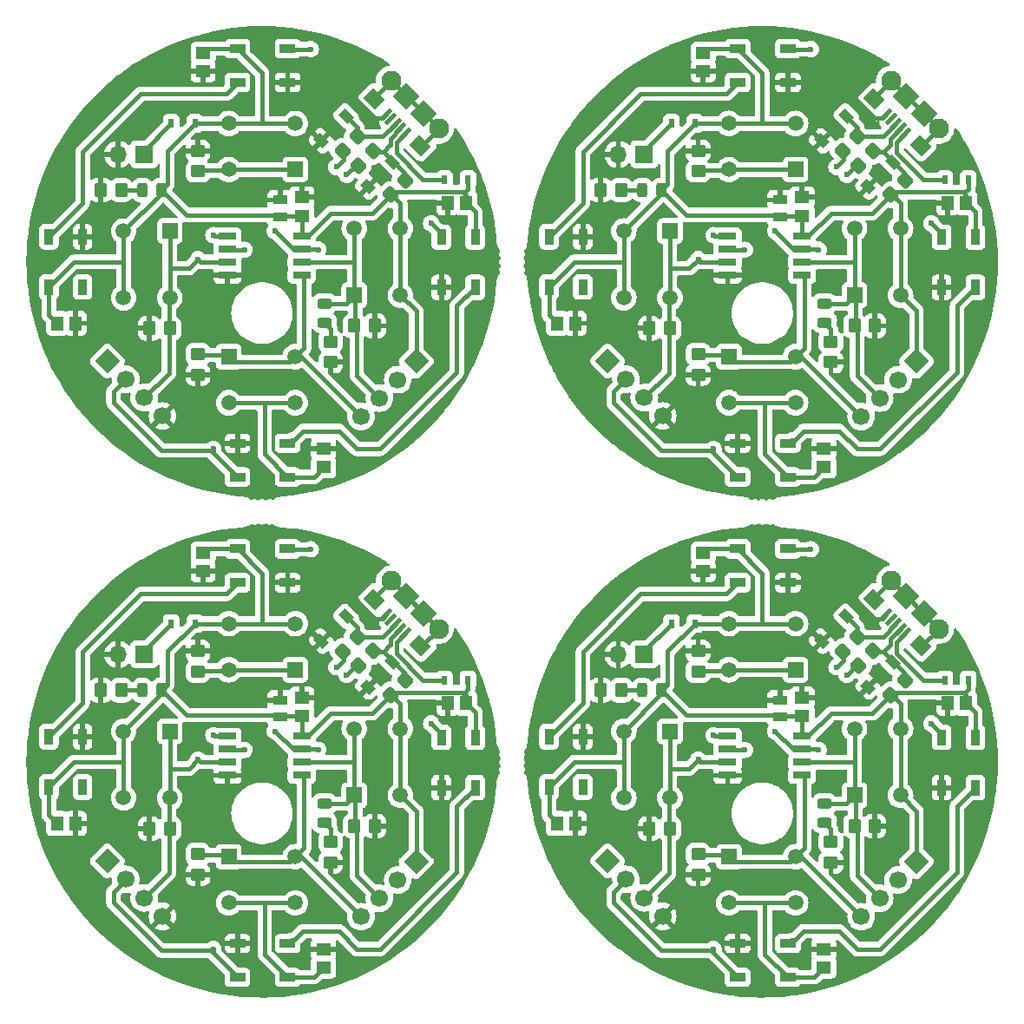
<source format=gtl>
G04 #@! TF.GenerationSoftware,KiCad,Pcbnew,7.0.5*
G04 #@! TF.CreationDate,2023-12-30T15:13:16+10:00*
G04 #@! TF.ProjectId,SimonGame,53696d6f-6e47-4616-9d65-2e6b69636164,rev?*
G04 #@! TF.SameCoordinates,Original*
G04 #@! TF.FileFunction,Copper,L1,Top*
G04 #@! TF.FilePolarity,Positive*
%FSLAX46Y46*%
G04 Gerber Fmt 4.6, Leading zero omitted, Abs format (unit mm)*
G04 Created by KiCad (PCBNEW 7.0.5) date 2023-12-30 15:13:16*
%MOMM*%
%LPD*%
G01*
G04 APERTURE LIST*
G04 Aperture macros list*
%AMRoundRect*
0 Rectangle with rounded corners*
0 $1 Rounding radius*
0 $2 $3 $4 $5 $6 $7 $8 $9 X,Y pos of 4 corners*
0 Add a 4 corners polygon primitive as box body*
4,1,4,$2,$3,$4,$5,$6,$7,$8,$9,$2,$3,0*
0 Add four circle primitives for the rounded corners*
1,1,$1+$1,$2,$3*
1,1,$1+$1,$4,$5*
1,1,$1+$1,$6,$7*
1,1,$1+$1,$8,$9*
0 Add four rect primitives between the rounded corners*
20,1,$1+$1,$2,$3,$4,$5,0*
20,1,$1+$1,$4,$5,$6,$7,0*
20,1,$1+$1,$6,$7,$8,$9,0*
20,1,$1+$1,$8,$9,$2,$3,0*%
%AMHorizOval*
0 Thick line with rounded ends*
0 $1 width*
0 $2 $3 position (X,Y) of the first rounded end (center of the circle)*
0 $4 $5 position (X,Y) of the second rounded end (center of the circle)*
0 Add line between two ends*
20,1,$1,$2,$3,$4,$5,0*
0 Add two circle primitives to create the rounded ends*
1,1,$1,$2,$3*
1,1,$1,$4,$5*%
%AMRotRect*
0 Rectangle, with rotation*
0 The origin of the aperture is its center*
0 $1 length*
0 $2 width*
0 $3 Rotation angle, in degrees counterclockwise*
0 Add horizontal line*
21,1,$1,$2,0,0,$3*%
G04 Aperture macros list end*
G04 #@! TA.AperFunction,SMDPad,CuDef*
%ADD10R,0.630000X0.830000*%
G04 #@! TD*
G04 #@! TA.AperFunction,SMDPad,CuDef*
%ADD11R,1.150000X1.450000*%
G04 #@! TD*
G04 #@! TA.AperFunction,SMDPad,CuDef*
%ADD12R,1.450000X1.150000*%
G04 #@! TD*
G04 #@! TA.AperFunction,SMDPad,CuDef*
%ADD13RoundRect,0.250000X0.070711X-0.565685X0.565685X-0.070711X-0.070711X0.565685X-0.565685X0.070711X0*%
G04 #@! TD*
G04 #@! TA.AperFunction,SMDPad,CuDef*
%ADD14RoundRect,0.250000X0.450000X-0.350000X0.450000X0.350000X-0.450000X0.350000X-0.450000X-0.350000X0*%
G04 #@! TD*
G04 #@! TA.AperFunction,SMDPad,CuDef*
%ADD15RoundRect,0.250000X-0.350000X-0.450000X0.350000X-0.450000X0.350000X0.450000X-0.350000X0.450000X0*%
G04 #@! TD*
G04 #@! TA.AperFunction,SMDPad,CuDef*
%ADD16RotRect,1.220000X0.910000X315.000000*%
G04 #@! TD*
G04 #@! TA.AperFunction,SMDPad,CuDef*
%ADD17R,0.900000X1.500000*%
G04 #@! TD*
G04 #@! TA.AperFunction,SMDPad,CuDef*
%ADD18R,1.500000X0.900000*%
G04 #@! TD*
G04 #@! TA.AperFunction,ComponentPad*
%ADD19O,1.700000X1.700000*%
G04 #@! TD*
G04 #@! TA.AperFunction,ComponentPad*
%ADD20R,1.700000X1.700000*%
G04 #@! TD*
G04 #@! TA.AperFunction,ComponentPad*
%ADD21HorizOval,1.700000X0.000000X0.000000X0.000000X0.000000X0*%
G04 #@! TD*
G04 #@! TA.AperFunction,ComponentPad*
%ADD22RotRect,1.700000X1.700000X315.000000*%
G04 #@! TD*
G04 #@! TA.AperFunction,SMDPad,CuDef*
%ADD23RotRect,0.400000X1.350000X135.000000*%
G04 #@! TD*
G04 #@! TA.AperFunction,ComponentPad*
%ADD24C,1.950000*%
G04 #@! TD*
G04 #@! TA.AperFunction,SMDPad,CuDef*
%ADD25RotRect,1.400000X1.600000X225.000000*%
G04 #@! TD*
G04 #@! TA.AperFunction,SMDPad,CuDef*
%ADD26RotRect,1.900000X1.900000X135.000000*%
G04 #@! TD*
G04 #@! TA.AperFunction,SMDPad,CuDef*
%ADD27R,1.750000X0.650000*%
G04 #@! TD*
G04 #@! TA.AperFunction,ComponentPad*
%ADD28R,1.500000X1.500000*%
G04 #@! TD*
G04 #@! TA.AperFunction,ComponentPad*
%ADD29C,1.500000*%
G04 #@! TD*
G04 #@! TA.AperFunction,ComponentPad*
%ADD30HorizOval,1.700000X0.000000X0.000000X0.000000X0.000000X0*%
G04 #@! TD*
G04 #@! TA.AperFunction,ComponentPad*
%ADD31RotRect,1.700000X1.700000X45.000000*%
G04 #@! TD*
G04 #@! TA.AperFunction,SMDPad,CuDef*
%ADD32R,1.470000X0.970000*%
G04 #@! TD*
G04 #@! TA.AperFunction,SMDPad,CuDef*
%ADD33RoundRect,0.243750X0.456250X-0.243750X0.456250X0.243750X-0.456250X0.243750X-0.456250X-0.243750X0*%
G04 #@! TD*
G04 #@! TA.AperFunction,SMDPad,CuDef*
%ADD34RoundRect,0.250000X-0.450000X0.350000X-0.450000X-0.350000X0.450000X-0.350000X0.450000X0.350000X0*%
G04 #@! TD*
G04 #@! TA.AperFunction,SMDPad,CuDef*
%ADD35RoundRect,0.243750X-0.243750X-0.456250X0.243750X-0.456250X0.243750X0.456250X-0.243750X0.456250X0*%
G04 #@! TD*
G04 #@! TA.AperFunction,SMDPad,CuDef*
%ADD36RoundRect,0.250000X0.350000X0.450000X-0.350000X0.450000X-0.350000X-0.450000X0.350000X-0.450000X0*%
G04 #@! TD*
G04 #@! TA.AperFunction,ViaPad*
%ADD37C,0.600000*%
G04 #@! TD*
G04 #@! TA.AperFunction,Conductor*
%ADD38C,0.400000*%
G04 #@! TD*
G04 APERTURE END LIST*
D10*
X151700000Y-107800000D03*
X154000000Y-107800000D03*
X125050000Y-102300000D03*
X127350000Y-102300000D03*
D11*
X113900000Y-121800000D03*
X115700000Y-121800000D03*
D12*
X139900000Y-135850000D03*
X139900000Y-134050000D03*
D11*
X153800000Y-110050000D03*
X152000000Y-110050000D03*
D13*
X147857107Y-107842893D03*
X146442893Y-109257107D03*
X143194607Y-103592893D03*
X141780393Y-105007107D03*
D14*
X127650000Y-104962500D03*
X127650000Y-106962500D03*
D15*
X144900000Y-122050000D03*
X142900000Y-122050000D03*
D16*
X139697918Y-104002082D03*
X142102082Y-101597918D03*
D17*
X113100000Y-118250000D03*
X116400000Y-118250000D03*
X116400000Y-113350000D03*
X113100000Y-113350000D03*
D18*
X131500000Y-95000000D03*
X131500000Y-98300000D03*
X136400000Y-98300000D03*
X136400000Y-95000000D03*
D19*
X119860000Y-105300000D03*
D20*
X122400000Y-105300000D03*
D21*
X143557897Y-130892103D03*
X145353949Y-129096051D03*
X147150000Y-127300000D03*
D22*
X148946051Y-125503949D03*
D17*
X154700000Y-113400000D03*
X151400000Y-113400000D03*
X151400000Y-118300000D03*
X154700000Y-118300000D03*
D23*
X147844276Y-103277297D03*
X147384656Y-102817678D03*
X146925037Y-102358058D03*
X146465417Y-101898439D03*
X146005798Y-101438819D03*
D24*
X151150000Y-102800000D03*
X146483095Y-98133095D03*
D25*
X149346878Y-104461701D03*
X144821394Y-99936217D03*
D26*
X149665076Y-101315076D03*
X147968019Y-99618019D03*
D27*
X130525000Y-113295000D03*
X130525000Y-114565000D03*
X130525000Y-115835000D03*
X130525000Y-117105000D03*
X137775000Y-117105000D03*
X137775000Y-115835000D03*
X137775000Y-114565000D03*
X137775000Y-113295000D03*
D28*
X124900000Y-112800000D03*
D29*
X124900000Y-119300000D03*
X120400000Y-112800000D03*
X120400000Y-119300000D03*
D30*
X124196052Y-130846052D03*
X122400000Y-129050000D03*
X120603949Y-127253949D03*
D31*
X118807898Y-125457898D03*
D32*
X135650000Y-111430000D03*
X135650000Y-109770000D03*
D33*
X140000000Y-119862500D03*
X140000000Y-121737500D03*
D34*
X140600000Y-125600000D03*
X140600000Y-123600000D03*
D35*
X122212500Y-108800000D03*
X124087500Y-108800000D03*
D36*
X118150000Y-108800000D03*
X120150000Y-108800000D03*
D34*
X127650000Y-126800000D03*
X127650000Y-124800000D03*
D13*
X144711872Y-104988128D03*
X143297658Y-106402342D03*
D16*
X144220710Y-108479290D03*
X146624874Y-106075126D03*
D29*
X147400000Y-112550000D03*
X147400000Y-119050000D03*
X142900000Y-112550000D03*
D28*
X142900000Y-119050000D03*
D36*
X122900000Y-122300000D03*
X124900000Y-122300000D03*
D12*
X128150000Y-95400000D03*
X128150000Y-97200000D03*
D29*
X130650000Y-102300000D03*
X137150000Y-102300000D03*
X130650000Y-106800000D03*
D28*
X137150000Y-106800000D03*
D29*
X137150000Y-129550000D03*
X130650000Y-129550000D03*
X137150000Y-125050000D03*
D28*
X130650000Y-125050000D03*
D18*
X136400000Y-136800000D03*
X136400000Y-133500000D03*
X131500000Y-133500000D03*
X131500000Y-136800000D03*
D12*
X137800000Y-111300000D03*
X137800000Y-109500000D03*
D16*
X95420710Y-108479290D03*
X97824874Y-106075126D03*
D10*
X102900000Y-107800000D03*
X105200000Y-107800000D03*
X76250000Y-102300000D03*
X78550000Y-102300000D03*
D16*
X90897918Y-104002082D03*
X93302082Y-101597918D03*
D12*
X91100000Y-135850000D03*
X91100000Y-134050000D03*
X89000000Y-111300000D03*
X89000000Y-109500000D03*
D11*
X105000000Y-110050000D03*
X103200000Y-110050000D03*
D36*
X74100000Y-122300000D03*
X76100000Y-122300000D03*
D13*
X99057107Y-107842893D03*
X97642893Y-109257107D03*
X94394607Y-103592893D03*
X92980393Y-105007107D03*
D14*
X78850000Y-104962500D03*
X78850000Y-106962500D03*
D13*
X95911872Y-104988128D03*
X94497658Y-106402342D03*
D36*
X69350000Y-108800000D03*
X71350000Y-108800000D03*
D17*
X105900000Y-113400000D03*
X102600000Y-113400000D03*
X102600000Y-118300000D03*
X105900000Y-118300000D03*
X64300000Y-118250000D03*
X67600000Y-118250000D03*
X67600000Y-113350000D03*
X64300000Y-113350000D03*
D18*
X82700000Y-95000000D03*
X82700000Y-98300000D03*
X87600000Y-98300000D03*
X87600000Y-95000000D03*
D19*
X71060000Y-105300000D03*
D20*
X73600000Y-105300000D03*
D21*
X94757897Y-130892103D03*
X96553949Y-129096051D03*
X98350000Y-127300000D03*
D22*
X100146051Y-125503949D03*
D23*
X99044276Y-103277297D03*
X98584656Y-102817678D03*
X98125037Y-102358058D03*
X97665417Y-101898439D03*
X97205798Y-101438819D03*
D24*
X102350000Y-102800000D03*
X97683095Y-98133095D03*
D25*
X100546878Y-104461701D03*
X96021394Y-99936217D03*
D26*
X100865076Y-101315076D03*
X99168019Y-99618019D03*
D32*
X86850000Y-111430000D03*
X86850000Y-109770000D03*
D27*
X81725000Y-113295000D03*
X81725000Y-114565000D03*
X81725000Y-115835000D03*
X81725000Y-117105000D03*
X88975000Y-117105000D03*
X88975000Y-115835000D03*
X88975000Y-114565000D03*
X88975000Y-113295000D03*
D28*
X76100000Y-112800000D03*
D29*
X76100000Y-119300000D03*
X71600000Y-112800000D03*
X71600000Y-119300000D03*
X98600000Y-112550000D03*
X98600000Y-119050000D03*
X94100000Y-112550000D03*
D28*
X94100000Y-119050000D03*
D29*
X81850000Y-102300000D03*
X88350000Y-102300000D03*
X81850000Y-106800000D03*
D28*
X88350000Y-106800000D03*
D30*
X75396052Y-130846052D03*
X73600000Y-129050000D03*
X71803949Y-127253949D03*
D31*
X70007898Y-125457898D03*
D33*
X91200000Y-119862500D03*
X91200000Y-121737500D03*
D34*
X91800000Y-125600000D03*
X91800000Y-123600000D03*
D29*
X88350000Y-129550000D03*
X81850000Y-129550000D03*
X88350000Y-125050000D03*
D28*
X81850000Y-125050000D03*
D12*
X79350000Y-95400000D03*
X79350000Y-97200000D03*
D18*
X87600000Y-136800000D03*
X87600000Y-133500000D03*
X82700000Y-133500000D03*
X82700000Y-136800000D03*
D35*
X73412500Y-108800000D03*
X75287500Y-108800000D03*
D34*
X78850000Y-126800000D03*
X78850000Y-124800000D03*
D15*
X96100000Y-122050000D03*
X94100000Y-122050000D03*
D11*
X65100000Y-121800000D03*
X66900000Y-121800000D03*
D16*
X144220710Y-59679290D03*
X146624874Y-57275126D03*
D10*
X151700000Y-59000000D03*
X154000000Y-59000000D03*
X125050000Y-53500000D03*
X127350000Y-53500000D03*
D12*
X139900000Y-87050000D03*
X139900000Y-85250000D03*
X137800000Y-62500000D03*
X137800000Y-60700000D03*
D36*
X122900000Y-73500000D03*
X124900000Y-73500000D03*
D13*
X147857107Y-59042893D03*
X146442893Y-60457107D03*
X143194607Y-54792893D03*
X141780393Y-56207107D03*
D36*
X118150000Y-60000000D03*
X120150000Y-60000000D03*
D15*
X144900000Y-73250000D03*
X142900000Y-73250000D03*
D11*
X113900000Y-73000000D03*
X115700000Y-73000000D03*
D13*
X144711872Y-56188128D03*
X143297658Y-57602342D03*
D11*
X153800000Y-61250000D03*
X152000000Y-61250000D03*
D17*
X113100000Y-69450000D03*
X116400000Y-69450000D03*
X116400000Y-64550000D03*
X113100000Y-64550000D03*
D18*
X131500000Y-46200000D03*
X131500000Y-49500000D03*
X136400000Y-49500000D03*
X136400000Y-46200000D03*
D19*
X119860000Y-56500000D03*
D20*
X122400000Y-56500000D03*
D32*
X135650000Y-62630000D03*
X135650000Y-60970000D03*
D27*
X130525000Y-64495000D03*
X130525000Y-65765000D03*
X130525000Y-67035000D03*
X130525000Y-68305000D03*
X137775000Y-68305000D03*
X137775000Y-67035000D03*
X137775000Y-65765000D03*
X137775000Y-64495000D03*
D28*
X124900000Y-64000000D03*
D29*
X124900000Y-70500000D03*
X120400000Y-64000000D03*
X120400000Y-70500000D03*
X147400000Y-63750000D03*
X147400000Y-70250000D03*
X142900000Y-63750000D03*
D28*
X142900000Y-70250000D03*
D29*
X130650000Y-53500000D03*
X137150000Y-53500000D03*
X130650000Y-58000000D03*
D28*
X137150000Y-58000000D03*
D30*
X124196052Y-82046052D03*
X122400000Y-80250000D03*
X120603949Y-78453949D03*
D31*
X118807898Y-76657898D03*
D33*
X140000000Y-71062500D03*
X140000000Y-72937500D03*
D34*
X140600000Y-76800000D03*
X140600000Y-74800000D03*
D35*
X122212500Y-60000000D03*
X124087500Y-60000000D03*
D29*
X137150000Y-80750000D03*
X130650000Y-80750000D03*
X137150000Y-76250000D03*
D28*
X130650000Y-76250000D03*
D34*
X127650000Y-78000000D03*
X127650000Y-76000000D03*
D23*
X147844276Y-54477297D03*
X147384656Y-54017678D03*
X146925037Y-53558058D03*
X146465417Y-53098439D03*
X146005798Y-52638819D03*
D24*
X151150000Y-54000000D03*
X146483095Y-49333095D03*
D25*
X149346878Y-55661701D03*
X144821394Y-51136217D03*
D26*
X149665076Y-52515076D03*
X147968019Y-50818019D03*
D16*
X139697918Y-55202082D03*
X142102082Y-52797918D03*
D12*
X128150000Y-46600000D03*
X128150000Y-48400000D03*
D17*
X154700000Y-64600000D03*
X151400000Y-64600000D03*
X151400000Y-69500000D03*
X154700000Y-69500000D03*
D14*
X127650000Y-56162500D03*
X127650000Y-58162500D03*
D18*
X136400000Y-88000000D03*
X136400000Y-84700000D03*
X131500000Y-84700000D03*
X131500000Y-88000000D03*
D21*
X143557897Y-82092103D03*
X145353949Y-80296051D03*
X147150000Y-78500000D03*
D22*
X148946051Y-76703949D03*
D34*
X91800000Y-76800000D03*
X91800000Y-74800000D03*
D33*
X91200000Y-71062500D03*
X91200000Y-72937500D03*
D36*
X69350000Y-60000000D03*
X71350000Y-60000000D03*
D34*
X78850000Y-78000000D03*
X78850000Y-76000000D03*
D15*
X96100000Y-73250000D03*
X94100000Y-73250000D03*
D14*
X78850000Y-56162500D03*
X78850000Y-58162500D03*
D36*
X74100000Y-73500000D03*
X76100000Y-73500000D03*
D13*
X99057107Y-59042893D03*
X97642893Y-60457107D03*
X94394607Y-54792893D03*
X92980393Y-56207107D03*
X95911872Y-56188128D03*
X94497658Y-57602342D03*
D12*
X91100000Y-87050000D03*
X91100000Y-85250000D03*
D11*
X105000000Y-61250000D03*
X103200000Y-61250000D03*
D12*
X79350000Y-46600000D03*
X79350000Y-48400000D03*
D11*
X65100000Y-73000000D03*
X66900000Y-73000000D03*
D12*
X89000000Y-62500000D03*
X89000000Y-60700000D03*
D10*
X102900000Y-59000000D03*
X105200000Y-59000000D03*
X76250000Y-53500000D03*
X78550000Y-53500000D03*
D16*
X90897918Y-55202082D03*
X93302082Y-52797918D03*
X95420710Y-59679290D03*
X97824874Y-57275126D03*
D17*
X64300000Y-69450000D03*
X67600000Y-69450000D03*
X67600000Y-64550000D03*
X64300000Y-64550000D03*
D18*
X82700000Y-46200000D03*
X82700000Y-49500000D03*
X87600000Y-49500000D03*
X87600000Y-46200000D03*
D17*
X105900000Y-64600000D03*
X102600000Y-64600000D03*
X102600000Y-69500000D03*
X105900000Y-69500000D03*
D18*
X87600000Y-88000000D03*
X87600000Y-84700000D03*
X82700000Y-84700000D03*
X82700000Y-88000000D03*
D19*
X71060000Y-56500000D03*
D20*
X73600000Y-56500000D03*
D21*
X94757897Y-82092103D03*
X96553949Y-80296051D03*
X98350000Y-78500000D03*
D22*
X100146051Y-76703949D03*
D30*
X75396052Y-82046052D03*
X73600000Y-80250000D03*
X71803949Y-78453949D03*
D31*
X70007898Y-76657898D03*
D23*
X99044276Y-54477297D03*
X98584656Y-54017678D03*
X98125037Y-53558058D03*
X97665417Y-53098439D03*
X97205798Y-52638819D03*
D24*
X102350000Y-54000000D03*
X97683095Y-49333095D03*
D25*
X100546878Y-55661701D03*
X96021394Y-51136217D03*
D26*
X100865076Y-52515076D03*
X99168019Y-50818019D03*
D27*
X81725000Y-64495000D03*
X81725000Y-65765000D03*
X81725000Y-67035000D03*
X81725000Y-68305000D03*
X88975000Y-68305000D03*
X88975000Y-67035000D03*
X88975000Y-65765000D03*
X88975000Y-64495000D03*
D32*
X86850000Y-62630000D03*
X86850000Y-60970000D03*
D28*
X76100000Y-64000000D03*
D29*
X76100000Y-70500000D03*
X71600000Y-64000000D03*
X71600000Y-70500000D03*
X81850000Y-53500000D03*
X88350000Y-53500000D03*
X81850000Y-58000000D03*
D28*
X88350000Y-58000000D03*
D29*
X98600000Y-63750000D03*
X98600000Y-70250000D03*
X94100000Y-63750000D03*
D28*
X94100000Y-70250000D03*
D29*
X88350000Y-80750000D03*
X81850000Y-80750000D03*
X88350000Y-76250000D03*
D28*
X81850000Y-76250000D03*
D35*
X73412500Y-60000000D03*
X75287500Y-60000000D03*
D37*
X127400000Y-112600000D03*
X152650000Y-105300000D03*
X140400000Y-113300000D03*
X133200000Y-112800000D03*
X134900000Y-127300000D03*
X121400000Y-124050000D03*
X113650000Y-124800000D03*
X145400000Y-114050000D03*
X139900000Y-117550000D03*
X139650000Y-100050000D03*
X127650000Y-132300000D03*
X150900000Y-122050000D03*
X111900000Y-115800000D03*
X127400000Y-119300000D03*
X127800000Y-100400000D03*
X143650000Y-96300000D03*
X123400000Y-135800000D03*
X118650000Y-132050000D03*
X122650000Y-116050000D03*
X138650000Y-95050000D03*
X150400000Y-112050000D03*
X129150000Y-113200000D03*
X113650000Y-108800000D03*
X126000000Y-95400000D03*
X118200000Y-111600000D03*
X133650000Y-94050000D03*
X135900000Y-131300000D03*
X142400000Y-109550000D03*
X127900000Y-109550000D03*
X141400000Y-121800000D03*
X139400000Y-114600000D03*
X139000000Y-124200000D03*
X128600000Y-137200000D03*
X127150000Y-122300000D03*
X137900000Y-135050000D03*
X134900000Y-117300000D03*
X134150000Y-104300000D03*
X129150000Y-134050000D03*
X132200000Y-114626500D03*
X155650000Y-120800000D03*
X127650000Y-115550000D03*
X141150000Y-106550000D03*
X118400000Y-117800000D03*
X142650000Y-128050000D03*
X142150000Y-107300000D03*
X149900000Y-131550000D03*
X130400000Y-122800000D03*
X147400000Y-123050000D03*
X153150000Y-116050000D03*
X135150000Y-112800000D03*
X118600000Y-99600000D03*
X143400000Y-136050000D03*
X84400000Y-112800000D03*
X89100000Y-135050000D03*
X91600000Y-113300000D03*
X72600000Y-124050000D03*
X96600000Y-114050000D03*
X104350000Y-116050000D03*
X78850000Y-132300000D03*
X85350000Y-104300000D03*
X73850000Y-116050000D03*
X74600000Y-135800000D03*
X69800000Y-99600000D03*
X64850000Y-108800000D03*
X69400000Y-111600000D03*
X78600000Y-119300000D03*
X79000000Y-100400000D03*
X94850000Y-96300000D03*
X78600000Y-112600000D03*
X69850000Y-132050000D03*
X98600000Y-123050000D03*
X102100000Y-122050000D03*
X78350000Y-122300000D03*
X89850000Y-95050000D03*
X103850000Y-105300000D03*
X101600000Y-112050000D03*
X80350000Y-113200000D03*
X87100000Y-131300000D03*
X90200000Y-124200000D03*
X84850000Y-94050000D03*
X63100000Y-115800000D03*
X93600000Y-109550000D03*
X106850000Y-120800000D03*
X77200000Y-95400000D03*
X92600000Y-121800000D03*
X86100000Y-127300000D03*
X86100000Y-117300000D03*
X80350000Y-134050000D03*
X90850000Y-100050000D03*
X91100000Y-117550000D03*
X83400000Y-114626500D03*
X79800000Y-137200000D03*
X78850000Y-115550000D03*
X92350000Y-106550000D03*
X69600000Y-117800000D03*
X79100000Y-109550000D03*
X93850000Y-128050000D03*
X101100000Y-131550000D03*
X81600000Y-122800000D03*
X86350000Y-112800000D03*
X64850000Y-124800000D03*
X94600000Y-136050000D03*
X90600000Y-114600000D03*
X93350000Y-107300000D03*
X139000000Y-75400000D03*
X133200000Y-64000000D03*
X137900000Y-86250000D03*
X152650000Y-56500000D03*
X134900000Y-78500000D03*
X113650000Y-76000000D03*
X153150000Y-67250000D03*
X126000000Y-46600000D03*
X139650000Y-51250000D03*
X127650000Y-83500000D03*
X134150000Y-55500000D03*
X155650000Y-72000000D03*
X118600000Y-50800000D03*
X127400000Y-70500000D03*
X118650000Y-83250000D03*
X147400000Y-74250000D03*
X127150000Y-73500000D03*
X121400000Y-75250000D03*
X140400000Y-64500000D03*
X129150000Y-64400000D03*
X139400000Y-65800000D03*
X113650000Y-60000000D03*
X138650000Y-46250000D03*
X150900000Y-73250000D03*
X135900000Y-82500000D03*
X127400000Y-63800000D03*
X133650000Y-45250000D03*
X142400000Y-60750000D03*
X127900000Y-60750000D03*
X118200000Y-62800000D03*
X141400000Y-73000000D03*
X128600000Y-88400000D03*
X134900000Y-68500000D03*
X132200000Y-65826500D03*
X122650000Y-67250000D03*
X127800000Y-51600000D03*
X127650000Y-66750000D03*
X141150000Y-57750000D03*
X118400000Y-69000000D03*
X129150000Y-85250000D03*
X143650000Y-47500000D03*
X142650000Y-79250000D03*
X142150000Y-58500000D03*
X149900000Y-82750000D03*
X130400000Y-74000000D03*
X111900000Y-67000000D03*
X123400000Y-87000000D03*
X139900000Y-68750000D03*
X145400000Y-65250000D03*
X135150000Y-64000000D03*
X150400000Y-63250000D03*
X143400000Y-87250000D03*
X92600000Y-73000000D03*
X90200000Y-75400000D03*
X69400000Y-62800000D03*
X84400000Y-64000000D03*
X78600000Y-63800000D03*
X81600000Y-74000000D03*
X90850000Y-51250000D03*
X86100000Y-68500000D03*
X103850000Y-56500000D03*
X98600000Y-74250000D03*
X89100000Y-86250000D03*
X87100000Y-82500000D03*
X86100000Y-78500000D03*
X78850000Y-83500000D03*
X85350000Y-55500000D03*
X79100000Y-60750000D03*
X73850000Y-67250000D03*
X69600000Y-69000000D03*
X72600000Y-75250000D03*
X104350000Y-67250000D03*
X102100000Y-73250000D03*
X106850000Y-72000000D03*
X101100000Y-82750000D03*
X94600000Y-87250000D03*
X79800000Y-88400000D03*
X74600000Y-87000000D03*
X69850000Y-83250000D03*
X64850000Y-76000000D03*
X63100000Y-67000000D03*
X69800000Y-50800000D03*
X64850000Y-60000000D03*
X79000000Y-51600000D03*
X77200000Y-46600000D03*
X84850000Y-45250000D03*
X94850000Y-47500000D03*
X93600000Y-60750000D03*
X96600000Y-65250000D03*
X91600000Y-64500000D03*
X78350000Y-73500000D03*
X78600000Y-70500000D03*
X91100000Y-68750000D03*
X93850000Y-79250000D03*
X80350000Y-64400000D03*
X90600000Y-65800000D03*
X101600000Y-63250000D03*
X89850000Y-46250000D03*
X78850000Y-66750000D03*
X92350000Y-57750000D03*
X93350000Y-58500000D03*
X83400000Y-65826500D03*
X80350000Y-85250000D03*
X86350000Y-64000000D03*
D38*
X131150000Y-125550000D02*
X130650000Y-125050000D01*
X124900000Y-119300000D02*
X124900000Y-116550000D01*
X129150000Y-113200000D02*
X129245000Y-113295000D01*
X136650000Y-125550000D02*
X131150000Y-125550000D01*
X124087500Y-108800000D02*
X124650000Y-108237500D01*
X122400000Y-104950000D02*
X125050000Y-102300000D01*
X133900000Y-102300000D02*
X130650000Y-102300000D01*
X133900000Y-97400000D02*
X133900000Y-102300000D01*
X115550000Y-115800000D02*
X120400000Y-115800000D01*
X113100000Y-118250000D02*
X115550000Y-115800000D01*
X137715794Y-125050000D02*
X137150000Y-125050000D01*
X124650000Y-108237500D02*
X124650000Y-105000000D01*
X124900000Y-116550000D02*
X125015000Y-116435000D01*
X146483095Y-98133095D02*
X151150000Y-102800000D01*
X144821394Y-99936217D02*
X144821394Y-99794796D01*
X130586500Y-114626500D02*
X130525000Y-114565000D01*
X126765000Y-116435000D02*
X125015000Y-116435000D01*
X132200000Y-114626500D02*
X130586500Y-114626500D01*
X149488299Y-104461701D02*
X151150000Y-102800000D01*
X137775000Y-115835000D02*
X142900000Y-115835000D01*
X142900000Y-115835000D02*
X142900000Y-119050000D01*
X146005798Y-101438819D02*
X145644617Y-101800000D01*
X141400000Y-98300000D02*
X136400000Y-98300000D01*
X145644617Y-101800000D02*
X144900000Y-101800000D01*
X144900000Y-101800000D02*
X141400000Y-98300000D01*
X142087500Y-119862500D02*
X142900000Y-119050000D01*
X135780000Y-111300000D02*
X135650000Y-111430000D01*
X144821394Y-99794796D02*
X146483095Y-98133095D01*
X140600000Y-123600000D02*
X140600000Y-122337500D01*
X140000000Y-119862500D02*
X142087500Y-119862500D01*
X140600000Y-122337500D02*
X140000000Y-121737500D01*
X124812500Y-126637500D02*
X124812500Y-122300000D01*
X137800000Y-111300000D02*
X135780000Y-111300000D01*
X153702000Y-108998000D02*
X153498000Y-108998000D01*
X154000000Y-108700000D02*
X153702000Y-108998000D01*
X135650000Y-111430000D02*
X135450000Y-111230000D01*
X153800000Y-109300000D02*
X153498000Y-108998000D01*
X153800000Y-110050000D02*
X153800000Y-109300000D01*
X130575000Y-106875000D02*
X130650000Y-106800000D01*
X127650000Y-106875000D02*
X130575000Y-106875000D01*
X149346878Y-104461701D02*
X149488299Y-104461701D01*
X124812500Y-119387500D02*
X124900000Y-119300000D01*
X124812500Y-122300000D02*
X124812500Y-119387500D01*
X122400000Y-129050000D02*
X124812500Y-126637500D01*
X129245000Y-113295000D02*
X130525000Y-113295000D01*
X137150000Y-102300000D02*
X133900000Y-102300000D01*
X137150000Y-125050000D02*
X136650000Y-125550000D01*
X139365000Y-114565000D02*
X137775000Y-114565000D01*
X130487500Y-124887500D02*
X130650000Y-125050000D01*
X153498000Y-108998000D02*
X146702000Y-108998000D01*
X127350000Y-102300000D02*
X130650000Y-102300000D01*
X126517500Y-111230000D02*
X124087500Y-108800000D01*
X139400000Y-114600000D02*
X139365000Y-114565000D01*
X148946051Y-125503949D02*
X148946051Y-120596051D01*
X116400000Y-105050000D02*
X116400000Y-110050000D01*
X124650000Y-105000000D02*
X127350000Y-102300000D01*
X136450000Y-95050000D02*
X136400000Y-95000000D01*
X120400000Y-112800000D02*
X120400000Y-115800000D01*
X151400000Y-113400000D02*
X151400000Y-113050000D01*
X151400000Y-113050000D02*
X150400000Y-112050000D01*
X122050000Y-99400000D02*
X116400000Y-105050000D01*
X130400000Y-99400000D02*
X122050000Y-99400000D01*
X131500000Y-98300000D02*
X130400000Y-99400000D01*
X146702000Y-108998000D02*
X146504765Y-109195235D01*
X127650000Y-115550000D02*
X126765000Y-116435000D01*
X145353949Y-129096051D02*
X143150000Y-126892102D01*
X129150000Y-134050000D02*
X129150000Y-134450000D01*
X127650000Y-124887500D02*
X130487500Y-124887500D01*
X143194607Y-102690443D02*
X142102082Y-101597918D01*
X143150000Y-122212500D02*
X142987500Y-122050000D01*
X131500000Y-95000000D02*
X133900000Y-97400000D01*
X142987500Y-119137500D02*
X142900000Y-119050000D01*
X141842265Y-105857735D02*
X141150000Y-106550000D01*
X143150000Y-126892102D02*
X143150000Y-122212500D01*
X141842265Y-104945235D02*
X141842265Y-105857735D01*
X143109530Y-106340470D02*
X142150000Y-107300000D01*
X143359530Y-106340470D02*
X143109530Y-106340470D01*
X119400000Y-129550000D02*
X119400000Y-128457898D01*
X131500000Y-136800000D02*
X128900000Y-134200000D01*
X124050000Y-134200000D02*
X119400000Y-129550000D01*
X131500000Y-95000000D02*
X128550000Y-95000000D01*
X137800000Y-111300000D02*
X137800000Y-113270000D01*
X147400000Y-110090470D02*
X146504765Y-109195235D01*
X154000000Y-107800000D02*
X154000000Y-108700000D01*
X113100000Y-118250000D02*
X113100000Y-121000000D01*
X120400000Y-115800000D02*
X120400000Y-119300000D01*
X137052000Y-133148000D02*
X137900000Y-132300000D01*
X154700000Y-113400000D02*
X154700000Y-110950000D01*
X119400000Y-128457898D02*
X120603949Y-127253949D01*
X147400000Y-112550000D02*
X147400000Y-110090470D01*
X145400000Y-134050000D02*
X152900000Y-126550000D01*
X122212500Y-108800000D02*
X120062500Y-108800000D01*
X152900000Y-120100000D02*
X154700000Y-118300000D01*
X141400000Y-132300000D02*
X143150000Y-134050000D01*
X136400000Y-133500000D02*
X136752000Y-133148000D01*
X129150000Y-134450000D02*
X131500000Y-136800000D01*
X128550000Y-95000000D02*
X128150000Y-95400000D01*
X142987500Y-122050000D02*
X142987500Y-119137500D01*
X136400000Y-136800000D02*
X138950000Y-136800000D01*
X134150000Y-134550000D02*
X134150000Y-129550000D01*
X147000000Y-105200000D02*
X149600000Y-107800000D01*
X116400000Y-110050000D02*
X113100000Y-113350000D01*
X152900000Y-126550000D02*
X152900000Y-120100000D01*
X149600000Y-107800000D02*
X151650000Y-107800000D01*
X147000000Y-104121573D02*
X147000000Y-105200000D01*
X137900000Y-132300000D02*
X141400000Y-132300000D01*
X146400000Y-104400000D02*
X146391168Y-104400000D01*
X147384656Y-102817678D02*
X146400000Y-103802334D01*
X147844276Y-103277297D02*
X147000000Y-104121573D01*
X143557897Y-130892103D02*
X137715794Y-125050000D01*
X147795235Y-107104067D02*
X146695584Y-106004416D01*
X137800000Y-113270000D02*
X137775000Y-113295000D01*
X145741168Y-105050000D02*
X146695584Y-106004416D01*
X130650000Y-106800000D02*
X137150000Y-106800000D01*
X142900000Y-112550000D02*
X142900000Y-119050000D01*
X147795235Y-107904765D02*
X147795235Y-107104067D01*
X134150000Y-129550000D02*
X137150000Y-129550000D01*
X138650000Y-95050000D02*
X136450000Y-95050000D01*
X146400000Y-103802334D02*
X146400000Y-104400000D01*
X143194607Y-103592893D02*
X145690202Y-103592893D01*
X146391168Y-104400000D02*
X145741168Y-105050000D01*
X127900000Y-115800000D02*
X130490000Y-115800000D01*
X127650000Y-115550000D02*
X127900000Y-115800000D01*
X138950000Y-136800000D02*
X139900000Y-135850000D01*
X113100000Y-121000000D02*
X113900000Y-121800000D01*
X135150000Y-112800000D02*
X136915000Y-114565000D01*
X140620000Y-111050000D02*
X144650000Y-111050000D01*
X138000000Y-124200000D02*
X137150000Y-125050000D01*
X144650000Y-105050000D02*
X145741168Y-105050000D01*
X124087500Y-109112500D02*
X124087500Y-108800000D01*
X137775000Y-117105000D02*
X138000000Y-117330000D01*
X136400000Y-136800000D02*
X134150000Y-134550000D01*
X143194607Y-103592893D02*
X143194607Y-102690443D01*
X124900000Y-119300000D02*
X124900000Y-112800000D01*
X143150000Y-134050000D02*
X145400000Y-134050000D01*
X122400000Y-105300000D02*
X122400000Y-104950000D01*
X135450000Y-111230000D02*
X126517500Y-111230000D01*
X147400000Y-119050000D02*
X147400000Y-112550000D01*
X137775000Y-113295000D02*
X138375000Y-113295000D01*
X138375000Y-113295000D02*
X140620000Y-111050000D01*
X154700000Y-110950000D02*
X153800000Y-110050000D01*
X144650000Y-111050000D02*
X146504765Y-109195235D01*
X145690202Y-103592893D02*
X146925037Y-102358058D01*
X128900000Y-134200000D02*
X124050000Y-134200000D01*
X138000000Y-117330000D02*
X138000000Y-124200000D01*
X136915000Y-114565000D02*
X137191000Y-114565000D01*
X130490000Y-115800000D02*
X130525000Y-115835000D01*
X148946051Y-120596051D02*
X147400000Y-119050000D01*
X136752000Y-133148000D02*
X137052000Y-133148000D01*
X120400000Y-112800000D02*
X124087500Y-109112500D01*
X130650000Y-129550000D02*
X134150000Y-129550000D01*
X82350000Y-125550000D02*
X81850000Y-125050000D01*
X80350000Y-113200000D02*
X80445000Y-113295000D01*
X78550000Y-102300000D02*
X81850000Y-102300000D01*
X87850000Y-125550000D02*
X82350000Y-125550000D01*
X75287500Y-108800000D02*
X75850000Y-108237500D01*
X75850000Y-108237500D02*
X75850000Y-105000000D01*
X73600000Y-104950000D02*
X76250000Y-102300000D01*
X85100000Y-102300000D02*
X81850000Y-102300000D01*
X85100000Y-97400000D02*
X85100000Y-102300000D01*
X87600000Y-136800000D02*
X85350000Y-134550000D01*
X66750000Y-115800000D02*
X71600000Y-115800000D01*
X76012500Y-126637500D02*
X76012500Y-122300000D01*
X76100000Y-116550000D02*
X76215000Y-116435000D01*
X80350000Y-134050000D02*
X80350000Y-134450000D01*
X100688299Y-104461701D02*
X102350000Y-102800000D01*
X96021394Y-99936217D02*
X96021394Y-99794796D01*
X77965000Y-116435000D02*
X76215000Y-116435000D01*
X94350000Y-126892102D02*
X94350000Y-122212500D01*
X81786500Y-114626500D02*
X81725000Y-114565000D01*
X83400000Y-114626500D02*
X81786500Y-114626500D01*
X88975000Y-115835000D02*
X94100000Y-115835000D01*
X97205798Y-101438819D02*
X96844617Y-101800000D01*
X96021394Y-99794796D02*
X97683095Y-98133095D01*
X92600000Y-98300000D02*
X87600000Y-98300000D01*
X96844617Y-101800000D02*
X96100000Y-101800000D01*
X88350000Y-125050000D02*
X87850000Y-125550000D01*
X93287500Y-119862500D02*
X94100000Y-119050000D01*
X89000000Y-113270000D02*
X88975000Y-113295000D01*
X91800000Y-123600000D02*
X91800000Y-122337500D01*
X91200000Y-119862500D02*
X93287500Y-119862500D01*
X91800000Y-122337500D02*
X91200000Y-121737500D01*
X71600000Y-112800000D02*
X75287500Y-109112500D01*
X104902000Y-108998000D02*
X104698000Y-108998000D01*
X105200000Y-108700000D02*
X104902000Y-108998000D01*
X80350000Y-134450000D02*
X82700000Y-136800000D01*
X80445000Y-113295000D02*
X81725000Y-113295000D01*
X105000000Y-109300000D02*
X104698000Y-108998000D01*
X105000000Y-110050000D02*
X105000000Y-109300000D01*
X96100000Y-101800000D02*
X92600000Y-98300000D01*
X78850000Y-124887500D02*
X81687500Y-124887500D01*
X78850000Y-106875000D02*
X81775000Y-106875000D01*
X100546878Y-104461701D02*
X100688299Y-104461701D01*
X76012500Y-119387500D02*
X76100000Y-119300000D01*
X76012500Y-122300000D02*
X76012500Y-119387500D01*
X88350000Y-102300000D02*
X85100000Y-102300000D01*
X94100000Y-115835000D02*
X94100000Y-119050000D01*
X81687500Y-124887500D02*
X81850000Y-125050000D01*
X104698000Y-108998000D02*
X97902000Y-108998000D01*
X77717500Y-111230000D02*
X75287500Y-108800000D01*
X90600000Y-114600000D02*
X90565000Y-114565000D01*
X100146051Y-125503949D02*
X100146051Y-120596051D01*
X67600000Y-105050000D02*
X67600000Y-110050000D01*
X75850000Y-105000000D02*
X78550000Y-102300000D01*
X67600000Y-110050000D02*
X64300000Y-113350000D01*
X87650000Y-95050000D02*
X87600000Y-95000000D01*
X71600000Y-112800000D02*
X71600000Y-115800000D01*
X89850000Y-95050000D02*
X87650000Y-95050000D01*
X102600000Y-113400000D02*
X102600000Y-113050000D01*
X86650000Y-111230000D02*
X77717500Y-111230000D01*
X102600000Y-113050000D02*
X101600000Y-112050000D01*
X73250000Y-99400000D02*
X67600000Y-105050000D01*
X81600000Y-99400000D02*
X73250000Y-99400000D01*
X82700000Y-98300000D02*
X81600000Y-99400000D01*
X97902000Y-108998000D02*
X97704765Y-109195235D01*
X78850000Y-115550000D02*
X77965000Y-116435000D01*
X96553949Y-129096051D02*
X94350000Y-126892102D01*
X73600000Y-129050000D02*
X76012500Y-126637500D01*
X94350000Y-122212500D02*
X94187500Y-122050000D01*
X81850000Y-129550000D02*
X85350000Y-129550000D01*
X86980000Y-111300000D02*
X86850000Y-111430000D01*
X94187500Y-119137500D02*
X94100000Y-119050000D01*
X93042265Y-105857735D02*
X92350000Y-106550000D01*
X73412500Y-108800000D02*
X71262500Y-108800000D01*
X93042265Y-104945235D02*
X93042265Y-105857735D01*
X94309530Y-106340470D02*
X93350000Y-107300000D01*
X94559530Y-106340470D02*
X94309530Y-106340470D01*
X70600000Y-129550000D02*
X70600000Y-128457898D01*
X82700000Y-136800000D02*
X80100000Y-134200000D01*
X90565000Y-114565000D02*
X88975000Y-114565000D01*
X75250000Y-134200000D02*
X70600000Y-129550000D01*
X82700000Y-95000000D02*
X79750000Y-95000000D01*
X98600000Y-110090470D02*
X97704765Y-109195235D01*
X105200000Y-107800000D02*
X105200000Y-108700000D01*
X98600000Y-112550000D02*
X98600000Y-110090470D01*
X71600000Y-115800000D02*
X71600000Y-119300000D01*
X81775000Y-106875000D02*
X81850000Y-106800000D01*
X88252000Y-133148000D02*
X89100000Y-132300000D01*
X70600000Y-128457898D02*
X71803949Y-127253949D01*
X96600000Y-134050000D02*
X104100000Y-126550000D01*
X104100000Y-120100000D02*
X105900000Y-118300000D01*
X92600000Y-132300000D02*
X94350000Y-134050000D01*
X87600000Y-133500000D02*
X87952000Y-133148000D01*
X94187500Y-122050000D02*
X94187500Y-119137500D01*
X64300000Y-118250000D02*
X64300000Y-121000000D01*
X82700000Y-95000000D02*
X85100000Y-97400000D01*
X87600000Y-136800000D02*
X90150000Y-136800000D01*
X90150000Y-136800000D02*
X91100000Y-135850000D01*
X85350000Y-134550000D02*
X85350000Y-129550000D01*
X96890202Y-103592893D02*
X98125037Y-102358058D01*
X98200000Y-105200000D02*
X100800000Y-107800000D01*
X104100000Y-126550000D02*
X104100000Y-120100000D01*
X79750000Y-95000000D02*
X79350000Y-95400000D01*
X76100000Y-119300000D02*
X76100000Y-116550000D01*
X100800000Y-107800000D02*
X102850000Y-107800000D01*
X98200000Y-104121573D02*
X98200000Y-105200000D01*
X89100000Y-132300000D02*
X92600000Y-132300000D01*
X97600000Y-104400000D02*
X97591168Y-104400000D01*
X98584656Y-102817678D02*
X97600000Y-103802334D01*
X98995235Y-107104067D02*
X97895584Y-106004416D01*
X97683095Y-98133095D02*
X102350000Y-102800000D01*
X96941168Y-105050000D02*
X97895584Y-106004416D01*
X94757897Y-130892103D02*
X88915794Y-125050000D01*
X76100000Y-119300000D02*
X76100000Y-112800000D01*
X105900000Y-113400000D02*
X105900000Y-110950000D01*
X81850000Y-106800000D02*
X88350000Y-106800000D01*
X94100000Y-112550000D02*
X94100000Y-119050000D01*
X98995235Y-107904765D02*
X98995235Y-107104067D01*
X85350000Y-129550000D02*
X88350000Y-129550000D01*
X94394607Y-102690443D02*
X93302082Y-101597918D01*
X86850000Y-111430000D02*
X86650000Y-111230000D01*
X64300000Y-118250000D02*
X66750000Y-115800000D01*
X105900000Y-110950000D02*
X105000000Y-110050000D01*
X94394607Y-103592893D02*
X96890202Y-103592893D01*
X97591168Y-104400000D02*
X96941168Y-105050000D01*
X79100000Y-115800000D02*
X81690000Y-115800000D01*
X89000000Y-111300000D02*
X86980000Y-111300000D01*
X73600000Y-105300000D02*
X73600000Y-104950000D01*
X78850000Y-115550000D02*
X79100000Y-115800000D01*
X99044276Y-103277297D02*
X98200000Y-104121573D01*
X64300000Y-121000000D02*
X65100000Y-121800000D01*
X86350000Y-112800000D02*
X88115000Y-114565000D01*
X91820000Y-111050000D02*
X95850000Y-111050000D01*
X88915794Y-125050000D02*
X88350000Y-125050000D01*
X89200000Y-124200000D02*
X88350000Y-125050000D01*
X89000000Y-111300000D02*
X89000000Y-113270000D01*
X95850000Y-105050000D02*
X96941168Y-105050000D01*
X75287500Y-109112500D02*
X75287500Y-108800000D01*
X88975000Y-117105000D02*
X89200000Y-117330000D01*
X97600000Y-103802334D02*
X97600000Y-104400000D01*
X94394607Y-103592893D02*
X94394607Y-102690443D01*
X94350000Y-134050000D02*
X96600000Y-134050000D01*
X98600000Y-119050000D02*
X98600000Y-112550000D01*
X88975000Y-113295000D02*
X89575000Y-113295000D01*
X89575000Y-113295000D02*
X91820000Y-111050000D01*
X95850000Y-111050000D02*
X97704765Y-109195235D01*
X80100000Y-134200000D02*
X75250000Y-134200000D01*
X89200000Y-117330000D02*
X89200000Y-124200000D01*
X88115000Y-114565000D02*
X88391000Y-114565000D01*
X81690000Y-115800000D02*
X81725000Y-115835000D01*
X100146051Y-120596051D02*
X98600000Y-119050000D01*
X87952000Y-133148000D02*
X88252000Y-133148000D01*
X129150000Y-64400000D02*
X129245000Y-64495000D01*
X127350000Y-53500000D02*
X130650000Y-53500000D01*
X124087500Y-60000000D02*
X124650000Y-59437500D01*
X124650000Y-59437500D02*
X124650000Y-56200000D01*
X129150000Y-85650000D02*
X131500000Y-88000000D01*
X133900000Y-53500000D02*
X130650000Y-53500000D01*
X136400000Y-88000000D02*
X134150000Y-85750000D01*
X113100000Y-69450000D02*
X115550000Y-67000000D01*
X131150000Y-76750000D02*
X130650000Y-76250000D01*
X124900000Y-67750000D02*
X125015000Y-67635000D01*
X146483095Y-49333095D02*
X151150000Y-54000000D01*
X149488299Y-55661701D02*
X151150000Y-54000000D01*
X144821394Y-51136217D02*
X144821394Y-50994796D01*
X144821394Y-50994796D02*
X146483095Y-49333095D01*
X130586500Y-65826500D02*
X130525000Y-65765000D01*
X132200000Y-65826500D02*
X130586500Y-65826500D01*
X142900000Y-67035000D02*
X142900000Y-70250000D01*
X146005798Y-52638819D02*
X145644617Y-53000000D01*
X145644617Y-53000000D02*
X144900000Y-53000000D01*
X144900000Y-53000000D02*
X141400000Y-49500000D01*
X137150000Y-76250000D02*
X136650000Y-76750000D01*
X142087500Y-71062500D02*
X142900000Y-70250000D01*
X135780000Y-62500000D02*
X135650000Y-62630000D01*
X124812500Y-77837500D02*
X124812500Y-73500000D01*
X140600000Y-74800000D02*
X140600000Y-73537500D01*
X140000000Y-71062500D02*
X142087500Y-71062500D01*
X140600000Y-73537500D02*
X140000000Y-72937500D01*
X133900000Y-48600000D02*
X133900000Y-53500000D01*
X137800000Y-62500000D02*
X135780000Y-62500000D01*
X153702000Y-60198000D02*
X153498000Y-60198000D01*
X154000000Y-59900000D02*
X153702000Y-60198000D01*
X120400000Y-64000000D02*
X124087500Y-60312500D01*
X135650000Y-62630000D02*
X135450000Y-62430000D01*
X135450000Y-62430000D02*
X126517500Y-62430000D01*
X129245000Y-64495000D02*
X130525000Y-64495000D01*
X153800000Y-60500000D02*
X153498000Y-60198000D01*
X127650000Y-76087500D02*
X130487500Y-76087500D01*
X136650000Y-76750000D02*
X131150000Y-76750000D01*
X130575000Y-58075000D02*
X130650000Y-58000000D01*
X149346878Y-55661701D02*
X149488299Y-55661701D01*
X124812500Y-70587500D02*
X124900000Y-70500000D01*
X124812500Y-73500000D02*
X124812500Y-70587500D01*
X115550000Y-67000000D02*
X120400000Y-67000000D01*
X122400000Y-80250000D02*
X124812500Y-77837500D01*
X137150000Y-53500000D02*
X133900000Y-53500000D01*
X139365000Y-65765000D02*
X137775000Y-65765000D01*
X141400000Y-49500000D02*
X136400000Y-49500000D01*
X130487500Y-76087500D02*
X130650000Y-76250000D01*
X126517500Y-62430000D02*
X124087500Y-60000000D01*
X139400000Y-65800000D02*
X139365000Y-65765000D01*
X148946051Y-76703949D02*
X148946051Y-71796051D01*
X116400000Y-56250000D02*
X116400000Y-61250000D01*
X124650000Y-56200000D02*
X127350000Y-53500000D01*
X116400000Y-61250000D02*
X113100000Y-64550000D01*
X136450000Y-46250000D02*
X136400000Y-46200000D01*
X120400000Y-64000000D02*
X120400000Y-67000000D01*
X138650000Y-46250000D02*
X136450000Y-46250000D01*
X151400000Y-64600000D02*
X151400000Y-64250000D01*
X151400000Y-64250000D02*
X150400000Y-63250000D01*
X122050000Y-50600000D02*
X116400000Y-56250000D01*
X130400000Y-50600000D02*
X122050000Y-50600000D01*
X146702000Y-60198000D02*
X146504765Y-60395235D01*
X137800000Y-64470000D02*
X137775000Y-64495000D01*
X127650000Y-66750000D02*
X126765000Y-67635000D01*
X145353949Y-80296051D02*
X143150000Y-78092102D01*
X143194607Y-53890443D02*
X142102082Y-52797918D01*
X143150000Y-73412500D02*
X142987500Y-73250000D01*
X131500000Y-49500000D02*
X130400000Y-50600000D01*
X131500000Y-46200000D02*
X133900000Y-48600000D01*
X141842265Y-57057735D02*
X141150000Y-57750000D01*
X122212500Y-60000000D02*
X120062500Y-60000000D01*
X141842265Y-56145235D02*
X141842265Y-57057735D01*
X119400000Y-80750000D02*
X119400000Y-79657898D01*
X131500000Y-88000000D02*
X128900000Y-85400000D01*
X124050000Y-85400000D02*
X119400000Y-80750000D01*
X122400000Y-56150000D02*
X125050000Y-53500000D01*
X131500000Y-46200000D02*
X128550000Y-46200000D01*
X137800000Y-62500000D02*
X137800000Y-64470000D01*
X153498000Y-60198000D02*
X146702000Y-60198000D01*
X128550000Y-46200000D02*
X128150000Y-46600000D01*
X143359530Y-57540470D02*
X143109530Y-57540470D01*
X147400000Y-61290470D02*
X146504765Y-60395235D01*
X130650000Y-80750000D02*
X134150000Y-80750000D01*
X154000000Y-59000000D02*
X154000000Y-59900000D01*
X147400000Y-63750000D02*
X147400000Y-61290470D01*
X113100000Y-69450000D02*
X113100000Y-72200000D01*
X120400000Y-67000000D02*
X120400000Y-70500000D01*
X154700000Y-62150000D02*
X153800000Y-61250000D01*
X137052000Y-84348000D02*
X137900000Y-83500000D01*
X154700000Y-64600000D02*
X154700000Y-62150000D01*
X119400000Y-79657898D02*
X120603949Y-78453949D01*
X145400000Y-85250000D02*
X152900000Y-77750000D01*
X136400000Y-84700000D02*
X136752000Y-84348000D01*
X142987500Y-73250000D02*
X142987500Y-70337500D01*
X136400000Y-88000000D02*
X138950000Y-88000000D01*
X134150000Y-85750000D02*
X134150000Y-80750000D01*
X138950000Y-88000000D02*
X139900000Y-87050000D01*
X145690202Y-54792893D02*
X146925037Y-53558058D01*
X147000000Y-56400000D02*
X149600000Y-59000000D01*
X152900000Y-77750000D02*
X152900000Y-71300000D01*
X149600000Y-59000000D02*
X151650000Y-59000000D01*
X147000000Y-55321573D02*
X147000000Y-56400000D01*
X137900000Y-83500000D02*
X141400000Y-83500000D01*
X146400000Y-55600000D02*
X146391168Y-55600000D01*
X147384656Y-54017678D02*
X146400000Y-55002334D01*
X137715794Y-76250000D02*
X137150000Y-76250000D01*
X143557897Y-82092103D02*
X137715794Y-76250000D01*
X147844276Y-54477297D02*
X147000000Y-55321573D01*
X147795235Y-58304067D02*
X146695584Y-57204416D01*
X145741168Y-56250000D02*
X146695584Y-57204416D01*
X124900000Y-70500000D02*
X124900000Y-64000000D01*
X137775000Y-67035000D02*
X142900000Y-67035000D01*
X130650000Y-58000000D02*
X137150000Y-58000000D01*
X142900000Y-63750000D02*
X142900000Y-70250000D01*
X147795235Y-59104765D02*
X147795235Y-58304067D01*
X134150000Y-80750000D02*
X137150000Y-80750000D01*
X146400000Y-55002334D02*
X146400000Y-55600000D01*
X143194607Y-54792893D02*
X145690202Y-54792893D01*
X124900000Y-70500000D02*
X124900000Y-67750000D01*
X146391168Y-55600000D02*
X145741168Y-56250000D01*
X127900000Y-67000000D02*
X130490000Y-67000000D01*
X122400000Y-56500000D02*
X122400000Y-56150000D01*
X127650000Y-66750000D02*
X127900000Y-67000000D01*
X113100000Y-72200000D02*
X113900000Y-73000000D01*
X135150000Y-64000000D02*
X136915000Y-65765000D01*
X126765000Y-67635000D02*
X125015000Y-67635000D01*
X143150000Y-78092102D02*
X143150000Y-73412500D01*
X140620000Y-62250000D02*
X144650000Y-62250000D01*
X142987500Y-70337500D02*
X142900000Y-70250000D01*
X138000000Y-75400000D02*
X137150000Y-76250000D01*
X144650000Y-56250000D02*
X145741168Y-56250000D01*
X124087500Y-60312500D02*
X124087500Y-60000000D01*
X143109530Y-57540470D02*
X142150000Y-58500000D01*
X137775000Y-68305000D02*
X138000000Y-68530000D01*
X143194607Y-54792893D02*
X143194607Y-53890443D01*
X143150000Y-85250000D02*
X145400000Y-85250000D01*
X141400000Y-83500000D02*
X143150000Y-85250000D01*
X147400000Y-70250000D02*
X147400000Y-63750000D01*
X137775000Y-64495000D02*
X138375000Y-64495000D01*
X152900000Y-71300000D02*
X154700000Y-69500000D01*
X138375000Y-64495000D02*
X140620000Y-62250000D01*
X127650000Y-58075000D02*
X130575000Y-58075000D01*
X153800000Y-61250000D02*
X153800000Y-60500000D01*
X144650000Y-62250000D02*
X146504765Y-60395235D01*
X128900000Y-85400000D02*
X124050000Y-85400000D01*
X138000000Y-68530000D02*
X138000000Y-75400000D01*
X129150000Y-85250000D02*
X129150000Y-85650000D01*
X136915000Y-65765000D02*
X137191000Y-65765000D01*
X130490000Y-67000000D02*
X130525000Y-67035000D01*
X148946051Y-71796051D02*
X147400000Y-70250000D01*
X136752000Y-84348000D02*
X137052000Y-84348000D01*
X96890202Y-54792893D02*
X98125037Y-53558058D01*
X94394607Y-54792893D02*
X96890202Y-54792893D01*
X94394607Y-53890443D02*
X93302082Y-52797918D01*
X94394607Y-54792893D02*
X94394607Y-53890443D01*
X100800000Y-59000000D02*
X102850000Y-59000000D01*
X98200000Y-56400000D02*
X100800000Y-59000000D01*
X98200000Y-55321573D02*
X98200000Y-56400000D01*
X99044276Y-54477297D02*
X98200000Y-55321573D01*
X97591168Y-55600000D02*
X96941168Y-56250000D01*
X97600000Y-55600000D02*
X97591168Y-55600000D01*
X97600000Y-55002334D02*
X97600000Y-55600000D01*
X98584656Y-54017678D02*
X97600000Y-55002334D01*
X89000000Y-64470000D02*
X88975000Y-64495000D01*
X89000000Y-62500000D02*
X86980000Y-62500000D01*
X86980000Y-62500000D02*
X86850000Y-62630000D01*
X89000000Y-62500000D02*
X89000000Y-64470000D01*
X77717500Y-62430000D02*
X75287500Y-60000000D01*
X86850000Y-62630000D02*
X86650000Y-62430000D01*
X86650000Y-62430000D02*
X77717500Y-62430000D01*
X94100000Y-67035000D02*
X94100000Y-70250000D01*
X88975000Y-67035000D02*
X94100000Y-67035000D01*
X90565000Y-65765000D02*
X88975000Y-65765000D01*
X90600000Y-65800000D02*
X90565000Y-65765000D01*
X81786500Y-65826500D02*
X81725000Y-65765000D01*
X83400000Y-65826500D02*
X81786500Y-65826500D01*
X81690000Y-67000000D02*
X81725000Y-67035000D01*
X79100000Y-67000000D02*
X81690000Y-67000000D01*
X78850000Y-66750000D02*
X79100000Y-67000000D01*
X80445000Y-64495000D02*
X81725000Y-64495000D01*
X80350000Y-64400000D02*
X80445000Y-64495000D01*
X78850000Y-66750000D02*
X77965000Y-67635000D01*
X77965000Y-67635000D02*
X76215000Y-67635000D01*
X76100000Y-67750000D02*
X76215000Y-67635000D01*
X76100000Y-70500000D02*
X76100000Y-67750000D01*
X89200000Y-75400000D02*
X88350000Y-76250000D01*
X88975000Y-68305000D02*
X89200000Y-68530000D01*
X86350000Y-64000000D02*
X88115000Y-65765000D01*
X91820000Y-62250000D02*
X95850000Y-62250000D01*
X89575000Y-64495000D02*
X91820000Y-62250000D01*
X89200000Y-68530000D02*
X89200000Y-75400000D01*
X88975000Y-64495000D02*
X89575000Y-64495000D01*
X95850000Y-62250000D02*
X97704765Y-60395235D01*
X88115000Y-65765000D02*
X88391000Y-65765000D01*
X93287500Y-71062500D02*
X94100000Y-70250000D01*
X91200000Y-71062500D02*
X93287500Y-71062500D01*
X91800000Y-73537500D02*
X91200000Y-72937500D01*
X91800000Y-74800000D02*
X91800000Y-73537500D01*
X75850000Y-56200000D02*
X78550000Y-53500000D01*
X75850000Y-59437500D02*
X75850000Y-56200000D01*
X75287500Y-60000000D02*
X75850000Y-59437500D01*
X78550000Y-53500000D02*
X81850000Y-53500000D01*
X73600000Y-56500000D02*
X73600000Y-56150000D01*
X73600000Y-56150000D02*
X76250000Y-53500000D01*
X67600000Y-56250000D02*
X67600000Y-61250000D01*
X67600000Y-61250000D02*
X64300000Y-64550000D01*
X73250000Y-50600000D02*
X67600000Y-56250000D01*
X81600000Y-50600000D02*
X73250000Y-50600000D01*
X82700000Y-49500000D02*
X81600000Y-50600000D01*
X70600000Y-80750000D02*
X70600000Y-79657898D01*
X70600000Y-79657898D02*
X71803949Y-78453949D01*
X80100000Y-85400000D02*
X75250000Y-85400000D01*
X75250000Y-85400000D02*
X70600000Y-80750000D01*
X82700000Y-88000000D02*
X80100000Y-85400000D01*
X80350000Y-85650000D02*
X82700000Y-88000000D01*
X80350000Y-85250000D02*
X80350000Y-85650000D01*
X97205798Y-52638819D02*
X96844617Y-53000000D01*
X92600000Y-49500000D02*
X87600000Y-49500000D01*
X96844617Y-53000000D02*
X96100000Y-53000000D01*
X96100000Y-53000000D02*
X92600000Y-49500000D01*
X87650000Y-46250000D02*
X87600000Y-46200000D01*
X89850000Y-46250000D02*
X87650000Y-46250000D01*
X82350000Y-76750000D02*
X81850000Y-76250000D01*
X87850000Y-76750000D02*
X82350000Y-76750000D01*
X88350000Y-76250000D02*
X87850000Y-76750000D01*
X104100000Y-71300000D02*
X105900000Y-69500000D01*
X104100000Y-77750000D02*
X104100000Y-71300000D01*
X96600000Y-85250000D02*
X104100000Y-77750000D01*
X89100000Y-83500000D02*
X92600000Y-83500000D01*
X88252000Y-84348000D02*
X89100000Y-83500000D01*
X87952000Y-84348000D02*
X88252000Y-84348000D01*
X92600000Y-83500000D02*
X94350000Y-85250000D01*
X87600000Y-84700000D02*
X87952000Y-84348000D01*
X94350000Y-85250000D02*
X96600000Y-85250000D01*
X97683095Y-49333095D02*
X102350000Y-54000000D01*
X96021394Y-50994796D02*
X97683095Y-49333095D01*
X96021394Y-51136217D02*
X96021394Y-50994796D01*
X100688299Y-55661701D02*
X102350000Y-54000000D01*
X100546878Y-55661701D02*
X100688299Y-55661701D01*
X75287500Y-60312500D02*
X75287500Y-60000000D01*
X71600000Y-64000000D02*
X75287500Y-60312500D01*
X73412500Y-60000000D02*
X71262500Y-60000000D01*
X104902000Y-60198000D02*
X104698000Y-60198000D01*
X105200000Y-59900000D02*
X104902000Y-60198000D01*
X105200000Y-59000000D02*
X105200000Y-59900000D01*
X85350000Y-85750000D02*
X85350000Y-80750000D01*
X87600000Y-88000000D02*
X85350000Y-85750000D01*
X85350000Y-80750000D02*
X88350000Y-80750000D01*
X81850000Y-80750000D02*
X85350000Y-80750000D01*
X82700000Y-46200000D02*
X85100000Y-48600000D01*
X85100000Y-48600000D02*
X85100000Y-53500000D01*
X88350000Y-53500000D02*
X85100000Y-53500000D01*
X85100000Y-53500000D02*
X81850000Y-53500000D01*
X66750000Y-67000000D02*
X71600000Y-67000000D01*
X64300000Y-69450000D02*
X66750000Y-67000000D01*
X71600000Y-67000000D02*
X71600000Y-70500000D01*
X71600000Y-64000000D02*
X71600000Y-67000000D01*
X76012500Y-77837500D02*
X76012500Y-73500000D01*
X73600000Y-80250000D02*
X76012500Y-77837500D01*
X88915794Y-76250000D02*
X88350000Y-76250000D01*
X94757897Y-82092103D02*
X88915794Y-76250000D01*
X94350000Y-73412500D02*
X94187500Y-73250000D01*
X94350000Y-78092102D02*
X94350000Y-73412500D01*
X96553949Y-80296051D02*
X94350000Y-78092102D01*
X100146051Y-71796051D02*
X98600000Y-70250000D01*
X100146051Y-76703949D02*
X100146051Y-71796051D01*
X97902000Y-60198000D02*
X97704765Y-60395235D01*
X104698000Y-60198000D02*
X97902000Y-60198000D01*
X105000000Y-60500000D02*
X104698000Y-60198000D01*
X105000000Y-61250000D02*
X105000000Y-60500000D01*
X102600000Y-64250000D02*
X101600000Y-63250000D01*
X102600000Y-64600000D02*
X102600000Y-64250000D01*
X81775000Y-58075000D02*
X81850000Y-58000000D01*
X78850000Y-58075000D02*
X81775000Y-58075000D01*
X94187500Y-70337500D02*
X94100000Y-70250000D01*
X94187500Y-73250000D02*
X94187500Y-70337500D01*
X81687500Y-76087500D02*
X81850000Y-76250000D01*
X78850000Y-76087500D02*
X81687500Y-76087500D01*
X76012500Y-70587500D02*
X76100000Y-70500000D01*
X76012500Y-73500000D02*
X76012500Y-70587500D01*
X98600000Y-61290470D02*
X97704765Y-60395235D01*
X98600000Y-63750000D02*
X98600000Y-61290470D01*
X90150000Y-88000000D02*
X91100000Y-87050000D01*
X87600000Y-88000000D02*
X90150000Y-88000000D01*
X64300000Y-69450000D02*
X64300000Y-72200000D01*
X64300000Y-72200000D02*
X65100000Y-73000000D01*
X79750000Y-46200000D02*
X79350000Y-46600000D01*
X82700000Y-46200000D02*
X79750000Y-46200000D01*
X105900000Y-62150000D02*
X105000000Y-61250000D01*
X105900000Y-64600000D02*
X105900000Y-62150000D01*
X93042265Y-57057735D02*
X92350000Y-57750000D01*
X93042265Y-56145235D02*
X93042265Y-57057735D01*
X94309530Y-57540470D02*
X93350000Y-58500000D01*
X94559530Y-57540470D02*
X94309530Y-57540470D01*
X98995235Y-58304067D02*
X97895584Y-57204416D01*
X98995235Y-59104765D02*
X98995235Y-58304067D01*
X96941168Y-56250000D02*
X97895584Y-57204416D01*
X95850000Y-56250000D02*
X96941168Y-56250000D01*
X81850000Y-58000000D02*
X88350000Y-58000000D01*
X76100000Y-70500000D02*
X76100000Y-64000000D01*
X98600000Y-70250000D02*
X98600000Y-63750000D01*
X94100000Y-63750000D02*
X94100000Y-70250000D01*
G04 #@! TA.AperFunction,Conductor*
G36*
X86026987Y-44033913D02*
G01*
X86029482Y-44034015D01*
X86974159Y-44091749D01*
X86976689Y-44091957D01*
X87918203Y-44188640D01*
X87920641Y-44188941D01*
X88857370Y-44324406D01*
X88859836Y-44324814D01*
X89790179Y-44498830D01*
X89792653Y-44499346D01*
X90714986Y-44711609D01*
X90717389Y-44712214D01*
X91630207Y-44962378D01*
X91632627Y-44963096D01*
X92348538Y-45191456D01*
X92534325Y-45250719D01*
X92536716Y-45251537D01*
X93425749Y-45576128D01*
X93428073Y-45577031D01*
X93731205Y-45702116D01*
X94302962Y-45938048D01*
X94305308Y-45939073D01*
X95164509Y-46335876D01*
X95166811Y-46336997D01*
X96008907Y-46768933D01*
X96011160Y-46770148D01*
X96834724Y-47236482D01*
X96836896Y-47237772D01*
X97496680Y-47648228D01*
X97543204Y-47700353D01*
X97554162Y-47769358D01*
X97526073Y-47833333D01*
X97467856Y-47871966D01*
X97451588Y-47875824D01*
X97319636Y-47897843D01*
X97088365Y-47977238D01*
X97088360Y-47977240D01*
X96873307Y-48093621D01*
X96873303Y-48093624D01*
X96680347Y-48243808D01*
X96680337Y-48243817D01*
X96514727Y-48423716D01*
X96380983Y-48628428D01*
X96282758Y-48852360D01*
X96222731Y-49089399D01*
X96222729Y-49089411D01*
X96202538Y-49333089D01*
X96202538Y-49333101D01*
X96212579Y-49454281D01*
X96198498Y-49522717D01*
X96149653Y-49572676D01*
X96081552Y-49588297D01*
X96071357Y-49587259D01*
X95950683Y-49569910D01*
X95808226Y-49590391D01*
X95677312Y-49650178D01*
X95677307Y-49650181D01*
X95630632Y-49687795D01*
X95630625Y-49687801D01*
X94572980Y-50745447D01*
X94572971Y-50745457D01*
X94535356Y-50792132D01*
X94475568Y-50923049D01*
X94455087Y-51065505D01*
X94475568Y-51207963D01*
X94535355Y-51338876D01*
X94535356Y-51338877D01*
X94535357Y-51338879D01*
X94572976Y-51385562D01*
X94572979Y-51385565D01*
X94572984Y-51385571D01*
X95507837Y-52320422D01*
X95772049Y-52584634D01*
X95818732Y-52622254D01*
X95949647Y-52682042D01*
X95993284Y-52688316D01*
X95997743Y-52688957D01*
X96061299Y-52717982D01*
X96099074Y-52776759D01*
X96102835Y-52829341D01*
X96081938Y-52974694D01*
X96102398Y-53117008D01*
X96102399Y-53117013D01*
X96162125Y-53247792D01*
X96199705Y-53294427D01*
X96233525Y-53328247D01*
X96347062Y-53214710D01*
X96408385Y-53181225D01*
X96478077Y-53186209D01*
X96534011Y-53228080D01*
X96558428Y-53293545D01*
X96557482Y-53320037D01*
X96541052Y-53434314D01*
X96551337Y-53505851D01*
X96541393Y-53575009D01*
X96516368Y-53611051D01*
X96516368Y-53611091D01*
X96550184Y-53644906D01*
X96550198Y-53644919D01*
X96598403Y-53683764D01*
X96617150Y-53702510D01*
X96621321Y-53707686D01*
X96621322Y-53707688D01*
X96658940Y-53754370D01*
X96658942Y-53754372D01*
X96658943Y-53754373D01*
X96710822Y-53806252D01*
X96744307Y-53867575D01*
X96739323Y-53937267D01*
X96710823Y-53981613D01*
X96636365Y-54056073D01*
X96575043Y-54089559D01*
X96548683Y-54092393D01*
X95301810Y-54092393D01*
X95234771Y-54072708D01*
X95214129Y-54056074D01*
X95133118Y-53975063D01*
X95099633Y-53913740D01*
X95097025Y-53879898D01*
X95098965Y-53847837D01*
X95087782Y-53786814D01*
X95087220Y-53783117D01*
X95085225Y-53766694D01*
X95079747Y-53721571D01*
X95076155Y-53712099D01*
X95070128Y-53690477D01*
X95068302Y-53680514D01*
X95068302Y-53680512D01*
X95042831Y-53623919D01*
X95041424Y-53620522D01*
X95019425Y-53562513D01*
X95019423Y-53562511D01*
X95019423Y-53562509D01*
X95013669Y-53554174D01*
X95002641Y-53534620D01*
X94998487Y-53525390D01*
X94998485Y-53525387D01*
X94960228Y-53476555D01*
X94958034Y-53473573D01*
X94922790Y-53422514D01*
X94876357Y-53381378D01*
X94873663Y-53378842D01*
X94584768Y-53089947D01*
X94551283Y-53028624D01*
X94549711Y-52984625D01*
X94560797Y-52907520D01*
X94540316Y-52765062D01*
X94529536Y-52741458D01*
X94480529Y-52634148D01*
X94480526Y-52634143D01*
X94442912Y-52587468D01*
X94442906Y-52587461D01*
X93512539Y-51657095D01*
X93512529Y-51657086D01*
X93465854Y-51619471D01*
X93334940Y-51559684D01*
X93334936Y-51559683D01*
X93192480Y-51539203D01*
X93050024Y-51559683D01*
X93050020Y-51559684D01*
X92919109Y-51619470D01*
X92919104Y-51619473D01*
X92872429Y-51657087D01*
X92872422Y-51657093D01*
X92161259Y-52368257D01*
X92161250Y-52368267D01*
X92123635Y-52414942D01*
X92063848Y-52545856D01*
X92063847Y-52545860D01*
X92043367Y-52688316D01*
X92063847Y-52830772D01*
X92063848Y-52830776D01*
X92123634Y-52961687D01*
X92123637Y-52961692D01*
X92161251Y-53008367D01*
X92161257Y-53008374D01*
X93091624Y-53938740D01*
X93091634Y-53938749D01*
X93138309Y-53976364D01*
X93233333Y-54019760D01*
X93286136Y-54065515D01*
X93305821Y-54132554D01*
X93286136Y-54199594D01*
X93269507Y-54220230D01*
X93262888Y-54226849D01*
X93262874Y-54226864D01*
X93197621Y-54306965D01*
X93197620Y-54306966D01*
X93118880Y-54463751D01*
X93078422Y-54634453D01*
X93078420Y-54634464D01*
X93078421Y-54766921D01*
X93058736Y-54833960D01*
X93005932Y-54879715D01*
X92954421Y-54890921D01*
X92821961Y-54890921D01*
X92821959Y-54890921D01*
X92821953Y-54890922D01*
X92651251Y-54931380D01*
X92545787Y-54984345D01*
X92494468Y-55010119D01*
X92494466Y-55010120D01*
X92494461Y-55010123D01*
X92414371Y-55075366D01*
X92414363Y-55075373D01*
X92319857Y-55169879D01*
X92258533Y-55203363D01*
X92188842Y-55198379D01*
X92132909Y-55156507D01*
X92119381Y-55133708D01*
X92075938Y-55038582D01*
X92038362Y-54991953D01*
X92038356Y-54991946D01*
X91749981Y-54703571D01*
X91749980Y-54703571D01*
X90897918Y-55555635D01*
X90399407Y-56054144D01*
X90399407Y-56054145D01*
X90687782Y-56342520D01*
X90687789Y-56342526D01*
X90734421Y-56380105D01*
X90865197Y-56439829D01*
X90865205Y-56439831D01*
X91007519Y-56460291D01*
X91149833Y-56439831D01*
X91149841Y-56439829D01*
X91280617Y-56380105D01*
X91327247Y-56342528D01*
X91465231Y-56204543D01*
X91526554Y-56171058D01*
X91596246Y-56176042D01*
X91652180Y-56217913D01*
X91673570Y-56263626D01*
X91701178Y-56380105D01*
X91704668Y-56394830D01*
X91783405Y-56551611D01*
X91848662Y-56631718D01*
X91983080Y-56766136D01*
X92039350Y-56822405D01*
X92072835Y-56883728D01*
X92067851Y-56953419D01*
X92025980Y-57009353D01*
X92005471Y-57021806D01*
X92000479Y-57024209D01*
X91847737Y-57120184D01*
X91720184Y-57247737D01*
X91624211Y-57400476D01*
X91564631Y-57570745D01*
X91564630Y-57570750D01*
X91544435Y-57749996D01*
X91544435Y-57750003D01*
X91564630Y-57929249D01*
X91564631Y-57929254D01*
X91624211Y-58099523D01*
X91718643Y-58249810D01*
X91720184Y-58252262D01*
X91847738Y-58379816D01*
X92000478Y-58475789D01*
X92050636Y-58493340D01*
X92170745Y-58535368D01*
X92170750Y-58535369D01*
X92349996Y-58555565D01*
X92350000Y-58555565D01*
X92350002Y-58555565D01*
X92379862Y-58552200D01*
X92424959Y-58547119D01*
X92493780Y-58559173D01*
X92545159Y-58606522D01*
X92562062Y-58656453D01*
X92564631Y-58679251D01*
X92564631Y-58679254D01*
X92624211Y-58849523D01*
X92704410Y-58977158D01*
X92720184Y-59002262D01*
X92847738Y-59129816D01*
X93000478Y-59225789D01*
X93106818Y-59262999D01*
X93170745Y-59285368D01*
X93170750Y-59285369D01*
X93349996Y-59305565D01*
X93350000Y-59305565D01*
X93350004Y-59305565D01*
X93529249Y-59285369D01*
X93529252Y-59285368D01*
X93529255Y-59285368D01*
X93699522Y-59225789D01*
X93852262Y-59129816D01*
X93979816Y-59002262D01*
X94058371Y-58877241D01*
X94110703Y-58830953D01*
X94179757Y-58820304D01*
X94219011Y-58832404D01*
X94309935Y-58878067D01*
X94370404Y-58892398D01*
X94431094Y-58927011D01*
X94463438Y-58988944D01*
X94457165Y-59058531D01*
X94429487Y-59100736D01*
X94280264Y-59249959D01*
X94242686Y-59296590D01*
X94182962Y-59427366D01*
X94182960Y-59427374D01*
X94162500Y-59569688D01*
X94182960Y-59712002D01*
X94182962Y-59712010D01*
X94242686Y-59842786D01*
X94280265Y-59889418D01*
X94280271Y-59889425D01*
X94568646Y-60177800D01*
X95420710Y-59325737D01*
X95919220Y-58827226D01*
X95919220Y-58827225D01*
X95630845Y-58538851D01*
X95630838Y-58538845D01*
X95584209Y-58501268D01*
X95549148Y-58485256D01*
X95496345Y-58439500D01*
X95476661Y-58372460D01*
X95496347Y-58305421D01*
X95512969Y-58284792D01*
X95629387Y-58168375D01*
X95694646Y-58088267D01*
X95773383Y-57931486D01*
X95813844Y-57760774D01*
X95813844Y-57628313D01*
X95833529Y-57561275D01*
X95886333Y-57515520D01*
X95937844Y-57504314D01*
X96070301Y-57504314D01*
X96070304Y-57504314D01*
X96176492Y-57479146D01*
X96241013Y-57463854D01*
X96241014Y-57463853D01*
X96241016Y-57463853D01*
X96397797Y-57385116D01*
X96397801Y-57385112D01*
X96397804Y-57385111D01*
X96436672Y-57353448D01*
X96501080Y-57326368D01*
X96569904Y-57338408D01*
X96621294Y-57385747D01*
X96627783Y-57398073D01*
X96646426Y-57438895D01*
X96646429Y-57438900D01*
X96684043Y-57485575D01*
X96684049Y-57485582D01*
X97614416Y-58415948D01*
X97614426Y-58415957D01*
X97661101Y-58453572D01*
X97748180Y-58493340D01*
X97800984Y-58539095D01*
X97820668Y-58606134D01*
X97807479Y-58661784D01*
X97781381Y-58713749D01*
X97740922Y-58884453D01*
X97740920Y-58884464D01*
X97740921Y-59016921D01*
X97721236Y-59083960D01*
X97668432Y-59129715D01*
X97616921Y-59140921D01*
X97484461Y-59140921D01*
X97484459Y-59140921D01*
X97484453Y-59140922D01*
X97313751Y-59181380D01*
X97225328Y-59225788D01*
X97156968Y-59260119D01*
X97156966Y-59260120D01*
X97156961Y-59260123D01*
X97076871Y-59325366D01*
X97076853Y-59325382D01*
X96815217Y-59587018D01*
X96753894Y-59620503D01*
X96684202Y-59615519D01*
X96628269Y-59573647D01*
X96614741Y-59550848D01*
X96598730Y-59515790D01*
X96561154Y-59469161D01*
X96561148Y-59469154D01*
X96272773Y-59180779D01*
X96272772Y-59180779D01*
X95420710Y-60032843D01*
X94922199Y-60531352D01*
X94922199Y-60531353D01*
X95210574Y-60819728D01*
X95210581Y-60819734D01*
X95257213Y-60857313D01*
X95387989Y-60917037D01*
X95387997Y-60917039D01*
X95530311Y-60937499D01*
X95672625Y-60917039D01*
X95672633Y-60917037D01*
X95803409Y-60857313D01*
X95850040Y-60819735D01*
X96144496Y-60525278D01*
X96205819Y-60491793D01*
X96275511Y-60496777D01*
X96331445Y-60538648D01*
X96352835Y-60584360D01*
X96368833Y-60651855D01*
X96366787Y-60652339D01*
X96370553Y-60711708D01*
X96337284Y-60772057D01*
X95596162Y-61513181D01*
X95534839Y-61546666D01*
X95508481Y-61549500D01*
X91843036Y-61549500D01*
X91839292Y-61549387D01*
X91777397Y-61545643D01*
X91777390Y-61545643D01*
X91716402Y-61556819D01*
X91712701Y-61557382D01*
X91651125Y-61564860D01*
X91641642Y-61568456D01*
X91620038Y-61574478D01*
X91618535Y-61574754D01*
X91610065Y-61576306D01*
X91610063Y-61576307D01*
X91553527Y-61601752D01*
X91550069Y-61603184D01*
X91492069Y-61625182D01*
X91483724Y-61630942D01*
X91464183Y-61641964D01*
X91454944Y-61646122D01*
X91454939Y-61646125D01*
X91406121Y-61684370D01*
X91403106Y-61686589D01*
X91352072Y-61721816D01*
X91352065Y-61721822D01*
X91310942Y-61768240D01*
X91308375Y-61770966D01*
X90437180Y-62642162D01*
X90375857Y-62675647D01*
X90306166Y-62670663D01*
X90250232Y-62628791D01*
X90225815Y-62563327D01*
X90225499Y-62554481D01*
X90225499Y-61877129D01*
X90225498Y-61877123D01*
X90219091Y-61817516D01*
X90168797Y-61682670D01*
X90168796Y-61682668D01*
X90162229Y-61673897D01*
X90137809Y-61608433D01*
X90152659Y-61540160D01*
X90162229Y-61525268D01*
X90168351Y-61517089D01*
X90218597Y-61382376D01*
X90218598Y-61382372D01*
X90224999Y-61322844D01*
X90225000Y-61322827D01*
X90225000Y-60950000D01*
X88874000Y-60950000D01*
X88806961Y-60930315D01*
X88761206Y-60877511D01*
X88750000Y-60826000D01*
X88750000Y-59625000D01*
X89250000Y-59625000D01*
X89250000Y-60450000D01*
X90225000Y-60450000D01*
X90225000Y-60077172D01*
X90224999Y-60077155D01*
X90218598Y-60017627D01*
X90218596Y-60017620D01*
X90168354Y-59882913D01*
X90168350Y-59882906D01*
X90082190Y-59767812D01*
X90082187Y-59767809D01*
X89967093Y-59681649D01*
X89967086Y-59681645D01*
X89832379Y-59631403D01*
X89832372Y-59631401D01*
X89772844Y-59625000D01*
X89250000Y-59625000D01*
X88750000Y-59625000D01*
X88227155Y-59625000D01*
X88167627Y-59631401D01*
X88167620Y-59631403D01*
X88032913Y-59681645D01*
X88032906Y-59681649D01*
X87917812Y-59767809D01*
X87917809Y-59767812D01*
X87831649Y-59882906D01*
X87831645Y-59882913D01*
X87821035Y-59911362D01*
X87779164Y-59967296D01*
X87713699Y-59991713D01*
X87691597Y-59991318D01*
X87632844Y-59985000D01*
X87100000Y-59985000D01*
X87100000Y-61096000D01*
X87080315Y-61163039D01*
X87027511Y-61208794D01*
X86976000Y-61220000D01*
X85615000Y-61220000D01*
X85615000Y-61502844D01*
X85621401Y-61562372D01*
X85623187Y-61569930D01*
X85621900Y-61570233D01*
X85626309Y-61631856D01*
X85592825Y-61693180D01*
X85531502Y-61726666D01*
X85505142Y-61729500D01*
X78059019Y-61729500D01*
X77991980Y-61709815D01*
X77971338Y-61693181D01*
X76998157Y-60720000D01*
X85615000Y-60720000D01*
X86599999Y-60720000D01*
X86600000Y-59985000D01*
X86067155Y-59985000D01*
X86007627Y-59991401D01*
X86007620Y-59991403D01*
X85872913Y-60041645D01*
X85872906Y-60041649D01*
X85757812Y-60127809D01*
X85757809Y-60127812D01*
X85671649Y-60242906D01*
X85671645Y-60242913D01*
X85621403Y-60377620D01*
X85621401Y-60377627D01*
X85615000Y-60437155D01*
X85615000Y-60720000D01*
X76998157Y-60720000D01*
X76368144Y-60089987D01*
X76334659Y-60028664D01*
X76339643Y-59958972D01*
X76373598Y-59909490D01*
X76378183Y-59905429D01*
X76413436Y-59854355D01*
X76415613Y-59851396D01*
X76453878Y-59802557D01*
X76458037Y-59793315D01*
X76469062Y-59773768D01*
X76474818Y-59765430D01*
X76496820Y-59707412D01*
X76498235Y-59703995D01*
X76523694Y-59647432D01*
X76525520Y-59637465D01*
X76531548Y-59615840D01*
X76535140Y-59606372D01*
X76542615Y-59544809D01*
X76543179Y-59541105D01*
X76547818Y-59515790D01*
X76554357Y-59480106D01*
X76554218Y-59477815D01*
X76550613Y-59418207D01*
X76550500Y-59414463D01*
X76550500Y-58562501D01*
X77649500Y-58562501D01*
X77649501Y-58562519D01*
X77660000Y-58665296D01*
X77660001Y-58665299D01*
X77715185Y-58831831D01*
X77715187Y-58831836D01*
X77735758Y-58865187D01*
X77807288Y-58981156D01*
X77931344Y-59105212D01*
X78080666Y-59197314D01*
X78247203Y-59252499D01*
X78349991Y-59263000D01*
X79350008Y-59262999D01*
X79350016Y-59262998D01*
X79350019Y-59262998D01*
X79425602Y-59255277D01*
X79452797Y-59252499D01*
X79619334Y-59197314D01*
X79768656Y-59105212D01*
X79892712Y-58981156D01*
X79983229Y-58834402D01*
X80035177Y-58787679D01*
X80088768Y-58775500D01*
X80805662Y-58775500D01*
X80872701Y-58795185D01*
X80893342Y-58811818D01*
X81043123Y-58961598D01*
X81222361Y-59087102D01*
X81420670Y-59179575D01*
X81420676Y-59179576D01*
X81420677Y-59179577D01*
X81451364Y-59187799D01*
X81632023Y-59236207D01*
X81814926Y-59252208D01*
X81849998Y-59255277D01*
X81850000Y-59255277D01*
X81850002Y-59255277D01*
X81878254Y-59252805D01*
X82067977Y-59236207D01*
X82279330Y-59179575D01*
X82477639Y-59087102D01*
X82656877Y-58961598D01*
X82811598Y-58806877D01*
X82849059Y-58753376D01*
X82903635Y-58709752D01*
X82950634Y-58700500D01*
X86977649Y-58700500D01*
X87044688Y-58720185D01*
X87090443Y-58772989D01*
X87100939Y-58811248D01*
X87105908Y-58857483D01*
X87156202Y-58992328D01*
X87156206Y-58992335D01*
X87242452Y-59107544D01*
X87242455Y-59107547D01*
X87357664Y-59193793D01*
X87357671Y-59193797D01*
X87492517Y-59244091D01*
X87492516Y-59244091D01*
X87499444Y-59244835D01*
X87552127Y-59250500D01*
X89147872Y-59250499D01*
X89207483Y-59244091D01*
X89342331Y-59193796D01*
X89457546Y-59107546D01*
X89543796Y-58992331D01*
X89594091Y-58857483D01*
X89600500Y-58797873D01*
X89600499Y-57202128D01*
X89594091Y-57142517D01*
X89591581Y-57135788D01*
X89543797Y-57007671D01*
X89543793Y-57007664D01*
X89457547Y-56892455D01*
X89457544Y-56892452D01*
X89342335Y-56806206D01*
X89342328Y-56806202D01*
X89207482Y-56755908D01*
X89207483Y-56755908D01*
X89147883Y-56749501D01*
X89147881Y-56749500D01*
X89147873Y-56749500D01*
X89147864Y-56749500D01*
X87552129Y-56749500D01*
X87552123Y-56749501D01*
X87492516Y-56755908D01*
X87357671Y-56806202D01*
X87357664Y-56806206D01*
X87242455Y-56892452D01*
X87242452Y-56892455D01*
X87156206Y-57007664D01*
X87156202Y-57007671D01*
X87105910Y-57142513D01*
X87105909Y-57142517D01*
X87100937Y-57188757D01*
X87074201Y-57253306D01*
X87016809Y-57293154D01*
X86977649Y-57299500D01*
X82950634Y-57299500D01*
X82883595Y-57279815D01*
X82849059Y-57246623D01*
X82811601Y-57193127D01*
X82811596Y-57193121D01*
X82656881Y-57038406D01*
X82656880Y-57038406D01*
X82656877Y-57038402D01*
X82477639Y-56912898D01*
X82477640Y-56912898D01*
X82477638Y-56912897D01*
X82362698Y-56859300D01*
X82279330Y-56820425D01*
X82279326Y-56820424D01*
X82279322Y-56820422D01*
X82067977Y-56763793D01*
X81850002Y-56744723D01*
X81849998Y-56744723D01*
X81722151Y-56755908D01*
X81632023Y-56763793D01*
X81632020Y-56763793D01*
X81420677Y-56820422D01*
X81420668Y-56820426D01*
X81222361Y-56912898D01*
X81222357Y-56912900D01*
X81043121Y-57038402D01*
X80888402Y-57193121D01*
X80798425Y-57321623D01*
X80743848Y-57365248D01*
X80696850Y-57374500D01*
X79974730Y-57374500D01*
X79907691Y-57354815D01*
X79887049Y-57338181D01*
X79798695Y-57249827D01*
X79765210Y-57188504D01*
X79770194Y-57118812D01*
X79798695Y-57074464D01*
X79892317Y-56980842D01*
X79984356Y-56831624D01*
X79984358Y-56831619D01*
X80039505Y-56665197D01*
X80039506Y-56665190D01*
X80049999Y-56562486D01*
X80050000Y-56562473D01*
X80050000Y-56412500D01*
X77650001Y-56412500D01*
X77650001Y-56562486D01*
X77660494Y-56665197D01*
X77715641Y-56831619D01*
X77715643Y-56831624D01*
X77807684Y-56980845D01*
X77901304Y-57074465D01*
X77934789Y-57135788D01*
X77929805Y-57205480D01*
X77901305Y-57249827D01*
X77807287Y-57343845D01*
X77715187Y-57493163D01*
X77715185Y-57493168D01*
X77701449Y-57534620D01*
X77660001Y-57659703D01*
X77660001Y-57659704D01*
X77660000Y-57659704D01*
X77649500Y-57762483D01*
X77649500Y-58562501D01*
X76550500Y-58562501D01*
X76550500Y-56541518D01*
X76570185Y-56474479D01*
X76586814Y-56453842D01*
X77445852Y-55594804D01*
X77507172Y-55561321D01*
X77576863Y-55566305D01*
X77632797Y-55608177D01*
X77657214Y-55673641D01*
X77656888Y-55695088D01*
X77650000Y-55762508D01*
X77650000Y-55912500D01*
X78600000Y-55912500D01*
X78600000Y-55062500D01*
X79100000Y-55062500D01*
X79100000Y-55912500D01*
X80049999Y-55912500D01*
X80049999Y-55762528D01*
X80049998Y-55762513D01*
X80039505Y-55659802D01*
X79984358Y-55493380D01*
X79984356Y-55493375D01*
X79892315Y-55344154D01*
X79768345Y-55220184D01*
X79619124Y-55128143D01*
X79619119Y-55128141D01*
X79511502Y-55092480D01*
X89639708Y-55092480D01*
X89660168Y-55234794D01*
X89660170Y-55234802D01*
X89719894Y-55365578D01*
X89757473Y-55412210D01*
X89757479Y-55412217D01*
X90045853Y-55700592D01*
X90045854Y-55700592D01*
X90544365Y-55202082D01*
X90544365Y-55202081D01*
X89936253Y-54593969D01*
X89757472Y-54772751D01*
X89719894Y-54819382D01*
X89660170Y-54950158D01*
X89660168Y-54950166D01*
X89639708Y-55092480D01*
X79511502Y-55092480D01*
X79452697Y-55072994D01*
X79452690Y-55072993D01*
X79349986Y-55062500D01*
X79100000Y-55062500D01*
X78600000Y-55062500D01*
X78350029Y-55062500D01*
X78350010Y-55062501D01*
X78282587Y-55069389D01*
X78213894Y-55056619D01*
X78163010Y-55008738D01*
X78146090Y-54940948D01*
X78168507Y-54874772D01*
X78182298Y-54858357D01*
X78588838Y-54451817D01*
X78650161Y-54418333D01*
X78676519Y-54415499D01*
X78912871Y-54415499D01*
X78912872Y-54415499D01*
X78972483Y-54409091D01*
X79107331Y-54358796D01*
X79222546Y-54272546D01*
X79239281Y-54250190D01*
X79295215Y-54208318D01*
X79338549Y-54200500D01*
X80749366Y-54200500D01*
X80816405Y-54220185D01*
X80850941Y-54253377D01*
X80864364Y-54272548D01*
X80888402Y-54306877D01*
X81043123Y-54461598D01*
X81222361Y-54587102D01*
X81420670Y-54679575D01*
X81632023Y-54736207D01*
X81814926Y-54752208D01*
X81849998Y-54755277D01*
X81850000Y-54755277D01*
X81850002Y-54755277D01*
X81878254Y-54752805D01*
X82067977Y-54736207D01*
X82279330Y-54679575D01*
X82477639Y-54587102D01*
X82656877Y-54461598D01*
X82811598Y-54306877D01*
X82849059Y-54253376D01*
X82903635Y-54209752D01*
X82950634Y-54200500D01*
X85014944Y-54200500D01*
X85057628Y-54200500D01*
X87249366Y-54200500D01*
X87316405Y-54220185D01*
X87350941Y-54253377D01*
X87364364Y-54272548D01*
X87388402Y-54306877D01*
X87543123Y-54461598D01*
X87722361Y-54587102D01*
X87920670Y-54679575D01*
X88132023Y-54736207D01*
X88314926Y-54752208D01*
X88349998Y-54755277D01*
X88350000Y-54755277D01*
X88350002Y-54755277D01*
X88378254Y-54752805D01*
X88567977Y-54736207D01*
X88779330Y-54679575D01*
X88977639Y-54587102D01*
X89156877Y-54461598D01*
X89311598Y-54306877D01*
X89358135Y-54240416D01*
X90289806Y-54240416D01*
X90897918Y-54848528D01*
X91396428Y-54350017D01*
X91108053Y-54061643D01*
X91108046Y-54061637D01*
X91061414Y-54024058D01*
X90930638Y-53964334D01*
X90930630Y-53964332D01*
X90788316Y-53943872D01*
X90646002Y-53964332D01*
X90645994Y-53964334D01*
X90515218Y-54024058D01*
X90468587Y-54061636D01*
X90289806Y-54240416D01*
X89358135Y-54240416D01*
X89437102Y-54127639D01*
X89529575Y-53929330D01*
X89586207Y-53717977D01*
X89605277Y-53500000D01*
X89586207Y-53282023D01*
X89529575Y-53070670D01*
X89437102Y-52872362D01*
X89437100Y-52872359D01*
X89437099Y-52872357D01*
X89311599Y-52693124D01*
X89240729Y-52622254D01*
X89156877Y-52538402D01*
X88980560Y-52414943D01*
X88977638Y-52412897D01*
X88878484Y-52366661D01*
X88779330Y-52320425D01*
X88779326Y-52320424D01*
X88779322Y-52320422D01*
X88567977Y-52263793D01*
X88350002Y-52244723D01*
X88349998Y-52244723D01*
X88204682Y-52257436D01*
X88132023Y-52263793D01*
X88132020Y-52263793D01*
X87920677Y-52320422D01*
X87920668Y-52320426D01*
X87722361Y-52412898D01*
X87722357Y-52412900D01*
X87543124Y-52538400D01*
X87388398Y-52693127D01*
X87350941Y-52746623D01*
X87296365Y-52790248D01*
X87249366Y-52799500D01*
X85924500Y-52799500D01*
X85857461Y-52779815D01*
X85811706Y-52727011D01*
X85800500Y-52675500D01*
X85800500Y-49750000D01*
X86350000Y-49750000D01*
X86350000Y-49997844D01*
X86356401Y-50057372D01*
X86356403Y-50057379D01*
X86406645Y-50192086D01*
X86406649Y-50192093D01*
X86492809Y-50307187D01*
X86492812Y-50307190D01*
X86607906Y-50393350D01*
X86607913Y-50393354D01*
X86742620Y-50443596D01*
X86742627Y-50443598D01*
X86802155Y-50449999D01*
X86802172Y-50450000D01*
X87350000Y-50450000D01*
X87350000Y-49750000D01*
X87850000Y-49750000D01*
X87850000Y-50450000D01*
X88397828Y-50450000D01*
X88397844Y-50449999D01*
X88457372Y-50443598D01*
X88457379Y-50443596D01*
X88592086Y-50393354D01*
X88592093Y-50393350D01*
X88707187Y-50307190D01*
X88707190Y-50307187D01*
X88793350Y-50192093D01*
X88793354Y-50192086D01*
X88843596Y-50057379D01*
X88843598Y-50057372D01*
X88849999Y-49997844D01*
X88850000Y-49997827D01*
X88850000Y-49750000D01*
X87850000Y-49750000D01*
X87350000Y-49750000D01*
X86350000Y-49750000D01*
X85800500Y-49750000D01*
X85800500Y-49250000D01*
X86350000Y-49250000D01*
X87350000Y-49250000D01*
X87350000Y-48550000D01*
X87850000Y-48550000D01*
X87850000Y-49250000D01*
X88850000Y-49250000D01*
X88850000Y-49002172D01*
X88849999Y-49002155D01*
X88843598Y-48942627D01*
X88843596Y-48942620D01*
X88793354Y-48807913D01*
X88793350Y-48807906D01*
X88707190Y-48692812D01*
X88707187Y-48692809D01*
X88592093Y-48606649D01*
X88592086Y-48606645D01*
X88457379Y-48556403D01*
X88457372Y-48556401D01*
X88397844Y-48550000D01*
X87850000Y-48550000D01*
X87350000Y-48550000D01*
X86802155Y-48550000D01*
X86742627Y-48556401D01*
X86742620Y-48556403D01*
X86607913Y-48606645D01*
X86607906Y-48606649D01*
X86492812Y-48692809D01*
X86492809Y-48692812D01*
X86406649Y-48807906D01*
X86406645Y-48807913D01*
X86356403Y-48942620D01*
X86356401Y-48942627D01*
X86350000Y-49002155D01*
X86350000Y-49250000D01*
X85800500Y-49250000D01*
X85800500Y-48623047D01*
X85800613Y-48619302D01*
X85804358Y-48557394D01*
X85793175Y-48496371D01*
X85792613Y-48492674D01*
X85790618Y-48476251D01*
X85785140Y-48431128D01*
X85781548Y-48421656D01*
X85775521Y-48400034D01*
X85773695Y-48390071D01*
X85773695Y-48390069D01*
X85748224Y-48333476D01*
X85746817Y-48330079D01*
X85724818Y-48272070D01*
X85724816Y-48272068D01*
X85724816Y-48272066D01*
X85719062Y-48263731D01*
X85708034Y-48244177D01*
X85703881Y-48234949D01*
X85703878Y-48234945D01*
X85703878Y-48234944D01*
X85665626Y-48186120D01*
X85663416Y-48183115D01*
X85640558Y-48150000D01*
X85628183Y-48132071D01*
X85581742Y-48090928D01*
X85579048Y-48088392D01*
X84391156Y-46900500D01*
X84188527Y-46697870D01*
X86349500Y-46697870D01*
X86349501Y-46697876D01*
X86355908Y-46757483D01*
X86406202Y-46892328D01*
X86406206Y-46892335D01*
X86492452Y-47007544D01*
X86492455Y-47007547D01*
X86607664Y-47093793D01*
X86607671Y-47093797D01*
X86742517Y-47144091D01*
X86742516Y-47144091D01*
X86749444Y-47144835D01*
X86802127Y-47150500D01*
X88397872Y-47150499D01*
X88457483Y-47144091D01*
X88592331Y-47093796D01*
X88707546Y-47007546D01*
X88713051Y-47000191D01*
X88768985Y-46958319D01*
X88812320Y-46950500D01*
X89424506Y-46950500D01*
X89490477Y-46969506D01*
X89500474Y-46975787D01*
X89500475Y-46975787D01*
X89500478Y-46975789D01*
X89639686Y-47024500D01*
X89670745Y-47035368D01*
X89670750Y-47035369D01*
X89849996Y-47055565D01*
X89850000Y-47055565D01*
X89850004Y-47055565D01*
X90029249Y-47035369D01*
X90029252Y-47035368D01*
X90029255Y-47035368D01*
X90199522Y-46975789D01*
X90352262Y-46879816D01*
X90479816Y-46752262D01*
X90575789Y-46599522D01*
X90635368Y-46429255D01*
X90645763Y-46336997D01*
X90655565Y-46250003D01*
X90655565Y-46249996D01*
X90635369Y-46070750D01*
X90635368Y-46070745D01*
X90602612Y-45977135D01*
X90575789Y-45900478D01*
X90479816Y-45747738D01*
X90352262Y-45620184D01*
X90306596Y-45591490D01*
X90199523Y-45524211D01*
X90029254Y-45464631D01*
X90029249Y-45464630D01*
X89850004Y-45444435D01*
X89849996Y-45444435D01*
X89670750Y-45464630D01*
X89670745Y-45464631D01*
X89500474Y-45524212D01*
X89490477Y-45530494D01*
X89424506Y-45549500D01*
X88887180Y-45549500D01*
X88820141Y-45529815D01*
X88787913Y-45499811D01*
X88707546Y-45392454D01*
X88684709Y-45375358D01*
X88592335Y-45306206D01*
X88592328Y-45306202D01*
X88457482Y-45255908D01*
X88457483Y-45255908D01*
X88397883Y-45249501D01*
X88397881Y-45249500D01*
X88397873Y-45249500D01*
X88397864Y-45249500D01*
X86802129Y-45249500D01*
X86802123Y-45249501D01*
X86742516Y-45255908D01*
X86607671Y-45306202D01*
X86607664Y-45306206D01*
X86492455Y-45392452D01*
X86492452Y-45392455D01*
X86406206Y-45507664D01*
X86406202Y-45507671D01*
X86355908Y-45642517D01*
X86349501Y-45702116D01*
X86349501Y-45702123D01*
X86349500Y-45702135D01*
X86349500Y-46697870D01*
X84188527Y-46697870D01*
X83986818Y-46496161D01*
X83953333Y-46434838D01*
X83950499Y-46408480D01*
X83950499Y-45702129D01*
X83950498Y-45702123D01*
X83950497Y-45702116D01*
X83944091Y-45642517D01*
X83935761Y-45620184D01*
X83893797Y-45507671D01*
X83893793Y-45507664D01*
X83807547Y-45392455D01*
X83807544Y-45392452D01*
X83692335Y-45306206D01*
X83692328Y-45306202D01*
X83557482Y-45255908D01*
X83557483Y-45255908D01*
X83497883Y-45249501D01*
X83497881Y-45249500D01*
X83497873Y-45249500D01*
X83497864Y-45249500D01*
X81902129Y-45249500D01*
X81902123Y-45249501D01*
X81842516Y-45255908D01*
X81707671Y-45306202D01*
X81707664Y-45306206D01*
X81592457Y-45392451D01*
X81592451Y-45392457D01*
X81549515Y-45449812D01*
X81493581Y-45491682D01*
X81450249Y-45499500D01*
X79773036Y-45499500D01*
X79769292Y-45499387D01*
X79707397Y-45495643D01*
X79707390Y-45495643D01*
X79646402Y-45506819D01*
X79642701Y-45507382D01*
X79581126Y-45514860D01*
X79576947Y-45516445D01*
X79532983Y-45524500D01*
X78577129Y-45524500D01*
X78577123Y-45524501D01*
X78517516Y-45530908D01*
X78382671Y-45581202D01*
X78382664Y-45581206D01*
X78267455Y-45667452D01*
X78267452Y-45667455D01*
X78181206Y-45782664D01*
X78181202Y-45782671D01*
X78130908Y-45917517D01*
X78124501Y-45977116D01*
X78124500Y-45977135D01*
X78124500Y-47222870D01*
X78124501Y-47222876D01*
X78130908Y-47282483D01*
X78181202Y-47417327D01*
X78181204Y-47417331D01*
X78187773Y-47426106D01*
X78212190Y-47491571D01*
X78197338Y-47559843D01*
X78187775Y-47574725D01*
X78181646Y-47582912D01*
X78181645Y-47582913D01*
X78131403Y-47717620D01*
X78131401Y-47717627D01*
X78125000Y-47777155D01*
X78125000Y-48150000D01*
X80575000Y-48150000D01*
X80575000Y-47777172D01*
X80574999Y-47777155D01*
X80568598Y-47717627D01*
X80568597Y-47717623D01*
X80518350Y-47582907D01*
X80512228Y-47574729D01*
X80487809Y-47509265D01*
X80502659Y-47440992D01*
X80512227Y-47426106D01*
X80518796Y-47417331D01*
X80569091Y-47282483D01*
X80575500Y-47222873D01*
X80575500Y-47024500D01*
X80595185Y-46957461D01*
X80647989Y-46911706D01*
X80699500Y-46900500D01*
X81450249Y-46900500D01*
X81517288Y-46920185D01*
X81549515Y-46950188D01*
X81586948Y-47000191D01*
X81592454Y-47007546D01*
X81592457Y-47007548D01*
X81707664Y-47093793D01*
X81707671Y-47093797D01*
X81752618Y-47110561D01*
X81842517Y-47144091D01*
X81902127Y-47150500D01*
X82608480Y-47150499D01*
X82675519Y-47170183D01*
X82696161Y-47186818D01*
X84363181Y-48853837D01*
X84396666Y-48915160D01*
X84399500Y-48941518D01*
X84399500Y-52675500D01*
X84379815Y-52742539D01*
X84327011Y-52788294D01*
X84275500Y-52799500D01*
X82950634Y-52799500D01*
X82883595Y-52779815D01*
X82849059Y-52746623D01*
X82845442Y-52741458D01*
X82835327Y-52727011D01*
X82811601Y-52693127D01*
X82811596Y-52693121D01*
X82656881Y-52538406D01*
X82656877Y-52538402D01*
X82480560Y-52414943D01*
X82477638Y-52412897D01*
X82378484Y-52366661D01*
X82279330Y-52320425D01*
X82279326Y-52320424D01*
X82279322Y-52320422D01*
X82067977Y-52263793D01*
X81850002Y-52244723D01*
X81849998Y-52244723D01*
X81704681Y-52257436D01*
X81632023Y-52263793D01*
X81632020Y-52263793D01*
X81420677Y-52320422D01*
X81420668Y-52320426D01*
X81222361Y-52412898D01*
X81222357Y-52412900D01*
X81043124Y-52538400D01*
X80888398Y-52693127D01*
X80850941Y-52746623D01*
X80796365Y-52790248D01*
X80749366Y-52799500D01*
X79338549Y-52799500D01*
X79271510Y-52779815D01*
X79239282Y-52749810D01*
X79222550Y-52727458D01*
X79222547Y-52727455D01*
X79222546Y-52727454D01*
X79189244Y-52702524D01*
X79107335Y-52641206D01*
X79107328Y-52641202D01*
X78972486Y-52590910D01*
X78972485Y-52590909D01*
X78972483Y-52590909D01*
X78912873Y-52584500D01*
X78912863Y-52584500D01*
X78187129Y-52584500D01*
X78187123Y-52584501D01*
X78127516Y-52590908D01*
X77992671Y-52641202D01*
X77992664Y-52641206D01*
X77877455Y-52727452D01*
X77877452Y-52727455D01*
X77791206Y-52842664D01*
X77791202Y-52842671D01*
X77740908Y-52977517D01*
X77737591Y-53008374D01*
X77734501Y-53037123D01*
X77734500Y-53037135D01*
X77734500Y-53273480D01*
X77714815Y-53340519D01*
X77698181Y-53361161D01*
X77277180Y-53782161D01*
X77215857Y-53815646D01*
X77146165Y-53810662D01*
X77090232Y-53768790D01*
X77065815Y-53703326D01*
X77065499Y-53694499D01*
X77065499Y-53037128D01*
X77059091Y-52977517D01*
X77030972Y-52902127D01*
X77008797Y-52842671D01*
X77008793Y-52842664D01*
X76922547Y-52727455D01*
X76922544Y-52727452D01*
X76807335Y-52641206D01*
X76807328Y-52641202D01*
X76672486Y-52590910D01*
X76672485Y-52590909D01*
X76672483Y-52590909D01*
X76612873Y-52584500D01*
X76612863Y-52584500D01*
X75887129Y-52584500D01*
X75887123Y-52584501D01*
X75827516Y-52590908D01*
X75692671Y-52641202D01*
X75692664Y-52641206D01*
X75577455Y-52727452D01*
X75577452Y-52727455D01*
X75491206Y-52842664D01*
X75491202Y-52842671D01*
X75440908Y-52977517D01*
X75437591Y-53008374D01*
X75434501Y-53037123D01*
X75434500Y-53037135D01*
X75434500Y-53273480D01*
X75414815Y-53340519D01*
X75398181Y-53361161D01*
X73646160Y-55113181D01*
X73584837Y-55146666D01*
X73558479Y-55149500D01*
X72702129Y-55149500D01*
X72702123Y-55149501D01*
X72642516Y-55155908D01*
X72507671Y-55206202D01*
X72507664Y-55206206D01*
X72392455Y-55292452D01*
X72392452Y-55292455D01*
X72306206Y-55407664D01*
X72306202Y-55407671D01*
X72256997Y-55539598D01*
X72215126Y-55595532D01*
X72149661Y-55619949D01*
X72081388Y-55605097D01*
X72053134Y-55583946D01*
X71931082Y-55461894D01*
X71737578Y-55326399D01*
X71523492Y-55226570D01*
X71523486Y-55226567D01*
X71310000Y-55169364D01*
X71310000Y-56064498D01*
X71202315Y-56015320D01*
X71095763Y-56000000D01*
X71024237Y-56000000D01*
X70917685Y-56015320D01*
X70810000Y-56064498D01*
X70810000Y-55169364D01*
X70809999Y-55169364D01*
X70596513Y-55226567D01*
X70596507Y-55226570D01*
X70382422Y-55326399D01*
X70382420Y-55326400D01*
X70188926Y-55461886D01*
X70188920Y-55461891D01*
X70021891Y-55628920D01*
X70021886Y-55628926D01*
X69886400Y-55822420D01*
X69886399Y-55822422D01*
X69786573Y-56036500D01*
X69786567Y-56036513D01*
X69729364Y-56249999D01*
X69729364Y-56250000D01*
X70626314Y-56250000D01*
X70600507Y-56290156D01*
X70560000Y-56428111D01*
X70560000Y-56571889D01*
X70600507Y-56709844D01*
X70626314Y-56750000D01*
X69729364Y-56750000D01*
X69786567Y-56963486D01*
X69786570Y-56963492D01*
X69886399Y-57177578D01*
X70021894Y-57371082D01*
X70188917Y-57538105D01*
X70382421Y-57673600D01*
X70596507Y-57773429D01*
X70596516Y-57773433D01*
X70810000Y-57830634D01*
X70810000Y-56935501D01*
X70917685Y-56984680D01*
X71024237Y-57000000D01*
X71095763Y-57000000D01*
X71202315Y-56984680D01*
X71310000Y-56935501D01*
X71310000Y-57830633D01*
X71523483Y-57773433D01*
X71523492Y-57773429D01*
X71737578Y-57673600D01*
X71931078Y-57538108D01*
X72053133Y-57416053D01*
X72114456Y-57382568D01*
X72184148Y-57387552D01*
X72240082Y-57429423D01*
X72256997Y-57460401D01*
X72306202Y-57592328D01*
X72306206Y-57592335D01*
X72392452Y-57707544D01*
X72392455Y-57707547D01*
X72507664Y-57793793D01*
X72507671Y-57793797D01*
X72642517Y-57844091D01*
X72642516Y-57844091D01*
X72649444Y-57844835D01*
X72702127Y-57850500D01*
X74497872Y-57850499D01*
X74557483Y-57844091D01*
X74692331Y-57793796D01*
X74807546Y-57707546D01*
X74893796Y-57592331D01*
X74909317Y-57550715D01*
X74951189Y-57494781D01*
X75016653Y-57470364D01*
X75084926Y-57485215D01*
X75134332Y-57534620D01*
X75149500Y-57594048D01*
X75149500Y-58675500D01*
X75129815Y-58742539D01*
X75077011Y-58788294D01*
X75025500Y-58799500D01*
X74994144Y-58799500D01*
X74892223Y-58809913D01*
X74727077Y-58864637D01*
X74727066Y-58864642D01*
X74579000Y-58955971D01*
X74578996Y-58955974D01*
X74455974Y-59078996D01*
X74455971Y-59079000D01*
X74455538Y-59079703D01*
X74455114Y-59080083D01*
X74451493Y-59084664D01*
X74450710Y-59084045D01*
X74403590Y-59126428D01*
X74334628Y-59137649D01*
X74270546Y-59109806D01*
X74248657Y-59084544D01*
X74248507Y-59084664D01*
X74245859Y-59081315D01*
X74244462Y-59079703D01*
X74244028Y-59079000D01*
X74244025Y-59078996D01*
X74121003Y-58955974D01*
X74120999Y-58955971D01*
X73972933Y-58864642D01*
X73972927Y-58864639D01*
X73972925Y-58864638D01*
X73927308Y-58849522D01*
X73807776Y-58809913D01*
X73705855Y-58799500D01*
X73705848Y-58799500D01*
X73119152Y-58799500D01*
X73119144Y-58799500D01*
X73017223Y-58809913D01*
X72852077Y-58864637D01*
X72852066Y-58864642D01*
X72704000Y-58955971D01*
X72703996Y-58955974D01*
X72580971Y-59078999D01*
X72541655Y-59142740D01*
X72489707Y-59189463D01*
X72420744Y-59200684D01*
X72356662Y-59172840D01*
X72330579Y-59142737D01*
X72322609Y-59129816D01*
X72292712Y-59081344D01*
X72168656Y-58957288D01*
X72019334Y-58865186D01*
X71852797Y-58810001D01*
X71852795Y-58810000D01*
X71750010Y-58799500D01*
X70949998Y-58799500D01*
X70949980Y-58799501D01*
X70847203Y-58810000D01*
X70847200Y-58810001D01*
X70680668Y-58865185D01*
X70680663Y-58865187D01*
X70531345Y-58957287D01*
X70437327Y-59051305D01*
X70376003Y-59084789D01*
X70306312Y-59079805D01*
X70261965Y-59051304D01*
X70168345Y-58957684D01*
X70019124Y-58865643D01*
X70019119Y-58865641D01*
X69852697Y-58810494D01*
X69852690Y-58810493D01*
X69749986Y-58800000D01*
X69600000Y-58800000D01*
X69600000Y-61199999D01*
X69749972Y-61199999D01*
X69749986Y-61199998D01*
X69852697Y-61189505D01*
X70019119Y-61134358D01*
X70019124Y-61134356D01*
X70168342Y-61042317D01*
X70261964Y-60948695D01*
X70323287Y-60915210D01*
X70392979Y-60920194D01*
X70437327Y-60948695D01*
X70531344Y-61042712D01*
X70680666Y-61134814D01*
X70847203Y-61189999D01*
X70949991Y-61200500D01*
X71750008Y-61200499D01*
X71750016Y-61200498D01*
X71750019Y-61200498D01*
X71806302Y-61194748D01*
X71852797Y-61189999D01*
X72019334Y-61134814D01*
X72168656Y-61042712D01*
X72292712Y-60918656D01*
X72330580Y-60857260D01*
X72382526Y-60810537D01*
X72451488Y-60799314D01*
X72515571Y-60827157D01*
X72541656Y-60857260D01*
X72580973Y-60921002D01*
X72703996Y-61044025D01*
X72704000Y-61044028D01*
X72852066Y-61135357D01*
X72852069Y-61135358D01*
X72852075Y-61135362D01*
X73017225Y-61190087D01*
X73109409Y-61199504D01*
X73122293Y-61200821D01*
X73122114Y-61202572D01*
X73181633Y-61223112D01*
X73224873Y-61277994D01*
X73231577Y-61347541D01*
X73199617Y-61409673D01*
X73197478Y-61411865D01*
X71884217Y-62725124D01*
X71822894Y-62758609D01*
X71785729Y-62760971D01*
X71600002Y-62744723D01*
X71599998Y-62744723D01*
X71472151Y-62755908D01*
X71382023Y-62763793D01*
X71382020Y-62763793D01*
X71170677Y-62820422D01*
X71170668Y-62820426D01*
X70972361Y-62912898D01*
X70972357Y-62912900D01*
X70793121Y-63038402D01*
X70638402Y-63193121D01*
X70512900Y-63372357D01*
X70512898Y-63372361D01*
X70454434Y-63497738D01*
X70426488Y-63557669D01*
X70420426Y-63570668D01*
X70420422Y-63570677D01*
X70363793Y-63782020D01*
X70363793Y-63782023D01*
X70361131Y-63812452D01*
X70344723Y-63999997D01*
X70344723Y-64000002D01*
X70363793Y-64217975D01*
X70363793Y-64217979D01*
X70420422Y-64429322D01*
X70420424Y-64429326D01*
X70420425Y-64429330D01*
X70453146Y-64499500D01*
X70512897Y-64627638D01*
X70514422Y-64629816D01*
X70638402Y-64806877D01*
X70638406Y-64806881D01*
X70793121Y-64961596D01*
X70793127Y-64961601D01*
X70846623Y-64999059D01*
X70890248Y-65053635D01*
X70899500Y-65100634D01*
X70899500Y-66175500D01*
X70879815Y-66242539D01*
X70827011Y-66288294D01*
X70775500Y-66299500D01*
X66773037Y-66299500D01*
X66769293Y-66299387D01*
X66707397Y-66295643D01*
X66707390Y-66295643D01*
X66646402Y-66306819D01*
X66642701Y-66307382D01*
X66581125Y-66314860D01*
X66571642Y-66318456D01*
X66550038Y-66324478D01*
X66548535Y-66324754D01*
X66540065Y-66326306D01*
X66483522Y-66351754D01*
X66480063Y-66353187D01*
X66443867Y-66366915D01*
X66422070Y-66375182D01*
X66422068Y-66375183D01*
X66422066Y-66375184D01*
X66422061Y-66375186D01*
X66413722Y-66380942D01*
X66394190Y-66391959D01*
X66384946Y-66396120D01*
X66384944Y-66396121D01*
X66384943Y-66396122D01*
X66379383Y-66400478D01*
X66336124Y-66434368D01*
X66333109Y-66436586D01*
X66282068Y-66471818D01*
X66240942Y-66518240D01*
X66238375Y-66520966D01*
X64596160Y-68163181D01*
X64534837Y-68196666D01*
X64508479Y-68199500D01*
X63802129Y-68199500D01*
X63802123Y-68199501D01*
X63742516Y-68205908D01*
X63607671Y-68256202D01*
X63607664Y-68256206D01*
X63492455Y-68342452D01*
X63492452Y-68342455D01*
X63406206Y-68457664D01*
X63406202Y-68457671D01*
X63355908Y-68592517D01*
X63350533Y-68642516D01*
X63349501Y-68652123D01*
X63349500Y-68652135D01*
X63349500Y-70247870D01*
X63349501Y-70247876D01*
X63355908Y-70307483D01*
X63406202Y-70442328D01*
X63406206Y-70442335D01*
X63450928Y-70502075D01*
X63492454Y-70557546D01*
X63549811Y-70600483D01*
X63591681Y-70656416D01*
X63599499Y-70699749D01*
X63599499Y-72176951D01*
X63599386Y-72180694D01*
X63595641Y-72242601D01*
X63595642Y-72242605D01*
X63606821Y-72303612D01*
X63607384Y-72307313D01*
X63614859Y-72368870D01*
X63614860Y-72368874D01*
X63618451Y-72378343D01*
X63624474Y-72399946D01*
X63626304Y-72409930D01*
X63651759Y-72466490D01*
X63653189Y-72469941D01*
X63675182Y-72527930D01*
X63675183Y-72527931D01*
X63680936Y-72536266D01*
X63691961Y-72555813D01*
X63696120Y-72565055D01*
X63696124Y-72565060D01*
X63734371Y-72613878D01*
X63736591Y-72616896D01*
X63771812Y-72667924D01*
X63771816Y-72667928D01*
X63771817Y-72667929D01*
X63818250Y-72709064D01*
X63820941Y-72711598D01*
X63939965Y-72830622D01*
X63988181Y-72878838D01*
X64021666Y-72940161D01*
X64024500Y-72966519D01*
X64024500Y-73772870D01*
X64024501Y-73772876D01*
X64030908Y-73832483D01*
X64081202Y-73967328D01*
X64081206Y-73967335D01*
X64167452Y-74082544D01*
X64167455Y-74082547D01*
X64282664Y-74168793D01*
X64282671Y-74168797D01*
X64417517Y-74219091D01*
X64417516Y-74219091D01*
X64424444Y-74219835D01*
X64477127Y-74225500D01*
X65722872Y-74225499D01*
X65782483Y-74219091D01*
X65917331Y-74168796D01*
X65926102Y-74162229D01*
X65991562Y-74137810D01*
X66059836Y-74152657D01*
X66074729Y-74162228D01*
X66082907Y-74168350D01*
X66217623Y-74218597D01*
X66217627Y-74218598D01*
X66277155Y-74224999D01*
X66277172Y-74225000D01*
X66650000Y-74225000D01*
X66650000Y-73250000D01*
X67150000Y-73250000D01*
X67150000Y-74225000D01*
X67522828Y-74225000D01*
X67522844Y-74224999D01*
X67582372Y-74218598D01*
X67582379Y-74218596D01*
X67717086Y-74168354D01*
X67717093Y-74168350D01*
X67832187Y-74082190D01*
X67832190Y-74082187D01*
X67918350Y-73967093D01*
X67918354Y-73967086D01*
X67968596Y-73832379D01*
X67968598Y-73832372D01*
X67974999Y-73772844D01*
X67975000Y-73772827D01*
X67975000Y-73750000D01*
X73000001Y-73750000D01*
X73000001Y-73999986D01*
X73010494Y-74102697D01*
X73065641Y-74269119D01*
X73065643Y-74269124D01*
X73157684Y-74418345D01*
X73281654Y-74542315D01*
X73430875Y-74634356D01*
X73430880Y-74634358D01*
X73597302Y-74689505D01*
X73597309Y-74689506D01*
X73700019Y-74699999D01*
X73849999Y-74699999D01*
X73850000Y-74699998D01*
X73850000Y-73750000D01*
X73000001Y-73750000D01*
X67975000Y-73750000D01*
X67975000Y-73250000D01*
X73000000Y-73250000D01*
X73850000Y-73250000D01*
X73850000Y-72300000D01*
X73700027Y-72300000D01*
X73700012Y-72300001D01*
X73597302Y-72310494D01*
X73430880Y-72365641D01*
X73430875Y-72365643D01*
X73281654Y-72457684D01*
X73157684Y-72581654D01*
X73065643Y-72730875D01*
X73065641Y-72730880D01*
X73010494Y-72897302D01*
X73010493Y-72897309D01*
X73000000Y-73000013D01*
X73000000Y-73250000D01*
X67975000Y-73250000D01*
X67150000Y-73250000D01*
X66650000Y-73250000D01*
X66650000Y-71775000D01*
X67150000Y-71775000D01*
X67150000Y-72750000D01*
X67975000Y-72750000D01*
X67975000Y-72227172D01*
X67974999Y-72227155D01*
X67968598Y-72167627D01*
X67968596Y-72167620D01*
X67918354Y-72032913D01*
X67918350Y-72032906D01*
X67832190Y-71917812D01*
X67832187Y-71917809D01*
X67717093Y-71831649D01*
X67717086Y-71831645D01*
X67582379Y-71781403D01*
X67582372Y-71781401D01*
X67522844Y-71775000D01*
X67150000Y-71775000D01*
X66650000Y-71775000D01*
X66277155Y-71775000D01*
X66217627Y-71781401D01*
X66217620Y-71781403D01*
X66082913Y-71831645D01*
X66082912Y-71831646D01*
X66074725Y-71837775D01*
X66009260Y-71862190D01*
X65940987Y-71847337D01*
X65926106Y-71837773D01*
X65917331Y-71831204D01*
X65917327Y-71831202D01*
X65782482Y-71780908D01*
X65782483Y-71780908D01*
X65722883Y-71774501D01*
X65722881Y-71774500D01*
X65722873Y-71774500D01*
X65722865Y-71774500D01*
X65124500Y-71774500D01*
X65057461Y-71754815D01*
X65011706Y-71702011D01*
X65000500Y-71650500D01*
X65000499Y-70699750D01*
X65020183Y-70632711D01*
X65050186Y-70600484D01*
X65107546Y-70557546D01*
X65193796Y-70442331D01*
X65244091Y-70307483D01*
X65250500Y-70247873D01*
X65250500Y-70247870D01*
X66649500Y-70247870D01*
X66649501Y-70247876D01*
X66655908Y-70307483D01*
X66706202Y-70442328D01*
X66706206Y-70442335D01*
X66792452Y-70557544D01*
X66792455Y-70557547D01*
X66907664Y-70643793D01*
X66907671Y-70643797D01*
X67042517Y-70694091D01*
X67042516Y-70694091D01*
X67049444Y-70694835D01*
X67102127Y-70700500D01*
X68097872Y-70700499D01*
X68157483Y-70694091D01*
X68292331Y-70643796D01*
X68407546Y-70557546D01*
X68493796Y-70442331D01*
X68544091Y-70307483D01*
X68550500Y-70247873D01*
X68550499Y-68652128D01*
X68544091Y-68592517D01*
X68493796Y-68457669D01*
X68493795Y-68457668D01*
X68493793Y-68457664D01*
X68407547Y-68342455D01*
X68407544Y-68342452D01*
X68292335Y-68256206D01*
X68292328Y-68256202D01*
X68157482Y-68205908D01*
X68157483Y-68205908D01*
X68097883Y-68199501D01*
X68097881Y-68199500D01*
X68097873Y-68199500D01*
X68097864Y-68199500D01*
X67102129Y-68199500D01*
X67102123Y-68199501D01*
X67042516Y-68205908D01*
X66907671Y-68256202D01*
X66907664Y-68256206D01*
X66792455Y-68342452D01*
X66792452Y-68342455D01*
X66706206Y-68457664D01*
X66706202Y-68457671D01*
X66655908Y-68592517D01*
X66650533Y-68642516D01*
X66649501Y-68652123D01*
X66649500Y-68652135D01*
X66649500Y-70247870D01*
X65250500Y-70247870D01*
X65250499Y-69541517D01*
X65270183Y-69474479D01*
X65286813Y-69453842D01*
X67003837Y-67736819D01*
X67065161Y-67703334D01*
X67091519Y-67700500D01*
X70775500Y-67700500D01*
X70842539Y-67720185D01*
X70888294Y-67772989D01*
X70899500Y-67824500D01*
X70899500Y-69399365D01*
X70879815Y-69466404D01*
X70846624Y-69500939D01*
X70793130Y-69538396D01*
X70793127Y-69538398D01*
X70638400Y-69693124D01*
X70512900Y-69872357D01*
X70512898Y-69872361D01*
X70420426Y-70070668D01*
X70420422Y-70070677D01*
X70363793Y-70282020D01*
X70363793Y-70282023D01*
X70361779Y-70305039D01*
X70344723Y-70499997D01*
X70344723Y-70500002D01*
X70353514Y-70600482D01*
X70362198Y-70699750D01*
X70363793Y-70717975D01*
X70363793Y-70717979D01*
X70420422Y-70929322D01*
X70420424Y-70929326D01*
X70420425Y-70929330D01*
X70454137Y-71001626D01*
X70512897Y-71127638D01*
X70512898Y-71127639D01*
X70638402Y-71306877D01*
X70793123Y-71461598D01*
X70972361Y-71587102D01*
X71170670Y-71679575D01*
X71382023Y-71736207D01*
X71564926Y-71752208D01*
X71599998Y-71755277D01*
X71600000Y-71755277D01*
X71600002Y-71755277D01*
X71628254Y-71752805D01*
X71817977Y-71736207D01*
X72029330Y-71679575D01*
X72227639Y-71587102D01*
X72406877Y-71461598D01*
X72561598Y-71306877D01*
X72687102Y-71127639D01*
X72779575Y-70929330D01*
X72836207Y-70717977D01*
X72852805Y-70528254D01*
X72855277Y-70500002D01*
X72855277Y-70499997D01*
X72846182Y-70396045D01*
X72836207Y-70282023D01*
X72798055Y-70139637D01*
X72779577Y-70070677D01*
X72779576Y-70070676D01*
X72779575Y-70070670D01*
X72687102Y-69872362D01*
X72687100Y-69872359D01*
X72687099Y-69872357D01*
X72561599Y-69693124D01*
X72490832Y-69622357D01*
X72406877Y-69538402D01*
X72406872Y-69538399D01*
X72406869Y-69538396D01*
X72353376Y-69500939D01*
X72309751Y-69446362D01*
X72300500Y-69399365D01*
X72300500Y-65100634D01*
X72320185Y-65033595D01*
X72353377Y-64999059D01*
X72362980Y-64992335D01*
X72406877Y-64961598D01*
X72561598Y-64806877D01*
X72687102Y-64627639D01*
X72779575Y-64429330D01*
X72836207Y-64217977D01*
X72853409Y-64021355D01*
X72855277Y-64000002D01*
X72855277Y-63999999D01*
X72853159Y-63975788D01*
X72839027Y-63814265D01*
X72852793Y-63745770D01*
X72874871Y-63715784D01*
X75353837Y-61236818D01*
X75415160Y-61203334D01*
X75441518Y-61200500D01*
X75445981Y-61200500D01*
X75513020Y-61220185D01*
X75533662Y-61236819D01*
X76834662Y-62537819D01*
X76868147Y-62599142D01*
X76863163Y-62668834D01*
X76821291Y-62724767D01*
X76755827Y-62749184D01*
X76746981Y-62749500D01*
X75302129Y-62749500D01*
X75302123Y-62749501D01*
X75242516Y-62755908D01*
X75107671Y-62806202D01*
X75107664Y-62806206D01*
X74992455Y-62892452D01*
X74992452Y-62892455D01*
X74906206Y-63007664D01*
X74906202Y-63007671D01*
X74855908Y-63142517D01*
X74849501Y-63202116D01*
X74849500Y-63202135D01*
X74849500Y-64797870D01*
X74849501Y-64797876D01*
X74855908Y-64857483D01*
X74906202Y-64992328D01*
X74906206Y-64992335D01*
X74992452Y-65107544D01*
X74992455Y-65107547D01*
X75107664Y-65193793D01*
X75107671Y-65193797D01*
X75242516Y-65244091D01*
X75288757Y-65249063D01*
X75353307Y-65275801D01*
X75393155Y-65333194D01*
X75399500Y-65372352D01*
X75399500Y-67675073D01*
X75397469Y-67697424D01*
X75395642Y-67707392D01*
X75395642Y-67707395D01*
X75399387Y-67769302D01*
X75399500Y-67773047D01*
X75399500Y-69399365D01*
X75379815Y-69466404D01*
X75346624Y-69500939D01*
X75293130Y-69538396D01*
X75293127Y-69538398D01*
X75138400Y-69693124D01*
X75012900Y-69872357D01*
X75012898Y-69872361D01*
X74920426Y-70070668D01*
X74920422Y-70070677D01*
X74863793Y-70282020D01*
X74863793Y-70282023D01*
X74861779Y-70305039D01*
X74844723Y-70499997D01*
X74844723Y-70500002D01*
X74853514Y-70600482D01*
X74862198Y-70699750D01*
X74863793Y-70717975D01*
X74863793Y-70717979D01*
X74920422Y-70929322D01*
X74920424Y-70929326D01*
X74920425Y-70929330D01*
X74954137Y-71001626D01*
X75012897Y-71127638D01*
X75012898Y-71127639D01*
X75138402Y-71306877D01*
X75138406Y-71306881D01*
X75275681Y-71444156D01*
X75309166Y-71505479D01*
X75312000Y-71531837D01*
X75312000Y-72375270D01*
X75292315Y-72442309D01*
X75275685Y-72462946D01*
X75210703Y-72527929D01*
X75187327Y-72551305D01*
X75126003Y-72584789D01*
X75056312Y-72579805D01*
X75011965Y-72551304D01*
X74918345Y-72457684D01*
X74769124Y-72365643D01*
X74769119Y-72365641D01*
X74602697Y-72310494D01*
X74602690Y-72310493D01*
X74499986Y-72300000D01*
X74350000Y-72300000D01*
X74350000Y-74699999D01*
X74499972Y-74699999D01*
X74499986Y-74699998D01*
X74602697Y-74689505D01*
X74769119Y-74634358D01*
X74769124Y-74634356D01*
X74918342Y-74542317D01*
X75011964Y-74448695D01*
X75073287Y-74415210D01*
X75142979Y-74420194D01*
X75187327Y-74448695D01*
X75275681Y-74537049D01*
X75309166Y-74598372D01*
X75312000Y-74624730D01*
X75311999Y-77495980D01*
X75292314Y-77563019D01*
X75275680Y-77583661D01*
X73971994Y-78887347D01*
X73910671Y-78920832D01*
X73852225Y-78919442D01*
X73835410Y-78914937D01*
X73600001Y-78894341D01*
X73599999Y-78894341D01*
X73364596Y-78914936D01*
X73364583Y-78914939D01*
X73263899Y-78941916D01*
X73194049Y-78940253D01*
X73136187Y-78901089D01*
X73108684Y-78836861D01*
X73112032Y-78790048D01*
X73126562Y-78735821D01*
X73139012Y-78689357D01*
X73159608Y-78453949D01*
X73158181Y-78437644D01*
X73153878Y-78388454D01*
X73139012Y-78218541D01*
X73077852Y-77990286D01*
X72977984Y-77776120D01*
X72943557Y-77726952D01*
X72842443Y-77582546D01*
X72675351Y-77415455D01*
X72675344Y-77415450D01*
X72481783Y-77279916D01*
X72481779Y-77279914D01*
X72481779Y-77279913D01*
X72267612Y-77180046D01*
X72267608Y-77180045D01*
X72267604Y-77180043D01*
X72039362Y-77118887D01*
X72039352Y-77118885D01*
X71803950Y-77098290D01*
X71803947Y-77098290D01*
X71760901Y-77102056D01*
X71692401Y-77088289D01*
X71642218Y-77039674D01*
X71626285Y-76971645D01*
X71637300Y-76927016D01*
X71674113Y-76846409D01*
X71695145Y-76800355D01*
X71715626Y-76657898D01*
X71695145Y-76515441D01*
X71689370Y-76502796D01*
X71635358Y-76384527D01*
X71635357Y-76384526D01*
X71635357Y-76384525D01*
X71597738Y-76337842D01*
X71597733Y-76337837D01*
X71597729Y-76337832D01*
X70327957Y-75068063D01*
X70327951Y-75068058D01*
X70314589Y-75057289D01*
X70281271Y-75030438D01*
X70150357Y-74970651D01*
X70150353Y-74970650D01*
X70007898Y-74950170D01*
X69865442Y-74970650D01*
X69865438Y-74970651D01*
X69734527Y-75030437D01*
X69687832Y-75068066D01*
X68418063Y-76337838D01*
X68418054Y-76337848D01*
X68380438Y-76384524D01*
X68320651Y-76515438D01*
X68320650Y-76515442D01*
X68307493Y-76606960D01*
X68300170Y-76657898D01*
X68302485Y-76674000D01*
X68320650Y-76800353D01*
X68320651Y-76800357D01*
X68380437Y-76931268D01*
X68380438Y-76931269D01*
X68380439Y-76931271D01*
X68418058Y-76977954D01*
X68418061Y-76977957D01*
X68418066Y-76977963D01*
X69476441Y-78036335D01*
X69687842Y-78247736D01*
X69687846Y-78247739D01*
X69687848Y-78247741D01*
X69734524Y-78285357D01*
X69865438Y-78345144D01*
X69865439Y-78345144D01*
X69865441Y-78345145D01*
X70007898Y-78365626D01*
X70150355Y-78345145D01*
X70277016Y-78287299D01*
X70346174Y-78277356D01*
X70409730Y-78306380D01*
X70447505Y-78365158D01*
X70452056Y-78410901D01*
X70448290Y-78453946D01*
X70448290Y-78453949D01*
X70468886Y-78689358D01*
X70468886Y-78689359D01*
X70473391Y-78706174D01*
X70471725Y-78776024D01*
X70441296Y-78825943D01*
X70120966Y-79146273D01*
X70118240Y-79148840D01*
X70071818Y-79189966D01*
X70036586Y-79241007D01*
X70034368Y-79244022D01*
X69996124Y-79292837D01*
X69996119Y-79292846D01*
X69991960Y-79302086D01*
X69980942Y-79321621D01*
X69975187Y-79329959D01*
X69975183Y-79329965D01*
X69975182Y-79329968D01*
X69975180Y-79329972D01*
X69975179Y-79329975D01*
X69953189Y-79387953D01*
X69951757Y-79391411D01*
X69926305Y-79447966D01*
X69924477Y-79457940D01*
X69918453Y-79479551D01*
X69914860Y-79489025D01*
X69914859Y-79489026D01*
X69907384Y-79550583D01*
X69906821Y-79554284D01*
X69895642Y-79615288D01*
X69895642Y-79615293D01*
X69899387Y-79677200D01*
X69899500Y-79680945D01*
X69899500Y-80726951D01*
X69899387Y-80730696D01*
X69895642Y-80792603D01*
X69895642Y-80792605D01*
X69906821Y-80853612D01*
X69907384Y-80857313D01*
X69914859Y-80918870D01*
X69914860Y-80918874D01*
X69918451Y-80928343D01*
X69924474Y-80949946D01*
X69926304Y-80959930D01*
X69951759Y-81016490D01*
X69953189Y-81019941D01*
X69975182Y-81077930D01*
X69975183Y-81077931D01*
X69980936Y-81086266D01*
X69991961Y-81105813D01*
X69996120Y-81115055D01*
X69996124Y-81115060D01*
X70034371Y-81163878D01*
X70036588Y-81166892D01*
X70036975Y-81167452D01*
X70071812Y-81217924D01*
X70071816Y-81217928D01*
X70071817Y-81217929D01*
X70118250Y-81259064D01*
X70120941Y-81261598D01*
X74738399Y-85879056D01*
X74740935Y-85881750D01*
X74782071Y-85928183D01*
X74819992Y-85954358D01*
X74833106Y-85963410D01*
X74836122Y-85965630D01*
X74855625Y-85980909D01*
X74884943Y-86003878D01*
X74891845Y-86006984D01*
X74894182Y-86008036D01*
X74913733Y-86019063D01*
X74922070Y-86024818D01*
X74980058Y-86046809D01*
X74983496Y-86048234D01*
X75040068Y-86073695D01*
X75050042Y-86075522D01*
X75071656Y-86081548D01*
X75081127Y-86085140D01*
X75142673Y-86092613D01*
X75146370Y-86093175D01*
X75207394Y-86104358D01*
X75262377Y-86101031D01*
X75269303Y-86100613D01*
X75273048Y-86100500D01*
X79755117Y-86100500D01*
X79822156Y-86120185D01*
X79837343Y-86131684D01*
X79868250Y-86159064D01*
X79870941Y-86161598D01*
X80705846Y-86996503D01*
X81413181Y-87703838D01*
X81446666Y-87765161D01*
X81449500Y-87791519D01*
X81449500Y-88497870D01*
X81449501Y-88497876D01*
X81455908Y-88557483D01*
X81506202Y-88692328D01*
X81506206Y-88692335D01*
X81592452Y-88807544D01*
X81592455Y-88807547D01*
X81707664Y-88893793D01*
X81707671Y-88893797D01*
X81842517Y-88944091D01*
X81842516Y-88944091D01*
X81849444Y-88944835D01*
X81902127Y-88950500D01*
X83497872Y-88950499D01*
X83557483Y-88944091D01*
X83692331Y-88893796D01*
X83807546Y-88807546D01*
X83893796Y-88692331D01*
X83944091Y-88557483D01*
X83950500Y-88497873D01*
X83950499Y-87502128D01*
X83944091Y-87442517D01*
X83902496Y-87330996D01*
X83893797Y-87307671D01*
X83893793Y-87307664D01*
X83807547Y-87192455D01*
X83807544Y-87192452D01*
X83692335Y-87106206D01*
X83692328Y-87106202D01*
X83557482Y-87055908D01*
X83557483Y-87055908D01*
X83497883Y-87049501D01*
X83497881Y-87049500D01*
X83497873Y-87049500D01*
X83497865Y-87049500D01*
X82791519Y-87049500D01*
X82724480Y-87029815D01*
X82703838Y-87013181D01*
X81176027Y-85485370D01*
X81142542Y-85424047D01*
X81140488Y-85383810D01*
X81155565Y-85250000D01*
X81149692Y-85197876D01*
X81135369Y-85070750D01*
X81135368Y-85070745D01*
X81093117Y-84950000D01*
X81450000Y-84950000D01*
X81450000Y-85197844D01*
X81456401Y-85257372D01*
X81456403Y-85257379D01*
X81506645Y-85392086D01*
X81506649Y-85392093D01*
X81592809Y-85507187D01*
X81592812Y-85507190D01*
X81707906Y-85593350D01*
X81707913Y-85593354D01*
X81842620Y-85643596D01*
X81842627Y-85643598D01*
X81902155Y-85649999D01*
X81902172Y-85650000D01*
X82450000Y-85650000D01*
X82450000Y-84950000D01*
X82950000Y-84950000D01*
X82950000Y-85650000D01*
X83497828Y-85650000D01*
X83497844Y-85649999D01*
X83557372Y-85643598D01*
X83557379Y-85643596D01*
X83692086Y-85593354D01*
X83692093Y-85593350D01*
X83807187Y-85507190D01*
X83807190Y-85507187D01*
X83893350Y-85392093D01*
X83893354Y-85392086D01*
X83943596Y-85257379D01*
X83943598Y-85257372D01*
X83949999Y-85197844D01*
X83950000Y-85197827D01*
X83950000Y-84950000D01*
X82950000Y-84950000D01*
X82450000Y-84950000D01*
X81450000Y-84950000D01*
X81093117Y-84950000D01*
X81075788Y-84900476D01*
X81036582Y-84838080D01*
X80979816Y-84747738D01*
X80852262Y-84620184D01*
X80699523Y-84524211D01*
X80529254Y-84464631D01*
X80529249Y-84464630D01*
X80399397Y-84450000D01*
X81450000Y-84450000D01*
X82450000Y-84450000D01*
X82450000Y-83750000D01*
X82950000Y-83750000D01*
X82950000Y-84450000D01*
X83950000Y-84450000D01*
X83950000Y-84202172D01*
X83949999Y-84202155D01*
X83943598Y-84142627D01*
X83943596Y-84142620D01*
X83893354Y-84007913D01*
X83893350Y-84007906D01*
X83807190Y-83892812D01*
X83807187Y-83892809D01*
X83692093Y-83806649D01*
X83692086Y-83806645D01*
X83557379Y-83756403D01*
X83557372Y-83756401D01*
X83497844Y-83750000D01*
X82950000Y-83750000D01*
X82450000Y-83750000D01*
X81902155Y-83750000D01*
X81842627Y-83756401D01*
X81842620Y-83756403D01*
X81707913Y-83806645D01*
X81707906Y-83806649D01*
X81592812Y-83892809D01*
X81592809Y-83892812D01*
X81506649Y-84007906D01*
X81506645Y-84007913D01*
X81456403Y-84142620D01*
X81456401Y-84142627D01*
X81450000Y-84202155D01*
X81450000Y-84450000D01*
X80399397Y-84450000D01*
X80350004Y-84444435D01*
X80349996Y-84444435D01*
X80170750Y-84464630D01*
X80170745Y-84464631D01*
X80000476Y-84524211D01*
X79847737Y-84620184D01*
X79804741Y-84663181D01*
X79743418Y-84696666D01*
X79717060Y-84699500D01*
X75591519Y-84699500D01*
X75524480Y-84679815D01*
X75503838Y-84663181D01*
X71336819Y-80496162D01*
X71303334Y-80434839D01*
X71300500Y-80408481D01*
X71300500Y-79999416D01*
X71320185Y-79932377D01*
X71336810Y-79911744D01*
X71431957Y-79816597D01*
X71493275Y-79783115D01*
X71551727Y-79784506D01*
X71568541Y-79789012D01*
X71748252Y-79804735D01*
X71803948Y-79809608D01*
X71803949Y-79809608D01*
X71803950Y-79809608D01*
X71859646Y-79804735D01*
X72039357Y-79789012D01*
X72140048Y-79762032D01*
X72209898Y-79763695D01*
X72267760Y-79802858D01*
X72295264Y-79867086D01*
X72291916Y-79913899D01*
X72264939Y-80014583D01*
X72264936Y-80014596D01*
X72244341Y-80249999D01*
X72244341Y-80250000D01*
X72264936Y-80485403D01*
X72264938Y-80485413D01*
X72326094Y-80713655D01*
X72326096Y-80713659D01*
X72326097Y-80713663D01*
X72400142Y-80872452D01*
X72425965Y-80927830D01*
X72425967Y-80927834D01*
X72490468Y-81019950D01*
X72561505Y-81121401D01*
X72728599Y-81288495D01*
X72794364Y-81334544D01*
X72922165Y-81424032D01*
X72922167Y-81424033D01*
X72922170Y-81424035D01*
X73136337Y-81523903D01*
X73364592Y-81585063D01*
X73525615Y-81599151D01*
X73599999Y-81605659D01*
X73600000Y-81605659D01*
X73600001Y-81605659D01*
X73639234Y-81602226D01*
X73835408Y-81585063D01*
X73936659Y-81557933D01*
X74006507Y-81559596D01*
X74064370Y-81598758D01*
X74091874Y-81662987D01*
X74088526Y-81709800D01*
X74061485Y-81810722D01*
X74061482Y-81810736D01*
X74040895Y-82046050D01*
X74040895Y-82046053D01*
X74061482Y-82281367D01*
X74061484Y-82281378D01*
X74122618Y-82509535D01*
X74122622Y-82509544D01*
X74222452Y-82723631D01*
X74222454Y-82723635D01*
X74281124Y-82807425D01*
X74281125Y-82807425D01*
X74912974Y-82175575D01*
X74936559Y-82255896D01*
X75014291Y-82376850D01*
X75122952Y-82471004D01*
X75253737Y-82530732D01*
X75263518Y-82532138D01*
X74634677Y-83160977D01*
X74718473Y-83219651D01*
X74932559Y-83319481D01*
X74932568Y-83319485D01*
X75160725Y-83380619D01*
X75160736Y-83380621D01*
X75396050Y-83401209D01*
X75396054Y-83401209D01*
X75631367Y-83380621D01*
X75631378Y-83380619D01*
X75859535Y-83319485D01*
X75859544Y-83319481D01*
X76073630Y-83219652D01*
X76073634Y-83219650D01*
X76157425Y-83160978D01*
X76157425Y-83160977D01*
X75528585Y-82532138D01*
X75538367Y-82530732D01*
X75669152Y-82471004D01*
X75777813Y-82376850D01*
X75855545Y-82255896D01*
X75879128Y-82175576D01*
X76510977Y-82807425D01*
X76510978Y-82807425D01*
X76569650Y-82723634D01*
X76569652Y-82723630D01*
X76669481Y-82509544D01*
X76669485Y-82509535D01*
X76730619Y-82281378D01*
X76730621Y-82281367D01*
X76751209Y-82046053D01*
X76751209Y-82046050D01*
X76730621Y-81810736D01*
X76730619Y-81810725D01*
X76669485Y-81582568D01*
X76669481Y-81582559D01*
X76569652Y-81368475D01*
X76569651Y-81368473D01*
X76510977Y-81284678D01*
X76510977Y-81284677D01*
X75879128Y-81916527D01*
X75855545Y-81836208D01*
X75777813Y-81715254D01*
X75669152Y-81621100D01*
X75538367Y-81561372D01*
X75528584Y-81559965D01*
X76157425Y-80931125D01*
X76157425Y-80931124D01*
X76073635Y-80872454D01*
X76073631Y-80872452D01*
X75859544Y-80772622D01*
X75859535Y-80772618D01*
X75775130Y-80750002D01*
X80594723Y-80750002D01*
X80613793Y-80967975D01*
X80613793Y-80967979D01*
X80670422Y-81179322D01*
X80670424Y-81179326D01*
X80670425Y-81179330D01*
X80688422Y-81217924D01*
X80762897Y-81377638D01*
X80762898Y-81377639D01*
X80888402Y-81556877D01*
X81043123Y-81711598D01*
X81222361Y-81837102D01*
X81420670Y-81929575D01*
X81632023Y-81986207D01*
X81814926Y-82002208D01*
X81849998Y-82005277D01*
X81850000Y-82005277D01*
X81850002Y-82005277D01*
X81878254Y-82002805D01*
X82067977Y-81986207D01*
X82279330Y-81929575D01*
X82477639Y-81837102D01*
X82656877Y-81711598D01*
X82811598Y-81556877D01*
X82849059Y-81503376D01*
X82903635Y-81459752D01*
X82950634Y-81450500D01*
X84525500Y-81450500D01*
X84592539Y-81470185D01*
X84638294Y-81522989D01*
X84649500Y-81574500D01*
X84649500Y-85726951D01*
X84649387Y-85730696D01*
X84646515Y-85778183D01*
X84645642Y-85792606D01*
X84649455Y-85813416D01*
X84656821Y-85853612D01*
X84657384Y-85857313D01*
X84664859Y-85918870D01*
X84664860Y-85918874D01*
X84668451Y-85928343D01*
X84674474Y-85949946D01*
X84676304Y-85959930D01*
X84701759Y-86016490D01*
X84703189Y-86019941D01*
X84725182Y-86077930D01*
X84729826Y-86084657D01*
X84730936Y-86086266D01*
X84741961Y-86105813D01*
X84746120Y-86115055D01*
X84746124Y-86115060D01*
X84759148Y-86131684D01*
X84781560Y-86160291D01*
X84784371Y-86163878D01*
X84786591Y-86166896D01*
X84821812Y-86217924D01*
X84821816Y-86217928D01*
X84821817Y-86217929D01*
X84868250Y-86259064D01*
X84870941Y-86261598D01*
X85622525Y-87013181D01*
X86313181Y-87703837D01*
X86346666Y-87765160D01*
X86349500Y-87791518D01*
X86349500Y-88497870D01*
X86349501Y-88497876D01*
X86355908Y-88557483D01*
X86406202Y-88692328D01*
X86406206Y-88692335D01*
X86492452Y-88807544D01*
X86492455Y-88807547D01*
X86607664Y-88893793D01*
X86607671Y-88893797D01*
X86742517Y-88944091D01*
X86742516Y-88944091D01*
X86749444Y-88944835D01*
X86802127Y-88950500D01*
X88397872Y-88950499D01*
X88457483Y-88944091D01*
X88592331Y-88893796D01*
X88707546Y-88807546D01*
X88734227Y-88771903D01*
X88750485Y-88750188D01*
X88806419Y-88708318D01*
X88849751Y-88700500D01*
X90126952Y-88700500D01*
X90130697Y-88700613D01*
X90138042Y-88701057D01*
X90192606Y-88704358D01*
X90230314Y-88697447D01*
X90253621Y-88693177D01*
X90257325Y-88692613D01*
X90275170Y-88690446D01*
X90318872Y-88685140D01*
X90328335Y-88681550D01*
X90349961Y-88675522D01*
X90350893Y-88675351D01*
X90359932Y-88673695D01*
X90416512Y-88648229D01*
X90419942Y-88646809D01*
X90477930Y-88624818D01*
X90486266Y-88619062D01*
X90505821Y-88608034D01*
X90515057Y-88603878D01*
X90563896Y-88565613D01*
X90566876Y-88563421D01*
X90617929Y-88528183D01*
X90659065Y-88481748D01*
X90661599Y-88479056D01*
X90978838Y-88161817D01*
X91040161Y-88128333D01*
X91066519Y-88125499D01*
X91872871Y-88125499D01*
X91872872Y-88125499D01*
X91932483Y-88119091D01*
X92067331Y-88068796D01*
X92182546Y-87982546D01*
X92268796Y-87867331D01*
X92319091Y-87732483D01*
X92325500Y-87672873D01*
X92325499Y-86427128D01*
X92319091Y-86367517D01*
X92319091Y-86367516D01*
X92268797Y-86232670D01*
X92268796Y-86232668D01*
X92262229Y-86223897D01*
X92237809Y-86158433D01*
X92252659Y-86090160D01*
X92262229Y-86075268D01*
X92268351Y-86067089D01*
X92318597Y-85932376D01*
X92318598Y-85932372D01*
X92324999Y-85872844D01*
X92325000Y-85872827D01*
X92325000Y-85500000D01*
X89875000Y-85500000D01*
X89875000Y-85872844D01*
X89881401Y-85932372D01*
X89881403Y-85932379D01*
X89931645Y-86067086D01*
X89931650Y-86067095D01*
X89937774Y-86075276D01*
X89962189Y-86140741D01*
X89947335Y-86209013D01*
X89937775Y-86223890D01*
X89931205Y-86232666D01*
X89931202Y-86232671D01*
X89880908Y-86367517D01*
X89874501Y-86427116D01*
X89874501Y-86427123D01*
X89874500Y-86427135D01*
X89874500Y-87175500D01*
X89854815Y-87242539D01*
X89802011Y-87288294D01*
X89750500Y-87299500D01*
X88849751Y-87299500D01*
X88782712Y-87279815D01*
X88750485Y-87249812D01*
X88707548Y-87192457D01*
X88707546Y-87192454D01*
X88705179Y-87190682D01*
X88592335Y-87106206D01*
X88592328Y-87106202D01*
X88457482Y-87055908D01*
X88457483Y-87055908D01*
X88397883Y-87049501D01*
X88397881Y-87049500D01*
X88397873Y-87049500D01*
X88397865Y-87049500D01*
X87691518Y-87049500D01*
X87624479Y-87029815D01*
X87603837Y-87013181D01*
X86086819Y-85496162D01*
X86053334Y-85434839D01*
X86050500Y-85408481D01*
X86050500Y-85197870D01*
X86349500Y-85197870D01*
X86349501Y-85197876D01*
X86355908Y-85257483D01*
X86406202Y-85392328D01*
X86406206Y-85392335D01*
X86492452Y-85507544D01*
X86492455Y-85507547D01*
X86607664Y-85593793D01*
X86607671Y-85593797D01*
X86742517Y-85644091D01*
X86742516Y-85644091D01*
X86749444Y-85644835D01*
X86802127Y-85650500D01*
X88397872Y-85650499D01*
X88457483Y-85644091D01*
X88592331Y-85593796D01*
X88707546Y-85507546D01*
X88793796Y-85392331D01*
X88844091Y-85257483D01*
X88850500Y-85197873D01*
X88850499Y-84791517D01*
X88870183Y-84724479D01*
X88886813Y-84703842D01*
X89353837Y-84236819D01*
X89415161Y-84203334D01*
X89441519Y-84200500D01*
X89857908Y-84200500D01*
X89924947Y-84220185D01*
X89970702Y-84272989D01*
X89980646Y-84342147D01*
X89957174Y-84398812D01*
X89931647Y-84432910D01*
X89931645Y-84432913D01*
X89881403Y-84567620D01*
X89881401Y-84567627D01*
X89875000Y-84627155D01*
X89875000Y-85000000D01*
X92325000Y-85000000D01*
X92325000Y-84627172D01*
X92324999Y-84627155D01*
X92318598Y-84567627D01*
X92318597Y-84567623D01*
X92304624Y-84530159D01*
X92299640Y-84460467D01*
X92333125Y-84399144D01*
X92394448Y-84365659D01*
X92464139Y-84370643D01*
X92508487Y-84399144D01*
X93838399Y-85729056D01*
X93840935Y-85731750D01*
X93882071Y-85778183D01*
X93933130Y-85813427D01*
X93936112Y-85815621D01*
X93984943Y-85853877D01*
X93984947Y-85853880D01*
X93984946Y-85853880D01*
X93994177Y-85858034D01*
X94013731Y-85869062D01*
X94022066Y-85874816D01*
X94022068Y-85874816D01*
X94022070Y-85874818D01*
X94080079Y-85896817D01*
X94083476Y-85898224D01*
X94129353Y-85918872D01*
X94140064Y-85923693D01*
X94140065Y-85923693D01*
X94140069Y-85923695D01*
X94150034Y-85925521D01*
X94171656Y-85931548D01*
X94171667Y-85931552D01*
X94181128Y-85935140D01*
X94226251Y-85940618D01*
X94242674Y-85942613D01*
X94246371Y-85943175D01*
X94307394Y-85954358D01*
X94362752Y-85951009D01*
X94369303Y-85950613D01*
X94373048Y-85950500D01*
X96576952Y-85950500D01*
X96580697Y-85950613D01*
X96588042Y-85951057D01*
X96642606Y-85954358D01*
X96680314Y-85947447D01*
X96703621Y-85943177D01*
X96707325Y-85942613D01*
X96725170Y-85940446D01*
X96768872Y-85935140D01*
X96778335Y-85931550D01*
X96799961Y-85925522D01*
X96800893Y-85925351D01*
X96809932Y-85923695D01*
X96866512Y-85898229D01*
X96869942Y-85896809D01*
X96927930Y-85874818D01*
X96936266Y-85869062D01*
X96955821Y-85858034D01*
X96965057Y-85853878D01*
X97013896Y-85815613D01*
X97016876Y-85813421D01*
X97067929Y-85778183D01*
X97109065Y-85731748D01*
X97111599Y-85729056D01*
X104579056Y-78261599D01*
X104581748Y-78259065D01*
X104628183Y-78217929D01*
X104663417Y-78166883D01*
X104665620Y-78163887D01*
X104703878Y-78115056D01*
X104708037Y-78105813D01*
X104719061Y-78086268D01*
X104724818Y-78077930D01*
X104746810Y-78019939D01*
X104748232Y-78016503D01*
X104773695Y-77959931D01*
X104775522Y-77949959D01*
X104781546Y-77928347D01*
X104785140Y-77918872D01*
X104792613Y-77857324D01*
X104793177Y-77853619D01*
X104800352Y-77814463D01*
X104804358Y-77792606D01*
X104800611Y-77730667D01*
X104800499Y-77726985D01*
X104800499Y-71641517D01*
X104820184Y-71574479D01*
X104836813Y-71553842D01*
X105603838Y-70786818D01*
X105665161Y-70753333D01*
X105691519Y-70750499D01*
X106397871Y-70750499D01*
X106397872Y-70750499D01*
X106457483Y-70744091D01*
X106592331Y-70693796D01*
X106707546Y-70607546D01*
X106793796Y-70492331D01*
X106844091Y-70357483D01*
X106850500Y-70297873D01*
X106850499Y-68702128D01*
X106844091Y-68642517D01*
X106825442Y-68592517D01*
X106793797Y-68507671D01*
X106793793Y-68507664D01*
X106707547Y-68392455D01*
X106707544Y-68392452D01*
X106592335Y-68306206D01*
X106592328Y-68306202D01*
X106457482Y-68255908D01*
X106457483Y-68255908D01*
X106397883Y-68249501D01*
X106397881Y-68249500D01*
X106397873Y-68249500D01*
X106397864Y-68249500D01*
X105402129Y-68249500D01*
X105402123Y-68249501D01*
X105342516Y-68255908D01*
X105207671Y-68306202D01*
X105207664Y-68306206D01*
X105092455Y-68392452D01*
X105092452Y-68392455D01*
X105006206Y-68507664D01*
X105006202Y-68507671D01*
X104955908Y-68642517D01*
X104952107Y-68677876D01*
X104949501Y-68702123D01*
X104949500Y-68702135D01*
X104949500Y-69408480D01*
X104929815Y-69475519D01*
X104913181Y-69496161D01*
X103620966Y-70788375D01*
X103618240Y-70790942D01*
X103571818Y-70832068D01*
X103536586Y-70883109D01*
X103534368Y-70886124D01*
X103496124Y-70934939D01*
X103496119Y-70934948D01*
X103491960Y-70944188D01*
X103480942Y-70963723D01*
X103475187Y-70972061D01*
X103475183Y-70972067D01*
X103475182Y-70972070D01*
X103475180Y-70972074D01*
X103475179Y-70972077D01*
X103453189Y-71030055D01*
X103451757Y-71033513D01*
X103426305Y-71090068D01*
X103424477Y-71100042D01*
X103418453Y-71121653D01*
X103414860Y-71131127D01*
X103414859Y-71131128D01*
X103407384Y-71192685D01*
X103406821Y-71196386D01*
X103395642Y-71257390D01*
X103395642Y-71257395D01*
X103399387Y-71319302D01*
X103399500Y-71323047D01*
X103399500Y-77408480D01*
X103379815Y-77475519D01*
X103363181Y-77496161D01*
X96346162Y-84513181D01*
X96284839Y-84546666D01*
X96258481Y-84549500D01*
X94691519Y-84549500D01*
X94624480Y-84529815D01*
X94603838Y-84513181D01*
X93892223Y-83801566D01*
X93111598Y-83020941D01*
X93109064Y-83018250D01*
X93067929Y-82971817D01*
X93067928Y-82971816D01*
X93067924Y-82971812D01*
X93016896Y-82936591D01*
X93013887Y-82934377D01*
X92965060Y-82896124D01*
X92965055Y-82896120D01*
X92955813Y-82891961D01*
X92936266Y-82880936D01*
X92927931Y-82875183D01*
X92927932Y-82875183D01*
X92927930Y-82875182D01*
X92869941Y-82853189D01*
X92866490Y-82851759D01*
X92809930Y-82826304D01*
X92799946Y-82824474D01*
X92778343Y-82818451D01*
X92768874Y-82814860D01*
X92768870Y-82814859D01*
X92707313Y-82807384D01*
X92703612Y-82806821D01*
X92642608Y-82795642D01*
X92642603Y-82795642D01*
X92580697Y-82799387D01*
X92576952Y-82799500D01*
X89123037Y-82799500D01*
X89119293Y-82799387D01*
X89057397Y-82795643D01*
X89057390Y-82795643D01*
X89016413Y-82803152D01*
X88996387Y-82806821D01*
X88992698Y-82807383D01*
X88931128Y-82814859D01*
X88931127Y-82814860D01*
X88921653Y-82818453D01*
X88900042Y-82824477D01*
X88890068Y-82826305D01*
X88833513Y-82851757D01*
X88830055Y-82853189D01*
X88772077Y-82875179D01*
X88772074Y-82875180D01*
X88772070Y-82875182D01*
X88772067Y-82875183D01*
X88772061Y-82875187D01*
X88763723Y-82880942D01*
X88744188Y-82891960D01*
X88734948Y-82896119D01*
X88734939Y-82896124D01*
X88686124Y-82934368D01*
X88683109Y-82936586D01*
X88632068Y-82971818D01*
X88590942Y-83018240D01*
X88588375Y-83020966D01*
X88001950Y-83607391D01*
X87940627Y-83640876D01*
X87916853Y-83642709D01*
X87916883Y-83643190D01*
X87909389Y-83643643D01*
X87848402Y-83654819D01*
X87844701Y-83655382D01*
X87783125Y-83662860D01*
X87773642Y-83666456D01*
X87752038Y-83672478D01*
X87750535Y-83672754D01*
X87742065Y-83674306D01*
X87685522Y-83699754D01*
X87682063Y-83701187D01*
X87624066Y-83723183D01*
X87617733Y-83727555D01*
X87551377Y-83749433D01*
X87547300Y-83749500D01*
X86802129Y-83749500D01*
X86802123Y-83749501D01*
X86742516Y-83755908D01*
X86607671Y-83806202D01*
X86607664Y-83806206D01*
X86492455Y-83892452D01*
X86492452Y-83892455D01*
X86406206Y-84007664D01*
X86406202Y-84007671D01*
X86355908Y-84142517D01*
X86349501Y-84202116D01*
X86349500Y-84202135D01*
X86349500Y-85197870D01*
X86050500Y-85197870D01*
X86050500Y-81574500D01*
X86070185Y-81507461D01*
X86122989Y-81461706D01*
X86174500Y-81450500D01*
X87249366Y-81450500D01*
X87316405Y-81470185D01*
X87350940Y-81503376D01*
X87388402Y-81556877D01*
X87543123Y-81711598D01*
X87722361Y-81837102D01*
X87920670Y-81929575D01*
X88132023Y-81986207D01*
X88314926Y-82002208D01*
X88349998Y-82005277D01*
X88350000Y-82005277D01*
X88350002Y-82005277D01*
X88378254Y-82002805D01*
X88567977Y-81986207D01*
X88779330Y-81929575D01*
X88977639Y-81837102D01*
X89156877Y-81711598D01*
X89311598Y-81556877D01*
X89437102Y-81377639D01*
X89529575Y-81179330D01*
X89586207Y-80967977D01*
X89605277Y-80750000D01*
X89586207Y-80532023D01*
X89529575Y-80320670D01*
X89437102Y-80122362D01*
X89437100Y-80122359D01*
X89437099Y-80122357D01*
X89311599Y-79943124D01*
X89235561Y-79867086D01*
X89156877Y-79788402D01*
X89000729Y-79679066D01*
X88977638Y-79662897D01*
X88875539Y-79615288D01*
X88779330Y-79570425D01*
X88779326Y-79570424D01*
X88779322Y-79570422D01*
X88567977Y-79513793D01*
X88350002Y-79494723D01*
X88349998Y-79494723D01*
X88204682Y-79507436D01*
X88132023Y-79513793D01*
X88132020Y-79513793D01*
X87920677Y-79570422D01*
X87920668Y-79570426D01*
X87722361Y-79662898D01*
X87722357Y-79662900D01*
X87543124Y-79788400D01*
X87388398Y-79943127D01*
X87350941Y-79996623D01*
X87296365Y-80040248D01*
X87249366Y-80049500D01*
X82950634Y-80049500D01*
X82883595Y-80029815D01*
X82849059Y-79996623D01*
X82811601Y-79943127D01*
X82811596Y-79943121D01*
X82656881Y-79788406D01*
X82656880Y-79788406D01*
X82656877Y-79788402D01*
X82500729Y-79679066D01*
X82477638Y-79662897D01*
X82375539Y-79615288D01*
X82279330Y-79570425D01*
X82279326Y-79570424D01*
X82279322Y-79570422D01*
X82067977Y-79513793D01*
X81850002Y-79494723D01*
X81849998Y-79494723D01*
X81704681Y-79507436D01*
X81632023Y-79513793D01*
X81632020Y-79513793D01*
X81420677Y-79570422D01*
X81420668Y-79570426D01*
X81222361Y-79662898D01*
X81222357Y-79662900D01*
X81043121Y-79788402D01*
X80888402Y-79943121D01*
X80762900Y-80122357D01*
X80762898Y-80122361D01*
X80670426Y-80320668D01*
X80670422Y-80320677D01*
X80613793Y-80532020D01*
X80613793Y-80532024D01*
X80594723Y-80749997D01*
X80594723Y-80750002D01*
X75775130Y-80750002D01*
X75631378Y-80711484D01*
X75631367Y-80711482D01*
X75396054Y-80690895D01*
X75396050Y-80690895D01*
X75160736Y-80711482D01*
X75160722Y-80711485D01*
X75059800Y-80738526D01*
X74989950Y-80736863D01*
X74932088Y-80697700D01*
X74904585Y-80633471D01*
X74907932Y-80586660D01*
X74935063Y-80485408D01*
X74955659Y-80250000D01*
X74935063Y-80014592D01*
X74930558Y-79997779D01*
X74932219Y-79927932D01*
X74962649Y-79878006D01*
X76491556Y-78349099D01*
X76494248Y-78346565D01*
X76540683Y-78305429D01*
X76575936Y-78254355D01*
X76578113Y-78251396D01*
X76579207Y-78250000D01*
X77650001Y-78250000D01*
X77650001Y-78399986D01*
X77660494Y-78502697D01*
X77715641Y-78669119D01*
X77715643Y-78669124D01*
X77807684Y-78818345D01*
X77931654Y-78942315D01*
X78080875Y-79034356D01*
X78080880Y-79034358D01*
X78247302Y-79089505D01*
X78247309Y-79089506D01*
X78350019Y-79099999D01*
X78599999Y-79099999D01*
X78600000Y-79099998D01*
X78600000Y-78250000D01*
X79100000Y-78250000D01*
X79100000Y-79099999D01*
X79349972Y-79099999D01*
X79349986Y-79099998D01*
X79452697Y-79089505D01*
X79619119Y-79034358D01*
X79619124Y-79034356D01*
X79768345Y-78942315D01*
X79892315Y-78818345D01*
X79984356Y-78669124D01*
X79984358Y-78669119D01*
X80039505Y-78502697D01*
X80039506Y-78502690D01*
X80049999Y-78399986D01*
X80050000Y-78399973D01*
X80050000Y-78250000D01*
X79100000Y-78250000D01*
X78600000Y-78250000D01*
X77650001Y-78250000D01*
X76579207Y-78250000D01*
X76616378Y-78202557D01*
X76620537Y-78193315D01*
X76631562Y-78173768D01*
X76637318Y-78165430D01*
X76659320Y-78107412D01*
X76660735Y-78103995D01*
X76686194Y-78047432D01*
X76688020Y-78037465D01*
X76694048Y-78015840D01*
X76697640Y-78006372D01*
X76705115Y-77944809D01*
X76705679Y-77941105D01*
X76713211Y-77899999D01*
X76716857Y-77880106D01*
X76714563Y-77842187D01*
X76713113Y-77818207D01*
X76713000Y-77814463D01*
X76713000Y-74738767D01*
X76732685Y-74671728D01*
X76771901Y-74633230D01*
X76918656Y-74542712D01*
X77042712Y-74418656D01*
X77134814Y-74269334D01*
X77189999Y-74102797D01*
X77200500Y-74000009D01*
X77200499Y-72999992D01*
X77190782Y-72904873D01*
X77189999Y-72897203D01*
X77189998Y-72897200D01*
X77167936Y-72830622D01*
X77134814Y-72730666D01*
X77042712Y-72581344D01*
X76918656Y-72457288D01*
X76771902Y-72366770D01*
X76725179Y-72314823D01*
X76713000Y-72261232D01*
X76713000Y-72000003D01*
X82094415Y-72000003D01*
X82114738Y-72348927D01*
X82114739Y-72348938D01*
X82175428Y-72693127D01*
X82175430Y-72693134D01*
X82275674Y-73027972D01*
X82414107Y-73348895D01*
X82414113Y-73348908D01*
X82588870Y-73651597D01*
X82797584Y-73931949D01*
X82797589Y-73931955D01*
X82880028Y-74019334D01*
X83037442Y-74186183D01*
X83169751Y-74297203D01*
X83305186Y-74410847D01*
X83305194Y-74410853D01*
X83597203Y-74602911D01*
X83597207Y-74602913D01*
X83909549Y-74759777D01*
X84237989Y-74879319D01*
X84578086Y-74959923D01*
X84925241Y-75000500D01*
X84925248Y-75000500D01*
X85274752Y-75000500D01*
X85274759Y-75000500D01*
X85621914Y-74959923D01*
X85962011Y-74879319D01*
X86290451Y-74759777D01*
X86602793Y-74602913D01*
X86883414Y-74418345D01*
X86894805Y-74410853D01*
X86894805Y-74410852D01*
X86894811Y-74410849D01*
X87162558Y-74186183D01*
X87402412Y-73931953D01*
X87611130Y-73651596D01*
X87785889Y-73348904D01*
X87924326Y-73027971D01*
X88024569Y-72693136D01*
X88032669Y-72647203D01*
X88081745Y-72368872D01*
X88085262Y-72348927D01*
X88104690Y-72015372D01*
X88105585Y-72000003D01*
X88105585Y-71999996D01*
X88099413Y-71894028D01*
X88085262Y-71651073D01*
X88073808Y-71586114D01*
X88024571Y-71306872D01*
X88024569Y-71306865D01*
X88024569Y-71306864D01*
X87924326Y-70972029D01*
X87785889Y-70651096D01*
X87656014Y-70426146D01*
X87611129Y-70348402D01*
X87402415Y-70068050D01*
X87402410Y-70068044D01*
X87286433Y-69945117D01*
X87162558Y-69813817D01*
X87014488Y-69689572D01*
X86894813Y-69589152D01*
X86894805Y-69589146D01*
X86602796Y-69397088D01*
X86290458Y-69240226D01*
X86290452Y-69240223D01*
X85962012Y-69120681D01*
X85962009Y-69120680D01*
X85621915Y-69040077D01*
X85578519Y-69035004D01*
X85274759Y-68999500D01*
X84925241Y-68999500D01*
X84621480Y-69035004D01*
X84578085Y-69040077D01*
X84578083Y-69040077D01*
X84237990Y-69120680D01*
X84237987Y-69120681D01*
X83909547Y-69240223D01*
X83909541Y-69240226D01*
X83597203Y-69397088D01*
X83305194Y-69589146D01*
X83305186Y-69589152D01*
X83037442Y-69813817D01*
X83037440Y-69813819D01*
X82797589Y-70068044D01*
X82797584Y-70068050D01*
X82588870Y-70348402D01*
X82414113Y-70651091D01*
X82414107Y-70651104D01*
X82275674Y-70972027D01*
X82175430Y-71306865D01*
X82175428Y-71306872D01*
X82114739Y-71651061D01*
X82114738Y-71651072D01*
X82094415Y-71999996D01*
X82094415Y-72000003D01*
X76713000Y-72000003D01*
X76713000Y-71661901D01*
X76732685Y-71594862D01*
X76765872Y-71560330D01*
X76906877Y-71461598D01*
X77061598Y-71306877D01*
X77187102Y-71127639D01*
X77279575Y-70929330D01*
X77336207Y-70717977D01*
X77352805Y-70528254D01*
X77355277Y-70500002D01*
X77355277Y-70499997D01*
X77346182Y-70396045D01*
X77336207Y-70282023D01*
X77298055Y-70139637D01*
X77279577Y-70070677D01*
X77279576Y-70070676D01*
X77279575Y-70070670D01*
X77187102Y-69872362D01*
X77187100Y-69872359D01*
X77187099Y-69872357D01*
X77061599Y-69693124D01*
X76990832Y-69622357D01*
X76906877Y-69538402D01*
X76906872Y-69538399D01*
X76906869Y-69538396D01*
X76853376Y-69500939D01*
X76809751Y-69446362D01*
X76800500Y-69399365D01*
X76800500Y-68555000D01*
X80350000Y-68555000D01*
X80350000Y-68677844D01*
X80356401Y-68737372D01*
X80356403Y-68737379D01*
X80406645Y-68872086D01*
X80406649Y-68872093D01*
X80492809Y-68987187D01*
X80492812Y-68987190D01*
X80607906Y-69073350D01*
X80607913Y-69073354D01*
X80742620Y-69123596D01*
X80742627Y-69123598D01*
X80802155Y-69129999D01*
X80802172Y-69130000D01*
X81475000Y-69130000D01*
X81475000Y-68555000D01*
X81975000Y-68555000D01*
X81975000Y-69130000D01*
X82647828Y-69130000D01*
X82647844Y-69129999D01*
X82707372Y-69123598D01*
X82707379Y-69123596D01*
X82842086Y-69073354D01*
X82842093Y-69073350D01*
X82957187Y-68987190D01*
X82957190Y-68987187D01*
X83043350Y-68872093D01*
X83043354Y-68872086D01*
X83093596Y-68737379D01*
X83093598Y-68737372D01*
X83099999Y-68677844D01*
X83100000Y-68677827D01*
X83100000Y-68555000D01*
X81975000Y-68555000D01*
X81475000Y-68555000D01*
X80350000Y-68555000D01*
X76800500Y-68555000D01*
X76800500Y-68459500D01*
X76820185Y-68392461D01*
X76872989Y-68346706D01*
X76924500Y-68335500D01*
X77941952Y-68335500D01*
X77945697Y-68335613D01*
X77953042Y-68336057D01*
X78007606Y-68339358D01*
X78045314Y-68332447D01*
X78068621Y-68328177D01*
X78072325Y-68327613D01*
X78090170Y-68325446D01*
X78133872Y-68320140D01*
X78143335Y-68316550D01*
X78164961Y-68310522D01*
X78165893Y-68310351D01*
X78174932Y-68308695D01*
X78231512Y-68283229D01*
X78234942Y-68281809D01*
X78292930Y-68259818D01*
X78301266Y-68254062D01*
X78320821Y-68243034D01*
X78330057Y-68238878D01*
X78378896Y-68200613D01*
X78381876Y-68198421D01*
X78432929Y-68163183D01*
X78474065Y-68116748D01*
X78476599Y-68114056D01*
X78865598Y-67725057D01*
X78926919Y-67691574D01*
X78968223Y-67689644D01*
X78978959Y-67690947D01*
X78992690Y-67692615D01*
X78996386Y-67693177D01*
X79057394Y-67704357D01*
X79057395Y-67704356D01*
X79057396Y-67704357D01*
X79119293Y-67700613D01*
X79123037Y-67700500D01*
X80242007Y-67700500D01*
X80309046Y-67720185D01*
X80354801Y-67772989D01*
X80364745Y-67842147D01*
X80358188Y-67867835D01*
X80356403Y-67872619D01*
X80356401Y-67872627D01*
X80350000Y-67932155D01*
X80350000Y-68055000D01*
X83100000Y-68055000D01*
X83100000Y-67932172D01*
X83099999Y-67932155D01*
X83093598Y-67872627D01*
X83093597Y-67872623D01*
X83043349Y-67737904D01*
X83039101Y-67730123D01*
X83042360Y-67728343D01*
X83024046Y-67679374D01*
X83038836Y-67611087D01*
X83040023Y-67609239D01*
X83043793Y-67602335D01*
X83043792Y-67602335D01*
X83043796Y-67602331D01*
X83094091Y-67467483D01*
X83100500Y-67407873D01*
X83100499Y-66737074D01*
X83120183Y-66670036D01*
X83172987Y-66624281D01*
X83238381Y-66613855D01*
X83315282Y-66622519D01*
X83399997Y-66632065D01*
X83400000Y-66632065D01*
X83400004Y-66632065D01*
X83579249Y-66611869D01*
X83579252Y-66611868D01*
X83579255Y-66611868D01*
X83749522Y-66552289D01*
X83902262Y-66456316D01*
X84029816Y-66328762D01*
X84125789Y-66176022D01*
X84185368Y-66005755D01*
X84188354Y-65979254D01*
X84205565Y-65826503D01*
X84205565Y-65826496D01*
X84185369Y-65647250D01*
X84185368Y-65647245D01*
X84133670Y-65499501D01*
X84125789Y-65476978D01*
X84113539Y-65457483D01*
X84072475Y-65392130D01*
X84029816Y-65324238D01*
X83902262Y-65196684D01*
X83860088Y-65170184D01*
X83749523Y-65100711D01*
X83579254Y-65041131D01*
X83579249Y-65041130D01*
X83400004Y-65020935D01*
X83399996Y-65020935D01*
X83233876Y-65039651D01*
X83165054Y-65027596D01*
X83113675Y-64980247D01*
X83096051Y-64912636D01*
X83096702Y-64903189D01*
X83100500Y-64867873D01*
X83100499Y-64122128D01*
X83094091Y-64062517D01*
X83086203Y-64041369D01*
X83043797Y-63927671D01*
X83043793Y-63927664D01*
X82957547Y-63812455D01*
X82957544Y-63812452D01*
X82842335Y-63726206D01*
X82842328Y-63726202D01*
X82707482Y-63675908D01*
X82707483Y-63675908D01*
X82647883Y-63669501D01*
X82647881Y-63669500D01*
X82647873Y-63669500D01*
X82647864Y-63669500D01*
X80802129Y-63669500D01*
X80802123Y-63669501D01*
X80741147Y-63676056D01*
X80686939Y-63669808D01*
X80529254Y-63614631D01*
X80529249Y-63614630D01*
X80350004Y-63594435D01*
X80349996Y-63594435D01*
X80170750Y-63614630D01*
X80170745Y-63614631D01*
X80000476Y-63674211D01*
X79847737Y-63770184D01*
X79720184Y-63897737D01*
X79624211Y-64050476D01*
X79564631Y-64220745D01*
X79564630Y-64220750D01*
X79544435Y-64399996D01*
X79544435Y-64400003D01*
X79564630Y-64579249D01*
X79564631Y-64579254D01*
X79624211Y-64749523D01*
X79660252Y-64806881D01*
X79720184Y-64902262D01*
X79847738Y-65029816D01*
X79918392Y-65074211D01*
X79960566Y-65100711D01*
X80000478Y-65125789D01*
X80127352Y-65170184D01*
X80170745Y-65185368D01*
X80170750Y-65185369D01*
X80227458Y-65191758D01*
X80246728Y-65193929D01*
X80311142Y-65220995D01*
X80350698Y-65278589D01*
X80356136Y-65330402D01*
X80349500Y-65392130D01*
X80349500Y-66137870D01*
X80349501Y-66137876D01*
X80352121Y-66162247D01*
X80339714Y-66231006D01*
X80292103Y-66282143D01*
X80228831Y-66299500D01*
X79580810Y-66299500D01*
X79513771Y-66279815D01*
X79483865Y-66252815D01*
X79479816Y-66247738D01*
X79352262Y-66120184D01*
X79199523Y-66024211D01*
X79029254Y-65964631D01*
X79029249Y-65964630D01*
X78850004Y-65944435D01*
X78849996Y-65944435D01*
X78670750Y-65964630D01*
X78670745Y-65964631D01*
X78500476Y-66024211D01*
X78347737Y-66120184D01*
X78220184Y-66247737D01*
X78124212Y-66400475D01*
X78124211Y-66400476D01*
X78087992Y-66503984D01*
X78058632Y-66550709D01*
X77711162Y-66898181D01*
X77649839Y-66931666D01*
X77623481Y-66934500D01*
X76924500Y-66934500D01*
X76857461Y-66914815D01*
X76811706Y-66862011D01*
X76800500Y-66810500D01*
X76800500Y-65372351D01*
X76820185Y-65305312D01*
X76872989Y-65259557D01*
X76911247Y-65249061D01*
X76957483Y-65244091D01*
X77092331Y-65193796D01*
X77207546Y-65107546D01*
X77293796Y-64992331D01*
X77344091Y-64857483D01*
X77350500Y-64797873D01*
X77350499Y-63223269D01*
X77370184Y-63156231D01*
X77422987Y-63110476D01*
X77492146Y-63100532D01*
X77500188Y-63102351D01*
X77500190Y-63102343D01*
X77517534Y-63105521D01*
X77539156Y-63111548D01*
X77542277Y-63112731D01*
X77548628Y-63115140D01*
X77593751Y-63120618D01*
X77610174Y-63122613D01*
X77613871Y-63123175D01*
X77674894Y-63134358D01*
X77730252Y-63131009D01*
X77736803Y-63130613D01*
X77740548Y-63130500D01*
X85501059Y-63130500D01*
X85568098Y-63150185D01*
X85613853Y-63202989D01*
X85618062Y-63215265D01*
X85618198Y-63215215D01*
X85671202Y-63357328D01*
X85671203Y-63357329D01*
X85671204Y-63357331D01*
X85693144Y-63386639D01*
X85694761Y-63388799D01*
X85719178Y-63454263D01*
X85704327Y-63522536D01*
X85700488Y-63529081D01*
X85624212Y-63650474D01*
X85564631Y-63820745D01*
X85564630Y-63820750D01*
X85544435Y-63999996D01*
X85544435Y-64000003D01*
X85564630Y-64179249D01*
X85564631Y-64179254D01*
X85624211Y-64349523D01*
X85674358Y-64429331D01*
X85720184Y-64502262D01*
X85847738Y-64629816D01*
X86000478Y-64725789D01*
X86103984Y-64762007D01*
X86150710Y-64791367D01*
X87603375Y-66244032D01*
X87605943Y-66246760D01*
X87622325Y-66265251D01*
X87645689Y-66304141D01*
X87656203Y-66332330D01*
X87660455Y-66340116D01*
X87657281Y-66341848D01*
X87675659Y-66391302D01*
X87660725Y-66459557D01*
X87660117Y-66460502D01*
X87656202Y-66467671D01*
X87605910Y-66602513D01*
X87605909Y-66602517D01*
X87599500Y-66662127D01*
X87599500Y-66662134D01*
X87599500Y-66662135D01*
X87599500Y-67407870D01*
X87599501Y-67407876D01*
X87605908Y-67467483D01*
X87656202Y-67602328D01*
X87660454Y-67610114D01*
X87657280Y-67611846D01*
X87675659Y-67661302D01*
X87660725Y-67729557D01*
X87660117Y-67730502D01*
X87656202Y-67737671D01*
X87607655Y-67867835D01*
X87605909Y-67872517D01*
X87599500Y-67932127D01*
X87599500Y-67932134D01*
X87599500Y-67932135D01*
X87599500Y-68677870D01*
X87599501Y-68677876D01*
X87605908Y-68737483D01*
X87656202Y-68872328D01*
X87656206Y-68872335D01*
X87742452Y-68987544D01*
X87742455Y-68987547D01*
X87857664Y-69073793D01*
X87857671Y-69073797D01*
X87857674Y-69073798D01*
X87992517Y-69124091D01*
X88052127Y-69130500D01*
X88375500Y-69130499D01*
X88442539Y-69150183D01*
X88488294Y-69202987D01*
X88499500Y-69254499D01*
X88499500Y-74872480D01*
X88479815Y-74939519D01*
X88427011Y-74985274D01*
X88364695Y-74996008D01*
X88350005Y-74994723D01*
X88349998Y-74994723D01*
X88222151Y-75005908D01*
X88132023Y-75013793D01*
X88132020Y-75013793D01*
X87920677Y-75070422D01*
X87920668Y-75070426D01*
X87722361Y-75162898D01*
X87722357Y-75162900D01*
X87543121Y-75288402D01*
X87388402Y-75443121D01*
X87262900Y-75622357D01*
X87262898Y-75622361D01*
X87170426Y-75820668D01*
X87170423Y-75820675D01*
X87133736Y-75957594D01*
X87097371Y-76017254D01*
X87034524Y-76047783D01*
X87013961Y-76049500D01*
X83224499Y-76049500D01*
X83157460Y-76029815D01*
X83111705Y-75977011D01*
X83100499Y-75925500D01*
X83100499Y-75452129D01*
X83100498Y-75452123D01*
X83099530Y-75443121D01*
X83094091Y-75392517D01*
X83092033Y-75387000D01*
X83043797Y-75257671D01*
X83043793Y-75257664D01*
X82957547Y-75142455D01*
X82957544Y-75142452D01*
X82842335Y-75056206D01*
X82842328Y-75056202D01*
X82707482Y-75005908D01*
X82707483Y-75005908D01*
X82647883Y-74999501D01*
X82647881Y-74999500D01*
X82647873Y-74999500D01*
X82647864Y-74999500D01*
X81052129Y-74999500D01*
X81052123Y-74999501D01*
X80992516Y-75005908D01*
X80857671Y-75056202D01*
X80857664Y-75056206D01*
X80742455Y-75142452D01*
X80742452Y-75142455D01*
X80656206Y-75257664D01*
X80656202Y-75257671D01*
X80638053Y-75306333D01*
X80596182Y-75362267D01*
X80530717Y-75386684D01*
X80521871Y-75387000D01*
X80088768Y-75387000D01*
X80021729Y-75367315D01*
X79983229Y-75328097D01*
X79892712Y-75181344D01*
X79768656Y-75057288D01*
X79651902Y-74985274D01*
X79619336Y-74965187D01*
X79619331Y-74965185D01*
X79603448Y-74959922D01*
X79452797Y-74910001D01*
X79452795Y-74910000D01*
X79350010Y-74899500D01*
X78349998Y-74899500D01*
X78349980Y-74899501D01*
X78247203Y-74910000D01*
X78247200Y-74910001D01*
X78080668Y-74965185D01*
X78080663Y-74965187D01*
X77931342Y-75057289D01*
X77807289Y-75181342D01*
X77715187Y-75330663D01*
X77715185Y-75330668D01*
X77687349Y-75414670D01*
X77660001Y-75497203D01*
X77660001Y-75497204D01*
X77660000Y-75497204D01*
X77649500Y-75599983D01*
X77649500Y-76400001D01*
X77649501Y-76400019D01*
X77660000Y-76502796D01*
X77660001Y-76502799D01*
X77715185Y-76669331D01*
X77715187Y-76669336D01*
X77741025Y-76711226D01*
X77790127Y-76790834D01*
X77807289Y-76818657D01*
X77901304Y-76912672D01*
X77934789Y-76973995D01*
X77929805Y-77043687D01*
X77901305Y-77088034D01*
X77807682Y-77181657D01*
X77715643Y-77330875D01*
X77715641Y-77330880D01*
X77660494Y-77497302D01*
X77660493Y-77497309D01*
X77650000Y-77600013D01*
X77650000Y-77750000D01*
X80049999Y-77750000D01*
X80049999Y-77600028D01*
X80049998Y-77600013D01*
X80039505Y-77497302D01*
X79984358Y-77330880D01*
X79984356Y-77330875D01*
X79892315Y-77181654D01*
X79798695Y-77088034D01*
X79765210Y-77026711D01*
X79770194Y-76957019D01*
X79798691Y-76912676D01*
X79887051Y-76824316D01*
X79948373Y-76790834D01*
X79974730Y-76788000D01*
X80475501Y-76788000D01*
X80542540Y-76807685D01*
X80588295Y-76860489D01*
X80599501Y-76912000D01*
X80599501Y-77047876D01*
X80605908Y-77107483D01*
X80656202Y-77242328D01*
X80656206Y-77242335D01*
X80742452Y-77357544D01*
X80742455Y-77357547D01*
X80857664Y-77443793D01*
X80857671Y-77443797D01*
X80992517Y-77494091D01*
X80992516Y-77494091D01*
X80999444Y-77494835D01*
X81052127Y-77500500D01*
X82647872Y-77500499D01*
X82707483Y-77494091D01*
X82803395Y-77458318D01*
X82846729Y-77450500D01*
X87826952Y-77450500D01*
X87830697Y-77450613D01*
X87838042Y-77451057D01*
X87892606Y-77454358D01*
X87936728Y-77446272D01*
X87991171Y-77448465D01*
X88132023Y-77486207D01*
X88319787Y-77502633D01*
X88349998Y-77505277D01*
X88350000Y-77505277D01*
X88350002Y-77505277D01*
X88378254Y-77502805D01*
X88567977Y-77486207D01*
X88779330Y-77429575D01*
X88922547Y-77362791D01*
X88991621Y-77352300D01*
X89055405Y-77380819D01*
X89062630Y-77387493D01*
X93395245Y-81720108D01*
X93428730Y-81781431D01*
X93427339Y-81839881D01*
X93422836Y-81856687D01*
X93422833Y-81856700D01*
X93402238Y-82092102D01*
X93402238Y-82092103D01*
X93422833Y-82327506D01*
X93422835Y-82327516D01*
X93483991Y-82555758D01*
X93483993Y-82555762D01*
X93483994Y-82555766D01*
X93562271Y-82723631D01*
X93583862Y-82769933D01*
X93583864Y-82769937D01*
X93672222Y-82896124D01*
X93719402Y-82963504D01*
X93886496Y-83130598D01*
X93929882Y-83160977D01*
X94080062Y-83266135D01*
X94080064Y-83266136D01*
X94080067Y-83266138D01*
X94294234Y-83366006D01*
X94522489Y-83427166D01*
X94710815Y-83443642D01*
X94757896Y-83447762D01*
X94757897Y-83447762D01*
X94757898Y-83447762D01*
X94797131Y-83444329D01*
X94993305Y-83427166D01*
X95221560Y-83366006D01*
X95435727Y-83266138D01*
X95629298Y-83130598D01*
X95796392Y-82963504D01*
X95931932Y-82769933D01*
X96031800Y-82555766D01*
X96092960Y-82327511D01*
X96113556Y-82092103D01*
X96092960Y-81856695D01*
X96065979Y-81755999D01*
X96067642Y-81686152D01*
X96106804Y-81628289D01*
X96171033Y-81600785D01*
X96217844Y-81604132D01*
X96318541Y-81631114D01*
X96506867Y-81647590D01*
X96553948Y-81651710D01*
X96553949Y-81651710D01*
X96553950Y-81651710D01*
X96593183Y-81648277D01*
X96789357Y-81631114D01*
X97017612Y-81569954D01*
X97231779Y-81470086D01*
X97425350Y-81334546D01*
X97592444Y-81167452D01*
X97727984Y-80973881D01*
X97827852Y-80759714D01*
X97889012Y-80531459D01*
X97909608Y-80296051D01*
X97889012Y-80060643D01*
X97862031Y-79959951D01*
X97863695Y-79890101D01*
X97902858Y-79832239D01*
X97967086Y-79804735D01*
X98013900Y-79808083D01*
X98114592Y-79835063D01*
X98302918Y-79851539D01*
X98349999Y-79855659D01*
X98350000Y-79855659D01*
X98350001Y-79855659D01*
X98389234Y-79852226D01*
X98585408Y-79835063D01*
X98813663Y-79773903D01*
X99027830Y-79674035D01*
X99221401Y-79538495D01*
X99388495Y-79371401D01*
X99524035Y-79177830D01*
X99623903Y-78963663D01*
X99685063Y-78735408D01*
X99705659Y-78500000D01*
X99701892Y-78456951D01*
X99715658Y-78388454D01*
X99764272Y-78338271D01*
X99832300Y-78322336D01*
X99876932Y-78333351D01*
X100003591Y-78391195D01*
X100003592Y-78391195D01*
X100003594Y-78391196D01*
X100146051Y-78411677D01*
X100288508Y-78391196D01*
X100419424Y-78331408D01*
X100466107Y-78293789D01*
X101735889Y-77024005D01*
X101773510Y-76977322D01*
X101833298Y-76846406D01*
X101853779Y-76703949D01*
X101833298Y-76561492D01*
X101833167Y-76561206D01*
X101773511Y-76430578D01*
X101773510Y-76430577D01*
X101773510Y-76430576D01*
X101735891Y-76383893D01*
X101735886Y-76383888D01*
X101735882Y-76383883D01*
X100882869Y-75530872D01*
X100849384Y-75469549D01*
X100846550Y-75443191D01*
X100846550Y-73669052D01*
X100846550Y-71819051D01*
X100846661Y-71815374D01*
X100850408Y-71753445D01*
X100839228Y-71692437D01*
X100838666Y-71688740D01*
X100831191Y-71627180D01*
X100831190Y-71627176D01*
X100827597Y-71617702D01*
X100821570Y-71596080D01*
X100819745Y-71586121D01*
X100819745Y-71586119D01*
X100794291Y-71529563D01*
X100792857Y-71526101D01*
X100792392Y-71524875D01*
X100770869Y-71468121D01*
X100765110Y-71459778D01*
X100754081Y-71440223D01*
X100749928Y-71430994D01*
X100749925Y-71430989D01*
X100711684Y-71382178D01*
X100709464Y-71379161D01*
X100680432Y-71337102D01*
X100674234Y-71328122D01*
X100627801Y-71286986D01*
X100625107Y-71284450D01*
X99874875Y-70534218D01*
X99841390Y-70472895D01*
X99839028Y-70435730D01*
X99839867Y-70426146D01*
X99848656Y-70325682D01*
X99855277Y-70250002D01*
X99855277Y-70249997D01*
X99845622Y-70139642D01*
X99836207Y-70032023D01*
X99793425Y-69872357D01*
X99779577Y-69820677D01*
X99779576Y-69820676D01*
X99779575Y-69820670D01*
X99746621Y-69750000D01*
X101650000Y-69750000D01*
X101650000Y-70297844D01*
X101656401Y-70357372D01*
X101656403Y-70357379D01*
X101706645Y-70492086D01*
X101706649Y-70492093D01*
X101792809Y-70607187D01*
X101792812Y-70607190D01*
X101907906Y-70693350D01*
X101907913Y-70693354D01*
X102042620Y-70743596D01*
X102042627Y-70743598D01*
X102102155Y-70749999D01*
X102102172Y-70750000D01*
X102350000Y-70750000D01*
X102350000Y-69750000D01*
X102850000Y-69750000D01*
X102850000Y-70750000D01*
X103097828Y-70750000D01*
X103097844Y-70749999D01*
X103157372Y-70743598D01*
X103157379Y-70743596D01*
X103292086Y-70693354D01*
X103292093Y-70693350D01*
X103407187Y-70607190D01*
X103407190Y-70607187D01*
X103493350Y-70492093D01*
X103493354Y-70492086D01*
X103543596Y-70357379D01*
X103543598Y-70357372D01*
X103549999Y-70297844D01*
X103550000Y-70297827D01*
X103550000Y-69750000D01*
X102850000Y-69750000D01*
X102350000Y-69750000D01*
X101650000Y-69750000D01*
X99746621Y-69750000D01*
X99687102Y-69622362D01*
X99687100Y-69622359D01*
X99687099Y-69622357D01*
X99561599Y-69443124D01*
X99510991Y-69392516D01*
X99406877Y-69288402D01*
X99406872Y-69288399D01*
X99406869Y-69288396D01*
X99353376Y-69250939D01*
X99352625Y-69250000D01*
X101650000Y-69250000D01*
X102350000Y-69250000D01*
X102350000Y-68250000D01*
X102850000Y-68250000D01*
X102850000Y-69250000D01*
X103550000Y-69250000D01*
X103550000Y-68702172D01*
X103549999Y-68702155D01*
X103543598Y-68642627D01*
X103543596Y-68642620D01*
X103493354Y-68507913D01*
X103493350Y-68507906D01*
X103407190Y-68392812D01*
X103407187Y-68392809D01*
X103292093Y-68306649D01*
X103292086Y-68306645D01*
X103157379Y-68256403D01*
X103157372Y-68256401D01*
X103097844Y-68250000D01*
X102850000Y-68250000D01*
X102350000Y-68250000D01*
X102102155Y-68250000D01*
X102042627Y-68256401D01*
X102042620Y-68256403D01*
X101907913Y-68306645D01*
X101907906Y-68306649D01*
X101792812Y-68392809D01*
X101792809Y-68392812D01*
X101706649Y-68507906D01*
X101706645Y-68507913D01*
X101656403Y-68642620D01*
X101656401Y-68642627D01*
X101650000Y-68702155D01*
X101650000Y-69250000D01*
X99352625Y-69250000D01*
X99309751Y-69196362D01*
X99300500Y-69149365D01*
X99300500Y-64850634D01*
X99320185Y-64783595D01*
X99353377Y-64749059D01*
X99406877Y-64711598D01*
X99561598Y-64556877D01*
X99687102Y-64377639D01*
X99779575Y-64179330D01*
X99836207Y-63967977D01*
X99855087Y-63752172D01*
X99855277Y-63750002D01*
X99855277Y-63749997D01*
X99848795Y-63675908D01*
X99836207Y-63532023D01*
X99801548Y-63402675D01*
X99779577Y-63320677D01*
X99779576Y-63320676D01*
X99779575Y-63320670D01*
X99746622Y-63250003D01*
X100794435Y-63250003D01*
X100814630Y-63429249D01*
X100814631Y-63429254D01*
X100874211Y-63599523D01*
X100932708Y-63692620D01*
X100970184Y-63752262D01*
X101097738Y-63879816D01*
X101250478Y-63975789D01*
X101319669Y-64000000D01*
X101353986Y-64012008D01*
X101400712Y-64041369D01*
X101613181Y-64253837D01*
X101646666Y-64315160D01*
X101649500Y-64341518D01*
X101649500Y-65397870D01*
X101649501Y-65397876D01*
X101655908Y-65457483D01*
X101706202Y-65592328D01*
X101706206Y-65592335D01*
X101792452Y-65707544D01*
X101792455Y-65707547D01*
X101907664Y-65793793D01*
X101907671Y-65793797D01*
X102042517Y-65844091D01*
X102042516Y-65844091D01*
X102049444Y-65844835D01*
X102102127Y-65850500D01*
X103097872Y-65850499D01*
X103157483Y-65844091D01*
X103292331Y-65793796D01*
X103407546Y-65707546D01*
X103493796Y-65592331D01*
X103544091Y-65457483D01*
X103550500Y-65397873D01*
X103550499Y-63802128D01*
X103544091Y-63742517D01*
X103538007Y-63726206D01*
X103493797Y-63607671D01*
X103493793Y-63607664D01*
X103407547Y-63492455D01*
X103407544Y-63492452D01*
X103292335Y-63406206D01*
X103292328Y-63406202D01*
X103157482Y-63355908D01*
X103157483Y-63355908D01*
X103097883Y-63349501D01*
X103097881Y-63349500D01*
X103097873Y-63349500D01*
X103097865Y-63349500D01*
X102741518Y-63349500D01*
X102674479Y-63329815D01*
X102653837Y-63313181D01*
X102391369Y-63050712D01*
X102362008Y-63003986D01*
X102356001Y-62986819D01*
X102325789Y-62900478D01*
X102323480Y-62896804D01*
X102255367Y-62788402D01*
X102229816Y-62747738D01*
X102102262Y-62620184D01*
X102011775Y-62563327D01*
X101949523Y-62524211D01*
X101779254Y-62464631D01*
X101779249Y-62464630D01*
X101600004Y-62444435D01*
X101599996Y-62444435D01*
X101420750Y-62464630D01*
X101420745Y-62464631D01*
X101250476Y-62524211D01*
X101097737Y-62620184D01*
X100970184Y-62747737D01*
X100874211Y-62900476D01*
X100814631Y-63070745D01*
X100814630Y-63070750D01*
X100794435Y-63249996D01*
X100794435Y-63250003D01*
X99746622Y-63250003D01*
X99687102Y-63122362D01*
X99687100Y-63122359D01*
X99687099Y-63122357D01*
X99561599Y-62943124D01*
X99487544Y-62869069D01*
X99406877Y-62788402D01*
X99406872Y-62788399D01*
X99406869Y-62788396D01*
X99353376Y-62750939D01*
X99309751Y-62696362D01*
X99300500Y-62649365D01*
X99300500Y-61500000D01*
X102125000Y-61500000D01*
X102125000Y-62022844D01*
X102131401Y-62082372D01*
X102131403Y-62082379D01*
X102181645Y-62217086D01*
X102181649Y-62217093D01*
X102267809Y-62332187D01*
X102267812Y-62332190D01*
X102382906Y-62418350D01*
X102382913Y-62418354D01*
X102517620Y-62468596D01*
X102517627Y-62468598D01*
X102577155Y-62474999D01*
X102577172Y-62475000D01*
X102950000Y-62475000D01*
X102950000Y-61500000D01*
X102125000Y-61500000D01*
X99300500Y-61500000D01*
X99300500Y-61313505D01*
X99300613Y-61309760D01*
X99304357Y-61247864D01*
X99293177Y-61186856D01*
X99292615Y-61183159D01*
X99285140Y-61121599D01*
X99285139Y-61121595D01*
X99281546Y-61112121D01*
X99275519Y-61090499D01*
X99273694Y-61080540D01*
X99273693Y-61080536D01*
X99270477Y-61073391D01*
X99260914Y-61004179D01*
X99290288Y-60940784D01*
X99349272Y-60903333D01*
X99383553Y-60898500D01*
X102001000Y-60898500D01*
X102068039Y-60918185D01*
X102113794Y-60970989D01*
X102118744Y-60993744D01*
X102125000Y-61000000D01*
X103326000Y-61000000D01*
X103393039Y-61019685D01*
X103438794Y-61072489D01*
X103450000Y-61124000D01*
X103450000Y-62475000D01*
X103822828Y-62475000D01*
X103822844Y-62474999D01*
X103882372Y-62468598D01*
X103882376Y-62468597D01*
X104017089Y-62418351D01*
X104025268Y-62412229D01*
X104090732Y-62387809D01*
X104159005Y-62402658D01*
X104173897Y-62412229D01*
X104182668Y-62418796D01*
X104182670Y-62418797D01*
X104317517Y-62469091D01*
X104317516Y-62469091D01*
X104324444Y-62469835D01*
X104377127Y-62475500D01*
X105075500Y-62475499D01*
X105142539Y-62495183D01*
X105188294Y-62547987D01*
X105199500Y-62599499D01*
X105199500Y-63350249D01*
X105179815Y-63417288D01*
X105149812Y-63449515D01*
X105092457Y-63492451D01*
X105092451Y-63492457D01*
X105006206Y-63607664D01*
X105006202Y-63607671D01*
X104955908Y-63742517D01*
X104951661Y-63782023D01*
X104949501Y-63802123D01*
X104949500Y-63802135D01*
X104949500Y-65397870D01*
X104949501Y-65397876D01*
X104955908Y-65457483D01*
X105006202Y-65592328D01*
X105006206Y-65592335D01*
X105092452Y-65707544D01*
X105092455Y-65707547D01*
X105207664Y-65793793D01*
X105207671Y-65793797D01*
X105342517Y-65844091D01*
X105342516Y-65844091D01*
X105349444Y-65844835D01*
X105402127Y-65850500D01*
X106397872Y-65850499D01*
X106457483Y-65844091D01*
X106592331Y-65793796D01*
X106707546Y-65707546D01*
X106793796Y-65592331D01*
X106844091Y-65457483D01*
X106850500Y-65397873D01*
X106850499Y-63802128D01*
X106844091Y-63742517D01*
X106838007Y-63726206D01*
X106793797Y-63607671D01*
X106793793Y-63607664D01*
X106718894Y-63507613D01*
X106707546Y-63492454D01*
X106707542Y-63492451D01*
X106650188Y-63449515D01*
X106608318Y-63393581D01*
X106600500Y-63350249D01*
X106600500Y-62173035D01*
X106600613Y-62169290D01*
X106604357Y-62107394D01*
X106593177Y-62046386D01*
X106592615Y-62042689D01*
X106585140Y-61981129D01*
X106585139Y-61981125D01*
X106581546Y-61971651D01*
X106575519Y-61950029D01*
X106573694Y-61940070D01*
X106573694Y-61940068D01*
X106548241Y-61883514D01*
X106546807Y-61880052D01*
X106524818Y-61822070D01*
X106519058Y-61813726D01*
X106508035Y-61794180D01*
X106507494Y-61792978D01*
X106503878Y-61784943D01*
X106465617Y-61736107D01*
X106463417Y-61733117D01*
X106441390Y-61701204D01*
X106428185Y-61682073D01*
X106418956Y-61673897D01*
X106381750Y-61640935D01*
X106379056Y-61638399D01*
X106111817Y-61371160D01*
X106078333Y-61309838D01*
X106075499Y-61283480D01*
X106075499Y-60477129D01*
X106075498Y-60477123D01*
X106069091Y-60417516D01*
X106018797Y-60282671D01*
X106018793Y-60282664D01*
X105932547Y-60167455D01*
X105926275Y-60161183D01*
X105927931Y-60159526D01*
X105893680Y-60113774D01*
X105886764Y-60055492D01*
X105892613Y-60007320D01*
X105893177Y-60003619D01*
X105899833Y-59967296D01*
X105904358Y-59942606D01*
X105900613Y-59880696D01*
X105900500Y-59876951D01*
X105900500Y-59776476D01*
X105920185Y-59709437D01*
X105925234Y-59702165D01*
X105958793Y-59657335D01*
X105958792Y-59657335D01*
X105958796Y-59657331D01*
X106009091Y-59522483D01*
X106015500Y-59462873D01*
X106015499Y-58537128D01*
X106009091Y-58477517D01*
X106008446Y-58475789D01*
X105958797Y-58342671D01*
X105958793Y-58342664D01*
X105872547Y-58227455D01*
X105872544Y-58227452D01*
X105757335Y-58141206D01*
X105757328Y-58141202D01*
X105622486Y-58090910D01*
X105622485Y-58090909D01*
X105622483Y-58090909D01*
X105562873Y-58084500D01*
X105562863Y-58084500D01*
X104837129Y-58084500D01*
X104837123Y-58084501D01*
X104777516Y-58090908D01*
X104642671Y-58141202D01*
X104642664Y-58141206D01*
X104527455Y-58227452D01*
X104527452Y-58227455D01*
X104441206Y-58342664D01*
X104441202Y-58342671D01*
X104390908Y-58477517D01*
X104388355Y-58501268D01*
X104384500Y-58537127D01*
X104384500Y-58992335D01*
X104384501Y-59373500D01*
X104364817Y-59440539D01*
X104312013Y-59486294D01*
X104260501Y-59497500D01*
X103839500Y-59497500D01*
X103772461Y-59477815D01*
X103726706Y-59425011D01*
X103715500Y-59373500D01*
X103715499Y-58537129D01*
X103715498Y-58537123D01*
X103715497Y-58537116D01*
X103709091Y-58477517D01*
X103708446Y-58475789D01*
X103658797Y-58342671D01*
X103658793Y-58342664D01*
X103572547Y-58227455D01*
X103572544Y-58227452D01*
X103457335Y-58141206D01*
X103457328Y-58141202D01*
X103322486Y-58090910D01*
X103322485Y-58090909D01*
X103322483Y-58090909D01*
X103262873Y-58084500D01*
X103262863Y-58084500D01*
X102537129Y-58084500D01*
X102537123Y-58084501D01*
X102477516Y-58090908D01*
X102342671Y-58141202D01*
X102342664Y-58141206D01*
X102227457Y-58227451D01*
X102227449Y-58227458D01*
X102210718Y-58249810D01*
X102154785Y-58291682D01*
X102111451Y-58299500D01*
X101141519Y-58299500D01*
X101074480Y-58279815D01*
X101053838Y-58263181D01*
X98936819Y-56146162D01*
X98903334Y-56084839D01*
X98900500Y-56058481D01*
X98900500Y-56012448D01*
X98920185Y-55945409D01*
X98972989Y-55899654D01*
X99042147Y-55889710D01*
X99105703Y-55918735D01*
X99112181Y-55924767D01*
X100297533Y-57110118D01*
X100344216Y-57147738D01*
X100475131Y-57207526D01*
X100617589Y-57228008D01*
X100760046Y-57207526D01*
X100890962Y-57147738D01*
X100937644Y-57110119D01*
X101995295Y-56052467D01*
X102032915Y-56005785D01*
X102092703Y-55874869D01*
X102113185Y-55732412D01*
X102096573Y-55616871D01*
X102106517Y-55547714D01*
X102152272Y-55494910D01*
X102219311Y-55475226D01*
X102225917Y-55475500D01*
X102227737Y-55475500D01*
X102472262Y-55475500D01*
X102472263Y-55475500D01*
X102713455Y-55435252D01*
X102944733Y-55355855D01*
X103159788Y-55239473D01*
X103352754Y-55089281D01*
X103518368Y-54909377D01*
X103652111Y-54704667D01*
X103750336Y-54480736D01*
X103810364Y-54243692D01*
X103810636Y-54240416D01*
X103825366Y-54062648D01*
X103850519Y-53997463D01*
X103906921Y-53956225D01*
X103976664Y-53952027D01*
X104037606Y-53986201D01*
X104051187Y-54002731D01*
X104315907Y-54388525D01*
X104317311Y-54390666D01*
X104820098Y-55192455D01*
X104821413Y-55194652D01*
X104913456Y-55355855D01*
X105289994Y-56015320D01*
X105290682Y-56016524D01*
X105291901Y-56018766D01*
X105726852Y-56859324D01*
X105727970Y-56861597D01*
X106127854Y-57719392D01*
X106128887Y-57721734D01*
X106493023Y-58595305D01*
X106493957Y-58597683D01*
X106643314Y-59002262D01*
X106821711Y-59485505D01*
X106822548Y-59487924D01*
X107113384Y-60388549D01*
X107114112Y-60390971D01*
X107295601Y-61044028D01*
X107367526Y-61302838D01*
X107368160Y-61305318D01*
X107583715Y-62226856D01*
X107584247Y-62229360D01*
X107761579Y-63159011D01*
X107762006Y-63161535D01*
X107900813Y-64097711D01*
X107901135Y-64100243D01*
X107933001Y-64400000D01*
X107999150Y-65022256D01*
X107999498Y-65028814D01*
X107999498Y-65118090D01*
X108036446Y-65351369D01*
X108109432Y-65575997D01*
X108176461Y-65707547D01*
X108194931Y-65743797D01*
X108216658Y-65786437D01*
X108292213Y-65890430D01*
X108315693Y-65956236D01*
X108299868Y-66024290D01*
X108296213Y-66030350D01*
X108290049Y-66039941D01*
X108290044Y-66039951D01*
X108249500Y-66178036D01*
X108249500Y-66321963D01*
X108290045Y-66460050D01*
X108352968Y-66557961D01*
X108372652Y-66625001D01*
X108352968Y-66692039D01*
X108290045Y-66789949D01*
X108249500Y-66928036D01*
X108249500Y-67071963D01*
X108290045Y-67210050D01*
X108352968Y-67307961D01*
X108372652Y-67375001D01*
X108352968Y-67442039D01*
X108290045Y-67539949D01*
X108249500Y-67678036D01*
X108249500Y-67821963D01*
X108290044Y-67960048D01*
X108290049Y-67960057D01*
X108296211Y-67969646D01*
X108315895Y-68036686D01*
X108296210Y-68103725D01*
X108292213Y-68109569D01*
X108216658Y-68213562D01*
X108109432Y-68424002D01*
X108036446Y-68648630D01*
X107999498Y-68881909D01*
X107999498Y-68971312D01*
X107999155Y-68977830D01*
X107904831Y-69870567D01*
X107904521Y-69873029D01*
X107771769Y-70780388D01*
X107771361Y-70782835D01*
X107602418Y-71684192D01*
X107601921Y-71686577D01*
X107478038Y-72227128D01*
X107397066Y-72580439D01*
X107396464Y-72582845D01*
X107156020Y-73467802D01*
X107155321Y-73470183D01*
X106879674Y-74344814D01*
X106878881Y-74347165D01*
X106568478Y-75210049D01*
X106567592Y-75212366D01*
X106222923Y-76062153D01*
X106221945Y-76064432D01*
X105843557Y-76899761D01*
X105842489Y-76901999D01*
X105430996Y-77721524D01*
X105429838Y-77723718D01*
X105074696Y-78365626D01*
X105000352Y-78500001D01*
X104985901Y-78526120D01*
X104984659Y-78528261D01*
X104886918Y-78689357D01*
X104508983Y-79312264D01*
X104507654Y-79314358D01*
X104000987Y-80078728D01*
X103999576Y-80080767D01*
X103462753Y-80824246D01*
X103461261Y-80826227D01*
X102895127Y-81547644D01*
X102893557Y-81549564D01*
X102299033Y-82247746D01*
X102297387Y-82249602D01*
X101675398Y-82923462D01*
X101673679Y-82925251D01*
X101025251Y-83573679D01*
X101023462Y-83575398D01*
X100349602Y-84197387D01*
X100347746Y-84199033D01*
X99649564Y-84793557D01*
X99647644Y-84795127D01*
X98926227Y-85361261D01*
X98924246Y-85362753D01*
X98180767Y-85899576D01*
X98178728Y-85900987D01*
X97414358Y-86407654D01*
X97412264Y-86408983D01*
X96628266Y-86884657D01*
X96626120Y-86885901D01*
X95823718Y-87329838D01*
X95821524Y-87330996D01*
X95001999Y-87742489D01*
X94999761Y-87743557D01*
X94164432Y-88121945D01*
X94162153Y-88122923D01*
X93312366Y-88467592D01*
X93310049Y-88468478D01*
X92447165Y-88778881D01*
X92444814Y-88779674D01*
X91570183Y-89055321D01*
X91567802Y-89056020D01*
X90682845Y-89296464D01*
X90680439Y-89297066D01*
X90352571Y-89372207D01*
X89786577Y-89501921D01*
X89784192Y-89502418D01*
X88882835Y-89671361D01*
X88880388Y-89671769D01*
X87973029Y-89804521D01*
X87970567Y-89804831D01*
X87137995Y-89892799D01*
X87077830Y-89899156D01*
X87071313Y-89899499D01*
X86981903Y-89899499D01*
X86748631Y-89936445D01*
X86524002Y-90009432D01*
X86313563Y-90116657D01*
X86207465Y-90193741D01*
X86141659Y-90217220D01*
X86083070Y-90206216D01*
X85992458Y-90164835D01*
X85956904Y-90159723D01*
X85885799Y-90149500D01*
X85814201Y-90149500D01*
X85801737Y-90151292D01*
X85707543Y-90164834D01*
X85576628Y-90224622D01*
X85576622Y-90224625D01*
X85556201Y-90242321D01*
X85492645Y-90271345D01*
X85423487Y-90261401D01*
X85393799Y-90242321D01*
X85373377Y-90224625D01*
X85373371Y-90224622D01*
X85242456Y-90164834D01*
X85162611Y-90153355D01*
X85135799Y-90149500D01*
X85064201Y-90149500D01*
X85051737Y-90151292D01*
X84957543Y-90164834D01*
X84826628Y-90224622D01*
X84826622Y-90224625D01*
X84806201Y-90242321D01*
X84742645Y-90271345D01*
X84673487Y-90261401D01*
X84643799Y-90242321D01*
X84623377Y-90224625D01*
X84623371Y-90224622D01*
X84492456Y-90164834D01*
X84412611Y-90153355D01*
X84385799Y-90149500D01*
X84314201Y-90149500D01*
X84301737Y-90151292D01*
X84207543Y-90164834D01*
X84116930Y-90206217D01*
X84047771Y-90216161D01*
X83992533Y-90193741D01*
X83886434Y-90116656D01*
X83675997Y-90009432D01*
X83451368Y-89936445D01*
X83218097Y-89899499D01*
X83218092Y-89899499D01*
X83128816Y-89899499D01*
X83122257Y-89899151D01*
X82750115Y-89859590D01*
X82200243Y-89801135D01*
X82197711Y-89800813D01*
X81261535Y-89662006D01*
X81259011Y-89661579D01*
X80329360Y-89484247D01*
X80326856Y-89483715D01*
X79405318Y-89268160D01*
X79402838Y-89267526D01*
X79140681Y-89194671D01*
X78490971Y-89014112D01*
X78488549Y-89013384D01*
X77587924Y-88722548D01*
X77585505Y-88721711D01*
X77156700Y-88563411D01*
X76697683Y-88393957D01*
X76695305Y-88393023D01*
X75821734Y-88028887D01*
X75819392Y-88027854D01*
X74961597Y-87627970D01*
X74959324Y-87626852D01*
X74118766Y-87191901D01*
X74116542Y-87190691D01*
X73581682Y-86885300D01*
X73294652Y-86721413D01*
X73292455Y-86720098D01*
X72490666Y-86217311D01*
X72488525Y-86215907D01*
X71708156Y-85680441D01*
X71706076Y-85678950D01*
X70948465Y-85111720D01*
X70946448Y-85110144D01*
X70212918Y-84512143D01*
X70210968Y-84510485D01*
X69502746Y-83882714D01*
X69500866Y-83880977D01*
X68862391Y-83266137D01*
X68819151Y-83224498D01*
X68817362Y-83222703D01*
X68163303Y-82538619D01*
X68161596Y-82536758D01*
X67729758Y-82046053D01*
X67536339Y-81826267D01*
X67534689Y-81824311D01*
X67446429Y-81715254D01*
X66939318Y-81088648D01*
X66937768Y-81086650D01*
X66373249Y-80327009D01*
X66371777Y-80324941D01*
X65839094Y-79542642D01*
X65837712Y-79540520D01*
X65337772Y-78736896D01*
X65336482Y-78734724D01*
X64870148Y-77911160D01*
X64868933Y-77908907D01*
X64478696Y-77148107D01*
X64436993Y-77066804D01*
X64435876Y-77064509D01*
X64039073Y-76205308D01*
X64038048Y-76202962D01*
X63793339Y-75609935D01*
X63677031Y-75328073D01*
X63676128Y-75325749D01*
X63351537Y-74436716D01*
X63350716Y-74434316D01*
X63349072Y-74429163D01*
X63265877Y-74168345D01*
X63063096Y-73532627D01*
X63062378Y-73530207D01*
X62812214Y-72617389D01*
X62811604Y-72614964D01*
X62811354Y-72613878D01*
X62599346Y-71692653D01*
X62598830Y-71690179D01*
X62424814Y-70759836D01*
X62424404Y-70757354D01*
X62288941Y-69820641D01*
X62288640Y-69818203D01*
X62191957Y-68876689D01*
X62191749Y-68874150D01*
X62191623Y-68872086D01*
X62134015Y-67929482D01*
X62133913Y-67926987D01*
X62115222Y-66980705D01*
X62115223Y-66978188D01*
X62135609Y-66031899D01*
X62135711Y-66029485D01*
X62178592Y-65347870D01*
X63349500Y-65347870D01*
X63349501Y-65347876D01*
X63355908Y-65407483D01*
X63406202Y-65542328D01*
X63406206Y-65542335D01*
X63492452Y-65657544D01*
X63492455Y-65657547D01*
X63607664Y-65743793D01*
X63607671Y-65743797D01*
X63742517Y-65794091D01*
X63742516Y-65794091D01*
X63749444Y-65794835D01*
X63802127Y-65800500D01*
X64797872Y-65800499D01*
X64857483Y-65794091D01*
X64992331Y-65743796D01*
X65107546Y-65657546D01*
X65193796Y-65542331D01*
X65244091Y-65407483D01*
X65250500Y-65347873D01*
X65250499Y-64800000D01*
X66650000Y-64800000D01*
X66650000Y-65347844D01*
X66656401Y-65407372D01*
X66656403Y-65407379D01*
X66706645Y-65542086D01*
X66706649Y-65542093D01*
X66792809Y-65657187D01*
X66792812Y-65657190D01*
X66907906Y-65743350D01*
X66907913Y-65743354D01*
X67042620Y-65793596D01*
X67042627Y-65793598D01*
X67102155Y-65799999D01*
X67102172Y-65800000D01*
X67350000Y-65800000D01*
X67350000Y-64800000D01*
X67850000Y-64800000D01*
X67850000Y-65800000D01*
X68097828Y-65800000D01*
X68097844Y-65799999D01*
X68157372Y-65793598D01*
X68157379Y-65793596D01*
X68292086Y-65743354D01*
X68292093Y-65743350D01*
X68407187Y-65657190D01*
X68407190Y-65657187D01*
X68493350Y-65542093D01*
X68493354Y-65542086D01*
X68543596Y-65407379D01*
X68543598Y-65407372D01*
X68549999Y-65347844D01*
X68550000Y-65347827D01*
X68550000Y-64800000D01*
X67850000Y-64800000D01*
X67350000Y-64800000D01*
X66650000Y-64800000D01*
X65250499Y-64800000D01*
X65250499Y-64641517D01*
X65270183Y-64574479D01*
X65286813Y-64553842D01*
X65540655Y-64300000D01*
X66650000Y-64300000D01*
X67350000Y-64300000D01*
X67350000Y-63300000D01*
X67850000Y-63300000D01*
X67850000Y-64300000D01*
X68550000Y-64300000D01*
X68550000Y-63752172D01*
X68549999Y-63752155D01*
X68543598Y-63692627D01*
X68543596Y-63692620D01*
X68493354Y-63557913D01*
X68493350Y-63557906D01*
X68407190Y-63442812D01*
X68407187Y-63442809D01*
X68292093Y-63356649D01*
X68292086Y-63356645D01*
X68157379Y-63306403D01*
X68157372Y-63306401D01*
X68097844Y-63300000D01*
X67850000Y-63300000D01*
X67350000Y-63300000D01*
X67102155Y-63300000D01*
X67042627Y-63306401D01*
X67042620Y-63306403D01*
X66907913Y-63356645D01*
X66907906Y-63356649D01*
X66792812Y-63442809D01*
X66792809Y-63442812D01*
X66706649Y-63557906D01*
X66706645Y-63557913D01*
X66656403Y-63692620D01*
X66656401Y-63692627D01*
X66650000Y-63752155D01*
X66650000Y-64300000D01*
X65540655Y-64300000D01*
X68079056Y-61761599D01*
X68081748Y-61759065D01*
X68128183Y-61717929D01*
X68163417Y-61666883D01*
X68165620Y-61663887D01*
X68203878Y-61615056D01*
X68208037Y-61605813D01*
X68219061Y-61586268D01*
X68224818Y-61577930D01*
X68246810Y-61519939D01*
X68248232Y-61516503D01*
X68273695Y-61459931D01*
X68275522Y-61449959D01*
X68281546Y-61428347D01*
X68285140Y-61418872D01*
X68292613Y-61357324D01*
X68293177Y-61353619D01*
X68298816Y-61322844D01*
X68304358Y-61292606D01*
X68300613Y-61230696D01*
X68300500Y-61226951D01*
X68300500Y-61110522D01*
X68320185Y-61043483D01*
X68372989Y-60997728D01*
X68442147Y-60987784D01*
X68505703Y-61016809D01*
X68512183Y-61022843D01*
X68531655Y-61042316D01*
X68680875Y-61134356D01*
X68680880Y-61134358D01*
X68847302Y-61189505D01*
X68847309Y-61189506D01*
X68950019Y-61199999D01*
X69099999Y-61199999D01*
X69100000Y-61199998D01*
X69100000Y-58800000D01*
X68950027Y-58800000D01*
X68950012Y-58800001D01*
X68847302Y-58810494D01*
X68680880Y-58865641D01*
X68680875Y-58865643D01*
X68531654Y-58957684D01*
X68512181Y-58977158D01*
X68450858Y-59010643D01*
X68381166Y-59005659D01*
X68325233Y-58963787D01*
X68300816Y-58898323D01*
X68300500Y-58889477D01*
X68300500Y-56591519D01*
X68320185Y-56524480D01*
X68336819Y-56503838D01*
X73503838Y-51336819D01*
X73565161Y-51303334D01*
X73591519Y-51300500D01*
X81576952Y-51300500D01*
X81580697Y-51300613D01*
X81588042Y-51301057D01*
X81642606Y-51304358D01*
X81680314Y-51297447D01*
X81703621Y-51293177D01*
X81707325Y-51292613D01*
X81725170Y-51290446D01*
X81768872Y-51285140D01*
X81778335Y-51281550D01*
X81799961Y-51275522D01*
X81800893Y-51275351D01*
X81809932Y-51273695D01*
X81866512Y-51248229D01*
X81869942Y-51246809D01*
X81927930Y-51224818D01*
X81936266Y-51219062D01*
X81955821Y-51208034D01*
X81965057Y-51203878D01*
X82013896Y-51165613D01*
X82016876Y-51163421D01*
X82067929Y-51128183D01*
X82109065Y-51081748D01*
X82111599Y-51079056D01*
X82703838Y-50486817D01*
X82765161Y-50453333D01*
X82791519Y-50450499D01*
X83497871Y-50450499D01*
X83497872Y-50450499D01*
X83557483Y-50444091D01*
X83692331Y-50393796D01*
X83807546Y-50307546D01*
X83893796Y-50192331D01*
X83944091Y-50057483D01*
X83950500Y-49997873D01*
X83950499Y-49002128D01*
X83944091Y-48942517D01*
X83943718Y-48941518D01*
X83893797Y-48807671D01*
X83893793Y-48807664D01*
X83807547Y-48692455D01*
X83807544Y-48692452D01*
X83692335Y-48606206D01*
X83692328Y-48606202D01*
X83557482Y-48555908D01*
X83557483Y-48555908D01*
X83497883Y-48549501D01*
X83497881Y-48549500D01*
X83497873Y-48549500D01*
X83497864Y-48549500D01*
X81902129Y-48549500D01*
X81902123Y-48549501D01*
X81842516Y-48555908D01*
X81707671Y-48606202D01*
X81707664Y-48606206D01*
X81592455Y-48692452D01*
X81592452Y-48692455D01*
X81506206Y-48807664D01*
X81506202Y-48807671D01*
X81455908Y-48942517D01*
X81449501Y-49002116D01*
X81449501Y-49002123D01*
X81449500Y-49002135D01*
X81449500Y-49708479D01*
X81429815Y-49775518D01*
X81413182Y-49796160D01*
X81346162Y-49863181D01*
X81284839Y-49896666D01*
X81258480Y-49899500D01*
X73273048Y-49899500D01*
X73269303Y-49899387D01*
X73207396Y-49895642D01*
X73207389Y-49895642D01*
X73146386Y-49906821D01*
X73142685Y-49907384D01*
X73081128Y-49914859D01*
X73081121Y-49914861D01*
X73071647Y-49918454D01*
X73050049Y-49924475D01*
X73040069Y-49926304D01*
X72983519Y-49951755D01*
X72980060Y-49953188D01*
X72922071Y-49975181D01*
X72922066Y-49975184D01*
X72913722Y-49980943D01*
X72894187Y-49991961D01*
X72884947Y-49996120D01*
X72884945Y-49996121D01*
X72836136Y-50034359D01*
X72833122Y-50036576D01*
X72782070Y-50071817D01*
X72782068Y-50071818D01*
X72740942Y-50118240D01*
X72738375Y-50120966D01*
X67120966Y-55738375D01*
X67118240Y-55740942D01*
X67071818Y-55782068D01*
X67036586Y-55833109D01*
X67034368Y-55836124D01*
X66996124Y-55884939D01*
X66996119Y-55884948D01*
X66991960Y-55894188D01*
X66980942Y-55913723D01*
X66975187Y-55922061D01*
X66975183Y-55922067D01*
X66975182Y-55922070D01*
X66975180Y-55922074D01*
X66975179Y-55922077D01*
X66953189Y-55980055D01*
X66951757Y-55983513D01*
X66930328Y-56031128D01*
X66926305Y-56040068D01*
X66924728Y-56048675D01*
X66924477Y-56050042D01*
X66918453Y-56071653D01*
X66914860Y-56081127D01*
X66914859Y-56081128D01*
X66907384Y-56142685D01*
X66906821Y-56146386D01*
X66895642Y-56207390D01*
X66895642Y-56207395D01*
X66899386Y-56269303D01*
X66899499Y-56273047D01*
X66899500Y-60908480D01*
X66879815Y-60975519D01*
X66863181Y-60996161D01*
X64596160Y-63263181D01*
X64534837Y-63296666D01*
X64508479Y-63299500D01*
X63802129Y-63299500D01*
X63802123Y-63299501D01*
X63742516Y-63305908D01*
X63607671Y-63356202D01*
X63607664Y-63356206D01*
X63492455Y-63442452D01*
X63492452Y-63442455D01*
X63406206Y-63557664D01*
X63406202Y-63557671D01*
X63355908Y-63692517D01*
X63349501Y-63752116D01*
X63349500Y-63752135D01*
X63349500Y-65347870D01*
X62178592Y-65347870D01*
X62195141Y-65084821D01*
X62195344Y-65082396D01*
X62293716Y-64141005D01*
X62294022Y-64138561D01*
X62431169Y-63202036D01*
X62431575Y-63199609D01*
X62607260Y-62269559D01*
X62607772Y-62267125D01*
X62821695Y-61345130D01*
X62822305Y-61342729D01*
X63074099Y-60430364D01*
X63074820Y-60427950D01*
X63364050Y-59526787D01*
X63364877Y-59524385D01*
X63504993Y-59142737D01*
X63691053Y-58635946D01*
X63691980Y-58633576D01*
X63703201Y-58606522D01*
X64048715Y-57773429D01*
X64054548Y-57759365D01*
X64055577Y-57757021D01*
X64453949Y-56898463D01*
X64455026Y-56896264D01*
X64888500Y-56054876D01*
X64889675Y-56052706D01*
X65357500Y-55229949D01*
X65358812Y-55227750D01*
X65363538Y-55220184D01*
X65860188Y-54425021D01*
X65861569Y-54422912D01*
X65866637Y-54415498D01*
X66395673Y-53641535D01*
X66397083Y-53639560D01*
X66963005Y-52880870D01*
X66964538Y-52878902D01*
X67561274Y-52144242D01*
X67562844Y-52142387D01*
X68189435Y-51432943D01*
X68191130Y-51431104D01*
X68846398Y-50748208D01*
X68848208Y-50746398D01*
X69531104Y-50091130D01*
X69532943Y-50089435D01*
X70242387Y-49462844D01*
X70244242Y-49461274D01*
X70978902Y-48864538D01*
X70980870Y-48863005D01*
X71266430Y-48650000D01*
X78125000Y-48650000D01*
X78125000Y-49022844D01*
X78131401Y-49082372D01*
X78131403Y-49082379D01*
X78181645Y-49217086D01*
X78181649Y-49217093D01*
X78267809Y-49332187D01*
X78267812Y-49332190D01*
X78382906Y-49418350D01*
X78382913Y-49418354D01*
X78517620Y-49468596D01*
X78517627Y-49468598D01*
X78577155Y-49474999D01*
X78577172Y-49475000D01*
X79100000Y-49475000D01*
X79100000Y-48650000D01*
X79600000Y-48650000D01*
X79600000Y-49475000D01*
X80122828Y-49475000D01*
X80122844Y-49474999D01*
X80182372Y-49468598D01*
X80182379Y-49468596D01*
X80317086Y-49418354D01*
X80317093Y-49418350D01*
X80432187Y-49332190D01*
X80432190Y-49332187D01*
X80518350Y-49217093D01*
X80518354Y-49217086D01*
X80568596Y-49082379D01*
X80568598Y-49082372D01*
X80574999Y-49022844D01*
X80575000Y-49022827D01*
X80575000Y-48650000D01*
X79600000Y-48650000D01*
X79100000Y-48650000D01*
X78125000Y-48650000D01*
X71266430Y-48650000D01*
X71739560Y-48297083D01*
X71741535Y-48295673D01*
X72522918Y-47761564D01*
X72525021Y-47760188D01*
X73327765Y-47258803D01*
X73329949Y-47257501D01*
X73390854Y-47222870D01*
X74152706Y-46789675D01*
X74154876Y-46788500D01*
X74996264Y-46355026D01*
X74998463Y-46353949D01*
X75857040Y-45955568D01*
X75859365Y-45954548D01*
X76467991Y-45702128D01*
X76733585Y-45591976D01*
X76735946Y-45591053D01*
X77624385Y-45264877D01*
X77626787Y-45264050D01*
X78527953Y-44974819D01*
X78530364Y-44974099D01*
X79442729Y-44722305D01*
X79445130Y-44721695D01*
X80367125Y-44507772D01*
X80369559Y-44507260D01*
X81299609Y-44331575D01*
X81302036Y-44331169D01*
X82238561Y-44194022D01*
X82241005Y-44193716D01*
X83182396Y-44095344D01*
X83184821Y-44095141D01*
X84129485Y-44035711D01*
X84131899Y-44035609D01*
X85078188Y-44015223D01*
X85080705Y-44015222D01*
X86026987Y-44033913D01*
G37*
G04 #@! TD.AperFunction*
G04 #@! TA.AperFunction,Conductor*
G36*
X93186376Y-74200367D02*
G01*
X93202799Y-74214167D01*
X93281344Y-74292712D01*
X93430666Y-74384814D01*
X93564505Y-74429164D01*
X93621949Y-74468936D01*
X93648772Y-74533451D01*
X93649500Y-74546869D01*
X93649500Y-78069053D01*
X93649387Y-78072798D01*
X93645642Y-78134705D01*
X93645642Y-78134707D01*
X93656821Y-78195714D01*
X93657384Y-78199415D01*
X93664859Y-78260972D01*
X93664860Y-78260976D01*
X93668451Y-78270445D01*
X93674474Y-78292048D01*
X93676304Y-78302032D01*
X93701759Y-78358592D01*
X93703189Y-78362043D01*
X93725182Y-78420032D01*
X93725183Y-78420033D01*
X93730936Y-78428368D01*
X93741961Y-78447915D01*
X93746120Y-78457157D01*
X93746122Y-78457159D01*
X93779686Y-78500001D01*
X93784371Y-78505980D01*
X93786591Y-78508998D01*
X93821812Y-78560026D01*
X93821816Y-78560030D01*
X93821817Y-78560031D01*
X93868250Y-78601166D01*
X93870941Y-78603700D01*
X94560078Y-79292837D01*
X95191297Y-79924056D01*
X95224782Y-79985379D01*
X95223391Y-80043829D01*
X95218888Y-80060635D01*
X95218885Y-80060648D01*
X95198290Y-80296050D01*
X95198290Y-80296051D01*
X95218885Y-80531454D01*
X95218887Y-80531464D01*
X95245866Y-80632152D01*
X95244203Y-80702002D01*
X95205040Y-80759864D01*
X95140811Y-80787368D01*
X95093998Y-80784020D01*
X94993310Y-80757041D01*
X94993300Y-80757039D01*
X94757898Y-80736444D01*
X94757896Y-80736444D01*
X94522494Y-80757039D01*
X94522490Y-80757039D01*
X94522489Y-80757040D01*
X94522484Y-80757041D01*
X94522481Y-80757042D01*
X94505675Y-80761545D01*
X94435825Y-80759881D01*
X94385902Y-80729451D01*
X92986410Y-79329959D01*
X91586316Y-77929865D01*
X91552833Y-77868545D01*
X91549999Y-77842187D01*
X91550000Y-77050000D01*
X92050000Y-77050000D01*
X92050000Y-77899999D01*
X92299972Y-77899999D01*
X92299986Y-77899998D01*
X92402697Y-77889505D01*
X92569119Y-77834358D01*
X92569124Y-77834356D01*
X92718345Y-77742315D01*
X92842315Y-77618345D01*
X92934356Y-77469124D01*
X92934358Y-77469119D01*
X92989505Y-77302697D01*
X92989506Y-77302690D01*
X92999999Y-77199986D01*
X93000000Y-77199973D01*
X93000000Y-77050000D01*
X92050000Y-77050000D01*
X91550000Y-77050000D01*
X91550000Y-76674000D01*
X91569685Y-76606960D01*
X91622489Y-76561206D01*
X91674000Y-76550000D01*
X92999999Y-76550000D01*
X92999999Y-76400028D01*
X92999998Y-76400013D01*
X92989505Y-76297302D01*
X92934358Y-76130880D01*
X92934356Y-76130875D01*
X92842315Y-75981654D01*
X92748695Y-75888034D01*
X92715210Y-75826711D01*
X92720194Y-75757019D01*
X92748691Y-75712676D01*
X92842712Y-75618656D01*
X92934814Y-75469334D01*
X92989999Y-75302797D01*
X93000500Y-75200009D01*
X93000499Y-74399992D01*
X92991760Y-74314447D01*
X93004529Y-74245758D01*
X93052410Y-74194873D01*
X93120199Y-74177952D01*
X93186376Y-74200367D01*
G37*
G04 #@! TD.AperFunction*
G04 #@! TA.AperFunction,Conductor*
G36*
X97447666Y-61733178D02*
G01*
X97448143Y-61731167D01*
X97527706Y-61750024D01*
X97625883Y-61773293D01*
X97625886Y-61773293D01*
X97775500Y-61773293D01*
X97842539Y-61792978D01*
X97888294Y-61845782D01*
X97899500Y-61897293D01*
X97899500Y-62649365D01*
X97879815Y-62716404D01*
X97846624Y-62750939D01*
X97793130Y-62788396D01*
X97793127Y-62788398D01*
X97638400Y-62943124D01*
X97512900Y-63122357D01*
X97512898Y-63122361D01*
X97420426Y-63320668D01*
X97420422Y-63320677D01*
X97363793Y-63532020D01*
X97363793Y-63532024D01*
X97344723Y-63749997D01*
X97344723Y-63750002D01*
X97363793Y-63967975D01*
X97363793Y-63967979D01*
X97420422Y-64179322D01*
X97420424Y-64179326D01*
X97420425Y-64179330D01*
X97455168Y-64253837D01*
X97512897Y-64377638D01*
X97528555Y-64400000D01*
X97638402Y-64556877D01*
X97793123Y-64711598D01*
X97846621Y-64749058D01*
X97846623Y-64749059D01*
X97890248Y-64803635D01*
X97899500Y-64850634D01*
X97899500Y-69149365D01*
X97879815Y-69216404D01*
X97846624Y-69250939D01*
X97793130Y-69288396D01*
X97793127Y-69288398D01*
X97638400Y-69443124D01*
X97512900Y-69622357D01*
X97512898Y-69622361D01*
X97420426Y-69820668D01*
X97420422Y-69820677D01*
X97363793Y-70032020D01*
X97363793Y-70032024D01*
X97344723Y-70249997D01*
X97344723Y-70250002D01*
X97363793Y-70467975D01*
X97363793Y-70467979D01*
X97420422Y-70679322D01*
X97420424Y-70679326D01*
X97420425Y-70679330D01*
X97457986Y-70759880D01*
X97512897Y-70877638D01*
X97512898Y-70877639D01*
X97638402Y-71056877D01*
X97793123Y-71211598D01*
X97972361Y-71337102D01*
X98170670Y-71429575D01*
X98170676Y-71429576D01*
X98170677Y-71429577D01*
X98197171Y-71436676D01*
X98382023Y-71486207D01*
X98564926Y-71502208D01*
X98599998Y-71505277D01*
X98600000Y-71505277D01*
X98600002Y-71505277D01*
X98694058Y-71497048D01*
X98785730Y-71489028D01*
X98854230Y-71502795D01*
X98884218Y-71524875D01*
X99409232Y-72049889D01*
X99442717Y-72111212D01*
X99445551Y-72137570D01*
X99445551Y-75443191D01*
X99425866Y-75510230D01*
X99409232Y-75530872D01*
X98556216Y-76383889D01*
X98556207Y-76383899D01*
X98518591Y-76430575D01*
X98458804Y-76561489D01*
X98458803Y-76561493D01*
X98438323Y-76703948D01*
X98458803Y-76846404D01*
X98458804Y-76846409D01*
X98516648Y-76973067D01*
X98526592Y-77042226D01*
X98497567Y-77105782D01*
X98438789Y-77143556D01*
X98393047Y-77148107D01*
X98350002Y-77144341D01*
X98349999Y-77144341D01*
X98114596Y-77164936D01*
X98114586Y-77164938D01*
X97886344Y-77226094D01*
X97886335Y-77226098D01*
X97672171Y-77325964D01*
X97672169Y-77325965D01*
X97478597Y-77461505D01*
X97311505Y-77628597D01*
X97175965Y-77822169D01*
X97175964Y-77822171D01*
X97076098Y-78036335D01*
X97076094Y-78036344D01*
X97014938Y-78264586D01*
X97014936Y-78264596D01*
X96994341Y-78499999D01*
X96994341Y-78500000D01*
X97014936Y-78735403D01*
X97014939Y-78735416D01*
X97041916Y-78836100D01*
X97040253Y-78905950D01*
X97001090Y-78963812D01*
X96936861Y-78991315D01*
X96890049Y-78987967D01*
X96789365Y-78960990D01*
X96789361Y-78960989D01*
X96789357Y-78960988D01*
X96789355Y-78960987D01*
X96789352Y-78960987D01*
X96553950Y-78940392D01*
X96553948Y-78940392D01*
X96318546Y-78960987D01*
X96318542Y-78960987D01*
X96318541Y-78960988D01*
X96318536Y-78960989D01*
X96318533Y-78960990D01*
X96301727Y-78965493D01*
X96231877Y-78963829D01*
X96181954Y-78933399D01*
X95086819Y-77838264D01*
X95053334Y-77776941D01*
X95050500Y-77750583D01*
X95050500Y-74360522D01*
X95070185Y-74293483D01*
X95122989Y-74247728D01*
X95192147Y-74237784D01*
X95255703Y-74266809D01*
X95262183Y-74272843D01*
X95281655Y-74292316D01*
X95430875Y-74384356D01*
X95430880Y-74384358D01*
X95597302Y-74439505D01*
X95597309Y-74439506D01*
X95700019Y-74449999D01*
X95849999Y-74449999D01*
X95850000Y-74449998D01*
X95850000Y-73500000D01*
X96350000Y-73500000D01*
X96350000Y-74449999D01*
X96499972Y-74449999D01*
X96499986Y-74449998D01*
X96602697Y-74439505D01*
X96769119Y-74384358D01*
X96769124Y-74384356D01*
X96918345Y-74292315D01*
X97042315Y-74168345D01*
X97134356Y-74019124D01*
X97134358Y-74019119D01*
X97189505Y-73852697D01*
X97189506Y-73852690D01*
X97199999Y-73749986D01*
X97200000Y-73749973D01*
X97200000Y-73500000D01*
X96350000Y-73500000D01*
X95850000Y-73500000D01*
X95850000Y-72050000D01*
X96350000Y-72050000D01*
X96350000Y-73000000D01*
X97199999Y-73000000D01*
X97199999Y-72750028D01*
X97199998Y-72750013D01*
X97189505Y-72647302D01*
X97134358Y-72480880D01*
X97134356Y-72480875D01*
X97042315Y-72331654D01*
X96918345Y-72207684D01*
X96769124Y-72115643D01*
X96769119Y-72115641D01*
X96602697Y-72060494D01*
X96602690Y-72060493D01*
X96499986Y-72050000D01*
X96350000Y-72050000D01*
X95850000Y-72050000D01*
X95700027Y-72050000D01*
X95700012Y-72050001D01*
X95597302Y-72060494D01*
X95430880Y-72115641D01*
X95430875Y-72115643D01*
X95281657Y-72207682D01*
X95188034Y-72301305D01*
X95126710Y-72334789D01*
X95057019Y-72329805D01*
X95012672Y-72301304D01*
X94924319Y-72212951D01*
X94890834Y-72151628D01*
X94888000Y-72125270D01*
X94888000Y-71606101D01*
X94907685Y-71539062D01*
X94960489Y-71493307D01*
X94968661Y-71489921D01*
X95092331Y-71443796D01*
X95207546Y-71357546D01*
X95293796Y-71242331D01*
X95344091Y-71107483D01*
X95350500Y-71047873D01*
X95350499Y-69452128D01*
X95344091Y-69392517D01*
X95312312Y-69307314D01*
X95293797Y-69257671D01*
X95293793Y-69257664D01*
X95207547Y-69142455D01*
X95207544Y-69142452D01*
X95092335Y-69056206D01*
X95092328Y-69056202D01*
X94957483Y-69005908D01*
X94911243Y-69000937D01*
X94846693Y-68974199D01*
X94806845Y-68916806D01*
X94800500Y-68877648D01*
X94800500Y-66897014D01*
X94800500Y-64850630D01*
X94820184Y-64783595D01*
X94853373Y-64749061D01*
X94906877Y-64711598D01*
X95061598Y-64556877D01*
X95187102Y-64377639D01*
X95279575Y-64179330D01*
X95336207Y-63967977D01*
X95355087Y-63752172D01*
X95355277Y-63750002D01*
X95355277Y-63749997D01*
X95348795Y-63675908D01*
X95336207Y-63532023D01*
X95301548Y-63402675D01*
X95279577Y-63320677D01*
X95279576Y-63320676D01*
X95279575Y-63320670D01*
X95204192Y-63159011D01*
X95189221Y-63126905D01*
X95178729Y-63057827D01*
X95207249Y-62994043D01*
X95265726Y-62955804D01*
X95301603Y-62950500D01*
X95826952Y-62950500D01*
X95830697Y-62950613D01*
X95838042Y-62951057D01*
X95892606Y-62954358D01*
X95930314Y-62947447D01*
X95953621Y-62943177D01*
X95957325Y-62942613D01*
X95975170Y-62940446D01*
X96018872Y-62935140D01*
X96028335Y-62931550D01*
X96049961Y-62925522D01*
X96050893Y-62925351D01*
X96059932Y-62923695D01*
X96116512Y-62898229D01*
X96119942Y-62896809D01*
X96177930Y-62874818D01*
X96186266Y-62869062D01*
X96205821Y-62858034D01*
X96215057Y-62853878D01*
X96263896Y-62815613D01*
X96266876Y-62813421D01*
X96317929Y-62778183D01*
X96359065Y-62731748D01*
X96361599Y-62729056D01*
X97327943Y-61762712D01*
X97389264Y-61729229D01*
X97447666Y-61733178D01*
G37*
G04 #@! TD.AperFunction*
G04 #@! TA.AperFunction,Conductor*
G36*
X90105703Y-73575339D02*
G01*
X90130036Y-73603952D01*
X90155974Y-73646003D01*
X90155975Y-73646004D01*
X90278996Y-73769025D01*
X90279000Y-73769028D01*
X90427066Y-73860357D01*
X90427069Y-73860358D01*
X90427075Y-73860362D01*
X90559500Y-73904243D01*
X90592228Y-73915088D01*
X90598842Y-73916504D01*
X90598405Y-73918543D01*
X90653862Y-73941170D01*
X90694014Y-73998350D01*
X90696878Y-74068161D01*
X90682109Y-74103227D01*
X90665191Y-74130656D01*
X90665185Y-74130668D01*
X90649517Y-74177952D01*
X90610001Y-74297203D01*
X90610001Y-74297204D01*
X90610000Y-74297204D01*
X90599500Y-74399983D01*
X90599500Y-75200001D01*
X90599501Y-75200019D01*
X90610000Y-75302796D01*
X90610001Y-75302799D01*
X90665185Y-75469331D01*
X90665187Y-75469336D01*
X90680741Y-75494553D01*
X90751906Y-75609931D01*
X90757289Y-75618657D01*
X90851304Y-75712672D01*
X90884789Y-75773995D01*
X90879805Y-75843687D01*
X90851305Y-75888034D01*
X90757682Y-75981657D01*
X90665643Y-76130875D01*
X90665641Y-76130880D01*
X90610494Y-76297302D01*
X90610493Y-76297309D01*
X90600000Y-76400013D01*
X90600000Y-76644187D01*
X90580315Y-76711226D01*
X90527511Y-76756981D01*
X90458353Y-76766925D01*
X90394797Y-76737900D01*
X90388319Y-76731868D01*
X89713262Y-76056811D01*
X89679777Y-75995488D01*
X89684761Y-75925796D01*
X89718718Y-75876313D01*
X89728183Y-75867929D01*
X89763427Y-75816867D01*
X89765634Y-75813869D01*
X89803878Y-75765056D01*
X89808037Y-75755813D01*
X89819061Y-75736268D01*
X89824818Y-75727930D01*
X89846810Y-75669939D01*
X89848232Y-75666503D01*
X89873695Y-75609931D01*
X89875522Y-75599959D01*
X89881546Y-75578347D01*
X89885140Y-75568872D01*
X89892613Y-75507324D01*
X89893177Y-75503619D01*
X89899459Y-75469336D01*
X89904358Y-75442606D01*
X89900613Y-75380696D01*
X89900500Y-75376951D01*
X89900500Y-73669052D01*
X89920185Y-73602013D01*
X89972989Y-73556258D01*
X90042147Y-73546314D01*
X90105703Y-73575339D01*
G37*
G04 #@! TD.AperFunction*
G04 #@! TA.AperFunction,Conductor*
G36*
X93268197Y-71763113D02*
G01*
X93275542Y-71763557D01*
X93330106Y-71766858D01*
X93340648Y-71764926D01*
X93410138Y-71772204D01*
X93464661Y-71815895D01*
X93486908Y-71882129D01*
X93487000Y-71886896D01*
X93486999Y-72011233D01*
X93467314Y-72078272D01*
X93428096Y-72116771D01*
X93281342Y-72207289D01*
X93157289Y-72331342D01*
X93065187Y-72480663D01*
X93065185Y-72480668D01*
X93040285Y-72555813D01*
X93010001Y-72647203D01*
X93010001Y-72647204D01*
X93010000Y-72647204D01*
X92999500Y-72749983D01*
X92999500Y-72749996D01*
X92999501Y-73750000D01*
X92999501Y-73750019D01*
X93008239Y-73835550D01*
X92995469Y-73904243D01*
X92947588Y-73955127D01*
X92879798Y-73972047D01*
X92813622Y-73949631D01*
X92797200Y-73935832D01*
X92718657Y-73857289D01*
X92718656Y-73857289D01*
X92718656Y-73857288D01*
X92569334Y-73765186D01*
X92569332Y-73765185D01*
X92563187Y-73761395D01*
X92564290Y-73759605D01*
X92519649Y-73720290D01*
X92500500Y-73654091D01*
X92500500Y-73560535D01*
X92500613Y-73556790D01*
X92504357Y-73494894D01*
X92493177Y-73433886D01*
X92492615Y-73430189D01*
X92485140Y-73368629D01*
X92485139Y-73368625D01*
X92481546Y-73359151D01*
X92475519Y-73337529D01*
X92473694Y-73327570D01*
X92473694Y-73327568D01*
X92448241Y-73271014D01*
X92446807Y-73267552D01*
X92424818Y-73209570D01*
X92422449Y-73206138D01*
X92421488Y-73203225D01*
X92421333Y-73202929D01*
X92421382Y-73202903D01*
X92400567Y-73139783D01*
X92400500Y-73135699D01*
X92400500Y-72644157D01*
X92400499Y-72644144D01*
X92390087Y-72542225D01*
X92335362Y-72377075D01*
X92335358Y-72377069D01*
X92335357Y-72377066D01*
X92244028Y-72229000D01*
X92244025Y-72228996D01*
X92121004Y-72105975D01*
X92121003Y-72105974D01*
X92120301Y-72105541D01*
X92119921Y-72105118D01*
X92115336Y-72101493D01*
X92115955Y-72100709D01*
X92073575Y-72053598D01*
X92062349Y-71984636D01*
X92090188Y-71920552D01*
X92115455Y-71898657D01*
X92115336Y-71898507D01*
X92118687Y-71895856D01*
X92120299Y-71894459D01*
X92121003Y-71894026D01*
X92215711Y-71799318D01*
X92277035Y-71765834D01*
X92303392Y-71763000D01*
X93264452Y-71763000D01*
X93268197Y-71763113D01*
G37*
G04 #@! TD.AperFunction*
G04 #@! TA.AperFunction,Conductor*
G36*
X93342539Y-67755185D02*
G01*
X93388294Y-67807989D01*
X93399500Y-67859500D01*
X93399500Y-68877648D01*
X93379815Y-68944687D01*
X93327011Y-68990442D01*
X93288755Y-69000938D01*
X93242516Y-69005909D01*
X93107671Y-69056202D01*
X93107664Y-69056206D01*
X92992455Y-69142452D01*
X92992452Y-69142455D01*
X92906206Y-69257664D01*
X92906202Y-69257671D01*
X92855908Y-69392517D01*
X92850468Y-69443123D01*
X92849500Y-69452127D01*
X92849500Y-69873029D01*
X92849501Y-70238000D01*
X92829817Y-70305039D01*
X92777013Y-70350794D01*
X92725501Y-70362000D01*
X92303392Y-70362000D01*
X92236353Y-70342315D01*
X92215711Y-70325682D01*
X92172049Y-70282020D01*
X92121003Y-70230974D01*
X92121000Y-70230972D01*
X92120999Y-70230971D01*
X91972933Y-70139642D01*
X91972927Y-70139639D01*
X91972925Y-70139638D01*
X91972922Y-70139637D01*
X91807776Y-70084913D01*
X91705855Y-70074500D01*
X91705848Y-70074500D01*
X90694152Y-70074500D01*
X90694144Y-70074500D01*
X90592223Y-70084913D01*
X90427077Y-70139637D01*
X90427066Y-70139642D01*
X90279000Y-70230971D01*
X90278996Y-70230974D01*
X90155973Y-70353997D01*
X90130038Y-70396045D01*
X90078090Y-70442769D01*
X90009127Y-70453990D01*
X89945045Y-70426146D01*
X89906190Y-70368077D01*
X89900500Y-70330947D01*
X89900500Y-69231439D01*
X89920185Y-69164400D01*
X89972989Y-69118645D01*
X89981168Y-69115257D01*
X90092326Y-69073798D01*
X90092326Y-69073797D01*
X90092331Y-69073796D01*
X90207546Y-68987546D01*
X90293796Y-68872331D01*
X90344091Y-68737483D01*
X90350500Y-68677873D01*
X90350499Y-67932128D01*
X90344116Y-67872752D01*
X90356522Y-67803995D01*
X90404133Y-67752858D01*
X90467406Y-67735500D01*
X93275500Y-67735500D01*
X93342539Y-67755185D01*
G37*
G04 #@! TD.AperFunction*
G04 #@! TA.AperFunction,Conductor*
G36*
X92965436Y-62970185D02*
G01*
X93011191Y-63022989D01*
X93021135Y-63092147D01*
X93010779Y-63126905D01*
X92920426Y-63320668D01*
X92920422Y-63320677D01*
X92863793Y-63532020D01*
X92863793Y-63532024D01*
X92844723Y-63749997D01*
X92844723Y-63750002D01*
X92863793Y-63967975D01*
X92863793Y-63967979D01*
X92920422Y-64179322D01*
X92920424Y-64179326D01*
X92920425Y-64179330D01*
X92955168Y-64253837D01*
X93012897Y-64377638D01*
X93028555Y-64400000D01*
X93138402Y-64556877D01*
X93293123Y-64711598D01*
X93346621Y-64749058D01*
X93346623Y-64749059D01*
X93390248Y-64803635D01*
X93399500Y-64850634D01*
X93399500Y-66210500D01*
X93379815Y-66277539D01*
X93327011Y-66323294D01*
X93275500Y-66334500D01*
X91433921Y-66334500D01*
X91366882Y-66314815D01*
X91321127Y-66262011D01*
X91311183Y-66192853D01*
X91324489Y-66156623D01*
X91322769Y-66155795D01*
X91325786Y-66149529D01*
X91325787Y-66149523D01*
X91325789Y-66149522D01*
X91385368Y-65979255D01*
X91387648Y-65959025D01*
X91405565Y-65800000D01*
X91405565Y-65799996D01*
X91385369Y-65620750D01*
X91385368Y-65620745D01*
X91375427Y-65592335D01*
X91325789Y-65450478D01*
X91298773Y-65407483D01*
X91276699Y-65372352D01*
X91229816Y-65297738D01*
X91102262Y-65170184D01*
X91031608Y-65125789D01*
X90949523Y-65074211D01*
X90779254Y-65014631D01*
X90779249Y-65014630D01*
X90600004Y-64994435D01*
X90599996Y-64994435D01*
X90487373Y-65007124D01*
X90418551Y-64995069D01*
X90367172Y-64947720D01*
X90349548Y-64880110D01*
X90350200Y-64870656D01*
X90350500Y-64867873D01*
X90350499Y-64761517D01*
X90370183Y-64694479D01*
X90386813Y-64673842D01*
X92073837Y-62986819D01*
X92135161Y-62953334D01*
X92161519Y-62950500D01*
X92898397Y-62950500D01*
X92965436Y-62970185D01*
G37*
G04 #@! TD.AperFunction*
G04 #@! TA.AperFunction,Conductor*
G36*
X133921811Y-44015223D02*
G01*
X134868098Y-44035609D01*
X134870516Y-44035712D01*
X135815174Y-44095141D01*
X135817607Y-44095344D01*
X136758987Y-44193716D01*
X136761444Y-44194023D01*
X137697955Y-44331167D01*
X137700397Y-44331577D01*
X138630430Y-44507258D01*
X138632883Y-44507774D01*
X139554858Y-44721692D01*
X139557281Y-44722308D01*
X140469621Y-44974095D01*
X140472049Y-44974820D01*
X141087590Y-45172379D01*
X141347846Y-45255909D01*
X141373193Y-45264044D01*
X141375614Y-45264877D01*
X142264038Y-45591048D01*
X142266423Y-45591980D01*
X143140634Y-45954548D01*
X143142976Y-45955576D01*
X144001517Y-46353940D01*
X144003754Y-46355036D01*
X144845102Y-46788489D01*
X144847313Y-46789687D01*
X145174608Y-46975789D01*
X145670050Y-47257501D01*
X145672249Y-47258812D01*
X145876591Y-47386442D01*
X146178041Y-47574725D01*
X146296111Y-47648470D01*
X146342543Y-47700680D01*
X146353377Y-47769704D01*
X146325174Y-47833629D01*
X146266888Y-47872158D01*
X146250833Y-47875950D01*
X146119635Y-47897843D01*
X145888365Y-47977238D01*
X145888360Y-47977240D01*
X145673307Y-48093621D01*
X145673303Y-48093624D01*
X145480347Y-48243808D01*
X145480337Y-48243817D01*
X145314727Y-48423716D01*
X145180983Y-48628428D01*
X145082758Y-48852360D01*
X145022731Y-49089399D01*
X145022729Y-49089411D01*
X145002538Y-49333089D01*
X145002538Y-49333101D01*
X145012579Y-49454281D01*
X144998498Y-49522717D01*
X144949653Y-49572676D01*
X144881552Y-49588297D01*
X144871357Y-49587259D01*
X144750683Y-49569910D01*
X144608226Y-49590391D01*
X144477312Y-49650178D01*
X144477307Y-49650181D01*
X144430632Y-49687795D01*
X144430625Y-49687801D01*
X143372980Y-50745447D01*
X143372971Y-50745457D01*
X143335356Y-50792132D01*
X143275568Y-50923049D01*
X143255087Y-51065506D01*
X143275568Y-51207963D01*
X143335355Y-51338876D01*
X143335356Y-51338877D01*
X143335357Y-51338879D01*
X143372976Y-51385562D01*
X143372979Y-51385565D01*
X143372984Y-51385571D01*
X144307837Y-52320422D01*
X144572049Y-52584634D01*
X144618732Y-52622254D01*
X144749647Y-52682042D01*
X144793284Y-52688316D01*
X144797743Y-52688957D01*
X144861299Y-52717982D01*
X144899074Y-52776759D01*
X144902835Y-52829341D01*
X144881938Y-52974694D01*
X144902398Y-53117008D01*
X144902399Y-53117013D01*
X144962125Y-53247792D01*
X144999710Y-53294433D01*
X144999712Y-53294434D01*
X145033525Y-53328247D01*
X145033526Y-53328247D01*
X145147062Y-53214710D01*
X145208385Y-53181225D01*
X145278077Y-53186209D01*
X145334011Y-53228080D01*
X145358428Y-53293545D01*
X145357482Y-53320037D01*
X145341052Y-53434314D01*
X145351337Y-53505852D01*
X145341393Y-53575010D01*
X145316369Y-53611053D01*
X145316369Y-53611090D01*
X145350195Y-53644916D01*
X145350198Y-53644918D01*
X145398403Y-53683764D01*
X145417150Y-53702510D01*
X145421321Y-53707686D01*
X145421322Y-53707688D01*
X145458940Y-53754370D01*
X145458942Y-53754372D01*
X145458943Y-53754373D01*
X145510822Y-53806252D01*
X145544307Y-53867575D01*
X145539323Y-53937267D01*
X145510823Y-53981613D01*
X145436365Y-54056073D01*
X145375043Y-54089559D01*
X145348683Y-54092393D01*
X144101810Y-54092393D01*
X144034771Y-54072708D01*
X144014129Y-54056074D01*
X143933118Y-53975063D01*
X143899633Y-53913740D01*
X143897025Y-53879898D01*
X143898965Y-53847837D01*
X143887782Y-53786814D01*
X143887220Y-53783117D01*
X143885225Y-53766694D01*
X143879747Y-53721571D01*
X143876155Y-53712099D01*
X143870128Y-53690477D01*
X143868302Y-53680514D01*
X143868302Y-53680512D01*
X143842831Y-53623919D01*
X143841424Y-53620522D01*
X143819425Y-53562513D01*
X143819423Y-53562511D01*
X143819423Y-53562509D01*
X143813669Y-53554174D01*
X143802641Y-53534620D01*
X143798487Y-53525390D01*
X143798485Y-53525387D01*
X143760228Y-53476555D01*
X143758034Y-53473573D01*
X143722790Y-53422514D01*
X143676357Y-53381378D01*
X143673663Y-53378842D01*
X143384768Y-53089946D01*
X143351283Y-53028624D01*
X143349711Y-52984625D01*
X143360797Y-52907520D01*
X143340316Y-52765062D01*
X143323141Y-52727455D01*
X143280529Y-52634148D01*
X143280526Y-52634143D01*
X143242912Y-52587468D01*
X143242906Y-52587461D01*
X142312539Y-51657095D01*
X142312529Y-51657086D01*
X142265854Y-51619471D01*
X142134940Y-51559684D01*
X142134936Y-51559683D01*
X141992480Y-51539203D01*
X141850024Y-51559683D01*
X141850020Y-51559684D01*
X141719109Y-51619470D01*
X141719104Y-51619473D01*
X141672429Y-51657087D01*
X141672422Y-51657093D01*
X140961259Y-52368257D01*
X140961250Y-52368267D01*
X140923635Y-52414942D01*
X140863848Y-52545856D01*
X140863847Y-52545860D01*
X140843367Y-52688316D01*
X140863847Y-52830772D01*
X140863848Y-52830776D01*
X140923634Y-52961687D01*
X140923637Y-52961692D01*
X140961251Y-53008367D01*
X140961257Y-53008374D01*
X141891624Y-53938740D01*
X141891634Y-53938749D01*
X141938309Y-53976364D01*
X142033333Y-54019760D01*
X142086136Y-54065515D01*
X142105821Y-54132554D01*
X142086136Y-54199594D01*
X142069507Y-54220230D01*
X142062888Y-54226849D01*
X142062874Y-54226864D01*
X141997621Y-54306965D01*
X141997620Y-54306966D01*
X141918880Y-54463751D01*
X141878422Y-54634453D01*
X141878421Y-54634464D01*
X141878421Y-54766921D01*
X141858736Y-54833960D01*
X141805932Y-54879715D01*
X141754421Y-54890921D01*
X141621961Y-54890921D01*
X141621959Y-54890921D01*
X141621953Y-54890922D01*
X141451251Y-54931380D01*
X141345787Y-54984345D01*
X141294468Y-55010119D01*
X141294466Y-55010120D01*
X141294461Y-55010123D01*
X141214371Y-55075366D01*
X141214363Y-55075373D01*
X141119857Y-55169879D01*
X141058533Y-55203363D01*
X140988842Y-55198379D01*
X140932909Y-55156507D01*
X140919381Y-55133708D01*
X140875938Y-55038582D01*
X140838362Y-54991953D01*
X140838356Y-54991946D01*
X140549981Y-54703571D01*
X140549980Y-54703571D01*
X139697918Y-55555635D01*
X139199407Y-56054144D01*
X139199407Y-56054145D01*
X139487782Y-56342520D01*
X139487789Y-56342526D01*
X139534421Y-56380105D01*
X139665197Y-56439829D01*
X139665205Y-56439831D01*
X139807519Y-56460291D01*
X139949833Y-56439831D01*
X139949841Y-56439829D01*
X140080617Y-56380105D01*
X140127247Y-56342528D01*
X140265231Y-56204543D01*
X140326554Y-56171058D01*
X140396246Y-56176042D01*
X140452180Y-56217913D01*
X140473570Y-56263626D01*
X140501178Y-56380105D01*
X140504668Y-56394830D01*
X140583405Y-56551611D01*
X140648662Y-56631718D01*
X140783080Y-56766136D01*
X140839350Y-56822405D01*
X140872835Y-56883728D01*
X140867851Y-56953419D01*
X140825980Y-57009353D01*
X140805471Y-57021806D01*
X140800479Y-57024209D01*
X140647737Y-57120184D01*
X140520184Y-57247737D01*
X140424211Y-57400476D01*
X140364631Y-57570745D01*
X140364630Y-57570750D01*
X140344435Y-57749996D01*
X140344435Y-57750003D01*
X140364630Y-57929249D01*
X140364631Y-57929254D01*
X140424211Y-58099523D01*
X140518643Y-58249810D01*
X140520184Y-58252262D01*
X140647738Y-58379816D01*
X140800478Y-58475789D01*
X140850636Y-58493340D01*
X140970745Y-58535368D01*
X140970750Y-58535369D01*
X141149996Y-58555565D01*
X141150000Y-58555565D01*
X141150002Y-58555565D01*
X141179862Y-58552200D01*
X141224959Y-58547119D01*
X141293780Y-58559173D01*
X141345159Y-58606522D01*
X141362062Y-58656453D01*
X141364631Y-58679251D01*
X141364631Y-58679254D01*
X141424211Y-58849523D01*
X141504410Y-58977158D01*
X141520184Y-59002262D01*
X141647738Y-59129816D01*
X141800478Y-59225789D01*
X141906818Y-59262999D01*
X141970745Y-59285368D01*
X141970750Y-59285369D01*
X142149996Y-59305565D01*
X142150000Y-59305565D01*
X142150004Y-59305565D01*
X142329249Y-59285369D01*
X142329252Y-59285368D01*
X142329255Y-59285368D01*
X142499522Y-59225789D01*
X142652262Y-59129816D01*
X142779816Y-59002262D01*
X142858371Y-58877241D01*
X142910703Y-58830953D01*
X142979757Y-58820304D01*
X143019011Y-58832404D01*
X143109935Y-58878067D01*
X143170404Y-58892398D01*
X143231094Y-58927011D01*
X143263438Y-58988944D01*
X143257165Y-59058531D01*
X143229487Y-59100736D01*
X143080264Y-59249959D01*
X143042686Y-59296590D01*
X142982962Y-59427366D01*
X142982960Y-59427374D01*
X142962500Y-59569688D01*
X142982960Y-59712002D01*
X142982962Y-59712010D01*
X143042686Y-59842786D01*
X143080265Y-59889418D01*
X143080271Y-59889425D01*
X143368646Y-60177800D01*
X144220710Y-59325737D01*
X144719220Y-58827226D01*
X144430845Y-58538851D01*
X144430838Y-58538845D01*
X144384209Y-58501268D01*
X144349148Y-58485256D01*
X144296345Y-58439500D01*
X144276661Y-58372460D01*
X144296347Y-58305421D01*
X144312969Y-58284792D01*
X144429387Y-58168375D01*
X144494646Y-58088267D01*
X144573383Y-57931486D01*
X144613844Y-57760774D01*
X144613844Y-57628313D01*
X144633529Y-57561275D01*
X144686333Y-57515520D01*
X144737844Y-57504314D01*
X144870301Y-57504314D01*
X144870304Y-57504314D01*
X144976492Y-57479146D01*
X145041013Y-57463854D01*
X145041014Y-57463853D01*
X145041016Y-57463853D01*
X145197797Y-57385116D01*
X145197801Y-57385112D01*
X145197804Y-57385111D01*
X145236672Y-57353448D01*
X145301080Y-57326368D01*
X145369904Y-57338408D01*
X145421294Y-57385747D01*
X145427783Y-57398073D01*
X145446426Y-57438895D01*
X145446429Y-57438900D01*
X145484043Y-57485575D01*
X145484049Y-57485582D01*
X146414416Y-58415948D01*
X146414426Y-58415957D01*
X146461101Y-58453572D01*
X146548180Y-58493340D01*
X146600984Y-58539095D01*
X146620668Y-58606134D01*
X146607479Y-58661784D01*
X146581381Y-58713749D01*
X146540922Y-58884453D01*
X146540921Y-58884464D01*
X146540921Y-59016921D01*
X146521236Y-59083960D01*
X146468432Y-59129715D01*
X146416921Y-59140921D01*
X146284461Y-59140921D01*
X146284459Y-59140921D01*
X146284453Y-59140922D01*
X146113751Y-59181380D01*
X146025328Y-59225788D01*
X145956968Y-59260119D01*
X145956966Y-59260120D01*
X145956961Y-59260123D01*
X145876871Y-59325366D01*
X145876853Y-59325382D01*
X145615217Y-59587018D01*
X145553894Y-59620503D01*
X145484202Y-59615519D01*
X145428269Y-59573647D01*
X145414741Y-59550848D01*
X145398730Y-59515790D01*
X145361154Y-59469161D01*
X145361148Y-59469154D01*
X145072773Y-59180779D01*
X145072772Y-59180779D01*
X144220710Y-60032843D01*
X143722199Y-60531352D01*
X143722199Y-60531353D01*
X144010574Y-60819728D01*
X144010581Y-60819734D01*
X144057213Y-60857313D01*
X144187989Y-60917037D01*
X144187997Y-60917039D01*
X144330311Y-60937499D01*
X144472625Y-60917039D01*
X144472633Y-60917037D01*
X144603409Y-60857313D01*
X144650041Y-60819734D01*
X144650048Y-60819728D01*
X144944498Y-60525278D01*
X145005821Y-60491793D01*
X145075512Y-60496777D01*
X145131446Y-60538648D01*
X145152836Y-60584362D01*
X145168833Y-60651857D01*
X145166787Y-60652341D01*
X145170553Y-60711708D01*
X145137284Y-60772057D01*
X144396162Y-61513181D01*
X144334839Y-61546666D01*
X144308481Y-61549500D01*
X140643036Y-61549500D01*
X140639292Y-61549387D01*
X140577397Y-61545643D01*
X140577390Y-61545643D01*
X140516402Y-61556819D01*
X140512701Y-61557382D01*
X140451125Y-61564860D01*
X140441642Y-61568456D01*
X140420038Y-61574478D01*
X140418535Y-61574754D01*
X140410065Y-61576306D01*
X140410063Y-61576307D01*
X140353527Y-61601752D01*
X140350069Y-61603184D01*
X140292069Y-61625182D01*
X140283724Y-61630942D01*
X140264183Y-61641964D01*
X140254944Y-61646122D01*
X140254939Y-61646125D01*
X140206121Y-61684370D01*
X140203106Y-61686589D01*
X140152072Y-61721816D01*
X140152065Y-61721822D01*
X140110942Y-61768240D01*
X140108375Y-61770966D01*
X139237180Y-62642161D01*
X139175857Y-62675646D01*
X139106165Y-62670662D01*
X139050232Y-62628790D01*
X139025815Y-62563326D01*
X139025499Y-62554480D01*
X139025499Y-61877129D01*
X139025498Y-61877123D01*
X139019091Y-61817516D01*
X138968797Y-61682670D01*
X138968796Y-61682668D01*
X138962229Y-61673897D01*
X138937809Y-61608433D01*
X138952659Y-61540160D01*
X138962229Y-61525268D01*
X138968351Y-61517089D01*
X139018597Y-61382376D01*
X139018598Y-61382372D01*
X139024999Y-61322844D01*
X139025000Y-61322827D01*
X139025000Y-60950000D01*
X137674000Y-60950000D01*
X137606961Y-60930315D01*
X137561206Y-60877511D01*
X137550000Y-60826000D01*
X137550000Y-59625000D01*
X138050000Y-59625000D01*
X138050000Y-60450000D01*
X139025000Y-6045
... [422561 chars truncated]
</source>
